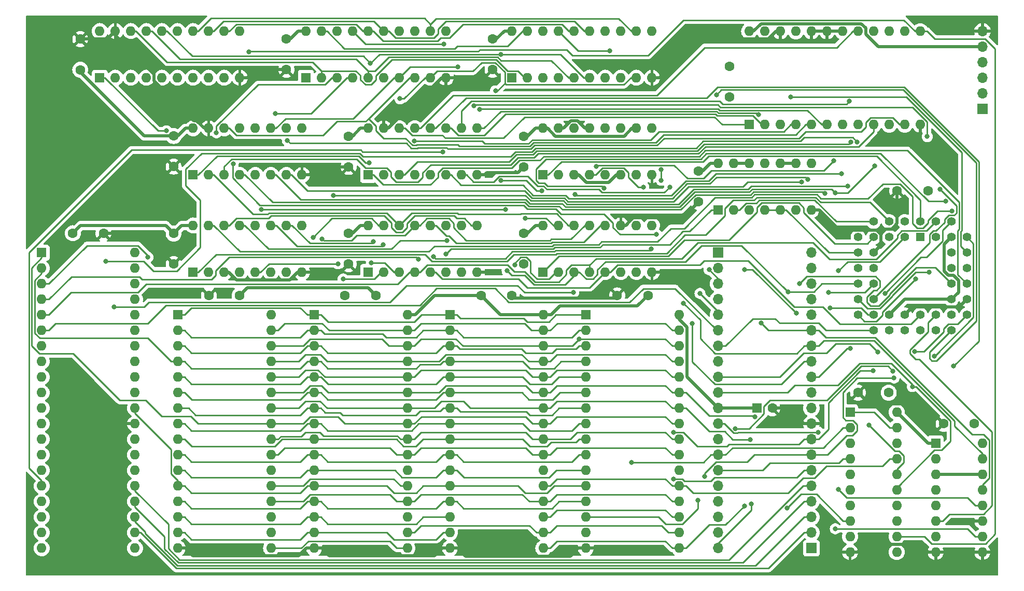
<source format=gbr>
%TF.GenerationSoftware,KiCad,Pcbnew,7.0.7*%
%TF.CreationDate,2024-06-12T19:49:09-05:00*%
%TF.ProjectId,Nabu_MEGAMAPPER,4e616275-5f4d-4454-9741-4d4150504552,rev?*%
%TF.SameCoordinates,Original*%
%TF.FileFunction,Copper,L1,Top*%
%TF.FilePolarity,Positive*%
%FSLAX46Y46*%
G04 Gerber Fmt 4.6, Leading zero omitted, Abs format (unit mm)*
G04 Created by KiCad (PCBNEW 7.0.7) date 2024-06-12 19:49:09*
%MOMM*%
%LPD*%
G01*
G04 APERTURE LIST*
%TA.AperFunction,ComponentPad*%
%ADD10C,1.600000*%
%TD*%
%TA.AperFunction,ComponentPad*%
%ADD11R,1.600000X1.600000*%
%TD*%
%TA.AperFunction,ComponentPad*%
%ADD12O,1.600000X1.600000*%
%TD*%
%TA.AperFunction,ComponentPad*%
%ADD13C,1.422400*%
%TD*%
%TA.AperFunction,ComponentPad*%
%ADD14R,1.422400X1.422400*%
%TD*%
%TA.AperFunction,ComponentPad*%
%ADD15R,1.700000X1.700000*%
%TD*%
%TA.AperFunction,ComponentPad*%
%ADD16O,1.700000X1.700000*%
%TD*%
%TA.AperFunction,ViaPad*%
%ADD17C,0.800000*%
%TD*%
%TA.AperFunction,Conductor*%
%ADD18C,0.500000*%
%TD*%
%TA.AperFunction,Conductor*%
%ADD19C,0.250000*%
%TD*%
G04 APERTURE END LIST*
D10*
%TO.P,C20,2*%
%TO.N,GND*%
X191730000Y-123190000D03*
D11*
%TO.P,C20,1*%
%TO.N,+5V*%
X189230000Y-123190000D03*
%TD*%
D12*
%TO.P,U19,20,VCC*%
%TO.N,+5V*%
X81915000Y-61595000D03*
%TO.P,U19,19,CE*%
%TO.N,GND*%
X84455000Y-61595000D03*
%TO.P,U19,18,B0*%
%TO.N,/D0*%
X86995000Y-61595000D03*
%TO.P,U19,17,B1*%
%TO.N,/D1*%
X89535000Y-61595000D03*
%TO.P,U19,16,B2*%
%TO.N,/D2*%
X92075000Y-61595000D03*
%TO.P,U19,15,B3*%
%TO.N,/D3*%
X94615000Y-61595000D03*
%TO.P,U19,14,B4*%
%TO.N,/D4*%
X97155000Y-61595000D03*
%TO.P,U19,13,B5*%
%TO.N,/D5*%
X99695000Y-61595000D03*
%TO.P,U19,12,B6*%
%TO.N,/D6*%
X102235000Y-61595000D03*
%TO.P,U19,11,B7*%
%TO.N,/D7*%
X104775000Y-61595000D03*
%TO.P,U19,10,GND*%
%TO.N,GND*%
X104775000Y-69215000D03*
%TO.P,U19,9,A7*%
%TO.N,/UB_D7*%
X102235000Y-69215000D03*
%TO.P,U19,8,A6*%
%TO.N,/UB_D6*%
X99695000Y-69215000D03*
%TO.P,U19,7,A5*%
%TO.N,/UB_D5*%
X97155000Y-69215000D03*
%TO.P,U19,6,A4*%
%TO.N,/UB_D4*%
X94615000Y-69215000D03*
%TO.P,U19,5,A3*%
%TO.N,/UB_D3*%
X92075000Y-69215000D03*
%TO.P,U19,4,A2*%
%TO.N,/UB_D2*%
X89535000Y-69215000D03*
%TO.P,U19,3,A1*%
%TO.N,/UB_D1*%
X86995000Y-69215000D03*
%TO.P,U19,2,A0*%
%TO.N,/UB_D0*%
X84455000Y-69215000D03*
D11*
%TO.P,U19,1,A->B*%
%TO.N,/\u002ARD*%
X81915000Y-69215000D03*
%TD*%
%TO.P,U18,1,A18*%
%TO.N,/BNK5*%
X94650000Y-107950000D03*
D12*
%TO.P,U18,2,A16*%
%TO.N,/BNK2*%
X94650000Y-110490000D03*
%TO.P,U18,3,A14*%
%TO.N,/BNK0*%
X94650000Y-113030000D03*
%TO.P,U18,4,A12*%
%TO.N,/A12*%
X94650000Y-115570000D03*
%TO.P,U18,5,A7*%
%TO.N,/A7*%
X94650000Y-118110000D03*
%TO.P,U18,6,A6*%
%TO.N,/A6*%
X94650000Y-120650000D03*
%TO.P,U18,7,A5*%
%TO.N,/A5*%
X94650000Y-123190000D03*
%TO.P,U18,8,A4*%
%TO.N,/A4*%
X94650000Y-125730000D03*
%TO.P,U18,9,A3*%
%TO.N,/A3*%
X94650000Y-128270000D03*
%TO.P,U18,10,A2*%
%TO.N,/A2*%
X94650000Y-130810000D03*
%TO.P,U18,11,A1*%
%TO.N,/A1*%
X94650000Y-133350000D03*
%TO.P,U18,12,A0*%
%TO.N,/A0*%
X94650000Y-135890000D03*
%TO.P,U18,13,DQ0*%
%TO.N,/D0*%
X94650000Y-138430000D03*
%TO.P,U18,14,DQ1*%
%TO.N,/D1*%
X94650000Y-140970000D03*
%TO.P,U18,15,DQ2*%
%TO.N,/D2*%
X94650000Y-143510000D03*
%TO.P,U18,16,VSS*%
%TO.N,GND*%
X94650000Y-146050000D03*
%TO.P,U18,17,DQ3*%
%TO.N,/D3*%
X109890000Y-146050000D03*
%TO.P,U18,18,DQ4*%
%TO.N,/D4*%
X109890000Y-143510000D03*
%TO.P,U18,19,DQ5*%
%TO.N,/D5*%
X109890000Y-140970000D03*
%TO.P,U18,20,DQ6*%
%TO.N,/D6*%
X109890000Y-138430000D03*
%TO.P,U18,21,DQ7*%
%TO.N,/D7*%
X109890000Y-135890000D03*
%TO.P,U18,22,CE#*%
%TO.N,Net-(U14B-O3)*%
X109890000Y-133350000D03*
%TO.P,U18,23,A10*%
%TO.N,/A10*%
X109890000Y-130810000D03*
%TO.P,U18,24,OE#*%
%TO.N,/\u002ARD*%
X109890000Y-128270000D03*
%TO.P,U18,25,A11*%
%TO.N,/A11*%
X109890000Y-125730000D03*
%TO.P,U18,26,A9*%
%TO.N,/A9*%
X109890000Y-123190000D03*
%TO.P,U18,27,A8*%
%TO.N,/A8*%
X109890000Y-120650000D03*
%TO.P,U18,28,A13*%
%TO.N,/A13*%
X109890000Y-118110000D03*
%TO.P,U18,29,WE#*%
%TO.N,Net-(U15-WE#)*%
X109890000Y-115570000D03*
%TO.P,U18,30,A17*%
%TO.N,/BNK4*%
X109890000Y-113030000D03*
%TO.P,U18,31,A15*%
%TO.N,/BNK1*%
X109890000Y-110490000D03*
%TO.P,U18,32,VCC*%
%TO.N,+5V*%
X109890000Y-107950000D03*
%TD*%
%TO.P,U17,32,VCC*%
%TO.N,+5V*%
X132155000Y-107950000D03*
%TO.P,U17,31,A15*%
%TO.N,/BNK1*%
X132155000Y-110490000D03*
%TO.P,U17,30,A17*%
%TO.N,/BNK4*%
X132155000Y-113030000D03*
%TO.P,U17,29,WE#*%
%TO.N,Net-(U15-WE#)*%
X132155000Y-115570000D03*
%TO.P,U17,28,A13*%
%TO.N,/A13*%
X132155000Y-118110000D03*
%TO.P,U17,27,A8*%
%TO.N,/A8*%
X132155000Y-120650000D03*
%TO.P,U17,26,A9*%
%TO.N,/A9*%
X132155000Y-123190000D03*
%TO.P,U17,25,A11*%
%TO.N,/A11*%
X132155000Y-125730000D03*
%TO.P,U17,24,OE#*%
%TO.N,/\u002ARD*%
X132155000Y-128270000D03*
%TO.P,U17,23,A10*%
%TO.N,/A10*%
X132155000Y-130810000D03*
%TO.P,U17,22,CE#*%
%TO.N,Net-(U14B-O2)*%
X132155000Y-133350000D03*
%TO.P,U17,21,DQ7*%
%TO.N,/D7*%
X132155000Y-135890000D03*
%TO.P,U17,20,DQ6*%
%TO.N,/D6*%
X132155000Y-138430000D03*
%TO.P,U17,19,DQ5*%
%TO.N,/D5*%
X132155000Y-140970000D03*
%TO.P,U17,18,DQ4*%
%TO.N,/D4*%
X132155000Y-143510000D03*
%TO.P,U17,17,DQ3*%
%TO.N,/D3*%
X132155000Y-146050000D03*
%TO.P,U17,16,VSS*%
%TO.N,GND*%
X116915000Y-146050000D03*
%TO.P,U17,15,DQ2*%
%TO.N,/D2*%
X116915000Y-143510000D03*
%TO.P,U17,14,DQ1*%
%TO.N,/D1*%
X116915000Y-140970000D03*
%TO.P,U17,13,DQ0*%
%TO.N,/D0*%
X116915000Y-138430000D03*
%TO.P,U17,12,A0*%
%TO.N,/A0*%
X116915000Y-135890000D03*
%TO.P,U17,11,A1*%
%TO.N,/A1*%
X116915000Y-133350000D03*
%TO.P,U17,10,A2*%
%TO.N,/A2*%
X116915000Y-130810000D03*
%TO.P,U17,9,A3*%
%TO.N,/A3*%
X116915000Y-128270000D03*
%TO.P,U17,8,A4*%
%TO.N,/A4*%
X116915000Y-125730000D03*
%TO.P,U17,7,A5*%
%TO.N,/A5*%
X116915000Y-123190000D03*
%TO.P,U17,6,A6*%
%TO.N,/A6*%
X116915000Y-120650000D03*
%TO.P,U17,5,A7*%
%TO.N,/A7*%
X116915000Y-118110000D03*
%TO.P,U17,4,A12*%
%TO.N,/A12*%
X116915000Y-115570000D03*
%TO.P,U17,3,A14*%
%TO.N,/BNK0*%
X116915000Y-113030000D03*
%TO.P,U17,2,A16*%
%TO.N,/BNK2*%
X116915000Y-110490000D03*
D11*
%TO.P,U17,1,A18*%
%TO.N,/BNK5*%
X116915000Y-107950000D03*
%TD*%
D12*
%TO.P,U16,32,VCC*%
%TO.N,+5V*%
X154340000Y-107950000D03*
%TO.P,U16,31,A15*%
%TO.N,/BNK1*%
X154340000Y-110490000D03*
%TO.P,U16,30,A17*%
%TO.N,/BNK4*%
X154340000Y-113030000D03*
%TO.P,U16,29,WE#*%
%TO.N,Net-(U15-WE#)*%
X154340000Y-115570000D03*
%TO.P,U16,28,A13*%
%TO.N,/A13*%
X154340000Y-118110000D03*
%TO.P,U16,27,A8*%
%TO.N,/A8*%
X154340000Y-120650000D03*
%TO.P,U16,26,A9*%
%TO.N,/A9*%
X154340000Y-123190000D03*
%TO.P,U16,25,A11*%
%TO.N,/A11*%
X154340000Y-125730000D03*
%TO.P,U16,24,OE#*%
%TO.N,/\u002ARD*%
X154340000Y-128270000D03*
%TO.P,U16,23,A10*%
%TO.N,/A10*%
X154340000Y-130810000D03*
%TO.P,U16,22,CE#*%
%TO.N,Net-(U14B-O1)*%
X154340000Y-133350000D03*
%TO.P,U16,21,DQ7*%
%TO.N,/D7*%
X154340000Y-135890000D03*
%TO.P,U16,20,DQ6*%
%TO.N,/D6*%
X154340000Y-138430000D03*
%TO.P,U16,19,DQ5*%
%TO.N,/D5*%
X154340000Y-140970000D03*
%TO.P,U16,18,DQ4*%
%TO.N,/D4*%
X154340000Y-143510000D03*
%TO.P,U16,17,DQ3*%
%TO.N,/D3*%
X154340000Y-146050000D03*
%TO.P,U16,16,VSS*%
%TO.N,GND*%
X139100000Y-146050000D03*
%TO.P,U16,15,DQ2*%
%TO.N,/D2*%
X139100000Y-143510000D03*
%TO.P,U16,14,DQ1*%
%TO.N,/D1*%
X139100000Y-140970000D03*
%TO.P,U16,13,DQ0*%
%TO.N,/D0*%
X139100000Y-138430000D03*
%TO.P,U16,12,A0*%
%TO.N,/A0*%
X139100000Y-135890000D03*
%TO.P,U16,11,A1*%
%TO.N,/A1*%
X139100000Y-133350000D03*
%TO.P,U16,10,A2*%
%TO.N,/A2*%
X139100000Y-130810000D03*
%TO.P,U16,9,A3*%
%TO.N,/A3*%
X139100000Y-128270000D03*
%TO.P,U16,8,A4*%
%TO.N,/A4*%
X139100000Y-125730000D03*
%TO.P,U16,7,A5*%
%TO.N,/A5*%
X139100000Y-123190000D03*
%TO.P,U16,6,A6*%
%TO.N,/A6*%
X139100000Y-120650000D03*
%TO.P,U16,5,A7*%
%TO.N,/A7*%
X139100000Y-118110000D03*
%TO.P,U16,4,A12*%
%TO.N,/A12*%
X139100000Y-115570000D03*
%TO.P,U16,3,A14*%
%TO.N,/BNK0*%
X139100000Y-113030000D03*
%TO.P,U16,2,A16*%
%TO.N,/BNK2*%
X139100000Y-110490000D03*
D11*
%TO.P,U16,1,A18*%
%TO.N,/BNK5*%
X139100000Y-107950000D03*
%TD*%
D12*
%TO.P,U15,32,VCC*%
%TO.N,+5V*%
X176525000Y-107950000D03*
%TO.P,U15,31,A15*%
%TO.N,/BNK1*%
X176525000Y-110490000D03*
%TO.P,U15,30,A17*%
%TO.N,/BNK4*%
X176525000Y-113030000D03*
%TO.P,U15,29,WE#*%
%TO.N,Net-(U15-WE#)*%
X176525000Y-115570000D03*
%TO.P,U15,28,A13*%
%TO.N,/A13*%
X176525000Y-118110000D03*
%TO.P,U15,27,A8*%
%TO.N,/A8*%
X176525000Y-120650000D03*
%TO.P,U15,26,A9*%
%TO.N,/A9*%
X176525000Y-123190000D03*
%TO.P,U15,25,A11*%
%TO.N,/A11*%
X176525000Y-125730000D03*
%TO.P,U15,24,OE#*%
%TO.N,/\u002ARD*%
X176525000Y-128270000D03*
%TO.P,U15,23,A10*%
%TO.N,/A10*%
X176525000Y-130810000D03*
%TO.P,U15,22,CE#*%
%TO.N,Net-(U14B-O0)*%
X176525000Y-133350000D03*
%TO.P,U15,21,DQ7*%
%TO.N,/D7*%
X176525000Y-135890000D03*
%TO.P,U15,20,DQ6*%
%TO.N,/D6*%
X176525000Y-138430000D03*
%TO.P,U15,19,DQ5*%
%TO.N,/D5*%
X176525000Y-140970000D03*
%TO.P,U15,18,DQ4*%
%TO.N,/D4*%
X176525000Y-143510000D03*
%TO.P,U15,17,DQ3*%
%TO.N,/D3*%
X176525000Y-146050000D03*
%TO.P,U15,16,VSS*%
%TO.N,GND*%
X161285000Y-146050000D03*
%TO.P,U15,15,DQ2*%
%TO.N,/D2*%
X161285000Y-143510000D03*
%TO.P,U15,14,DQ1*%
%TO.N,/D1*%
X161285000Y-140970000D03*
%TO.P,U15,13,DQ0*%
%TO.N,/D0*%
X161285000Y-138430000D03*
%TO.P,U15,12,A0*%
%TO.N,/A0*%
X161285000Y-135890000D03*
%TO.P,U15,11,A1*%
%TO.N,/A1*%
X161285000Y-133350000D03*
%TO.P,U15,10,A2*%
%TO.N,/A2*%
X161285000Y-130810000D03*
%TO.P,U15,9,A3*%
%TO.N,/A3*%
X161285000Y-128270000D03*
%TO.P,U15,8,A4*%
%TO.N,/A4*%
X161285000Y-125730000D03*
%TO.P,U15,7,A5*%
%TO.N,/A5*%
X161285000Y-123190000D03*
%TO.P,U15,6,A6*%
%TO.N,/A6*%
X161285000Y-120650000D03*
%TO.P,U15,5,A7*%
%TO.N,/A7*%
X161285000Y-118110000D03*
%TO.P,U15,4,A12*%
%TO.N,/A12*%
X161285000Y-115570000D03*
%TO.P,U15,3,A14*%
%TO.N,/BNK0*%
X161285000Y-113030000D03*
%TO.P,U15,2,A16*%
%TO.N,/BNK2*%
X161285000Y-110490000D03*
D11*
%TO.P,U15,1,A18*%
%TO.N,/BNK5*%
X161285000Y-107950000D03*
%TD*%
%TO.P,U14,1,E*%
%TO.N,/\u002AADDR_RD*%
X97155000Y-100965000D03*
D12*
%TO.P,U14,2,A0*%
%TO.N,/SYS_A0*%
X99695000Y-100965000D03*
%TO.P,U14,3,A1*%
%TO.N,GND*%
X102235000Y-100965000D03*
%TO.P,U14,4,O0*%
%TO.N,/\u002ALA_OE*%
X104775000Y-100965000D03*
%TO.P,U14,5,O1*%
%TO.N,/\u002AUA_OE*%
X107315000Y-100965000D03*
%TO.P,U14,6,O2*%
%TO.N,unconnected-(U14A-O2-Pad6)*%
X109855000Y-100965000D03*
%TO.P,U14,7,O3*%
%TO.N,unconnected-(U14A-O3-Pad7)*%
X112395000Y-100965000D03*
%TO.P,U14,8,GND*%
%TO.N,GND*%
X114935000Y-100965000D03*
%TO.P,U14,9,O3*%
%TO.N,Net-(U14B-O3)*%
X114935000Y-93345000D03*
%TO.P,U14,10,O2*%
%TO.N,Net-(U14B-O2)*%
X112395000Y-93345000D03*
%TO.P,U14,11,O1*%
%TO.N,Net-(U14B-O1)*%
X109855000Y-93345000D03*
%TO.P,U14,12,O0*%
%TO.N,Net-(U14B-O0)*%
X107315000Y-93345000D03*
%TO.P,U14,13,A1*%
%TO.N,Net-(U14B-A1)*%
X104775000Y-93345000D03*
%TO.P,U14,14,A0*%
%TO.N,Net-(U14B-A0)*%
X102235000Y-93345000D03*
%TO.P,U14,15,E*%
%TO.N,/\u002AXMEM_SEL*%
X99695000Y-93345000D03*
%TO.P,U14,16,VCC*%
%TO.N,+5V*%
X97155000Y-93345000D03*
%TD*%
D13*
%TO.P,U13,44,M2*%
%TO.N,/A_CAPT*%
X215900000Y-92710000D03*
%TO.P,U13,43,M4*%
%TO.N,/\u002AINT*%
X218440000Y-95250000D03*
%TO.P,U13,42,I/O/GTS1*%
%TO.N,/A15*%
X218440000Y-92710000D03*
%TO.P,U13,41,VCC*%
%TO.N,+5V*%
X220980000Y-95250000D03*
%TO.P,U13,40,I/O/GTS2*%
%TO.N,/\u002ARFSH*%
X220980000Y-92710000D03*
%TO.P,U13,39,I/O/GSR*%
%TO.N,/\u002ARESET*%
X223520000Y-95250000D03*
%TO.P,U13,38,M7*%
%TO.N,/\u002ANMI*%
X220980000Y-97790000D03*
%TO.P,U13,37,M8*%
%TO.N,/TRANS_DIR*%
X223520000Y-97790000D03*
%TO.P,U13,36,M9*%
%TO.N,/\u002AXMEM_SEL*%
X220980000Y-100330000D03*
%TO.P,U13,35,M10*%
%TO.N,/\u002ABNK_WR*%
X223520000Y-100330000D03*
%TO.P,U13,34,M11*%
%TO.N,/\u002ASYS_IORQ*%
X220980000Y-102870000D03*
%TO.P,U13,33,M12*%
%TO.N,/A_TRANS*%
X223520000Y-102870000D03*
%TO.P,U13,32,VCCIO*%
%TO.N,+5V*%
X220980000Y-105410000D03*
%TO.P,U13,31,GND*%
%TO.N,GND*%
X223520000Y-105410000D03*
%TO.P,U13,30,TDO*%
%TO.N,Net-(J3-Pin_4)*%
X220980000Y-107950000D03*
%TO.P,U13,29,M13*%
%TO.N,/\u002ATT_WR*%
X223520000Y-107950000D03*
%TO.P,U13,28,M14*%
%TO.N,/\u002AADDR_WR*%
X220980000Y-110490000D03*
%TO.P,U13,27,M15*%
%TO.N,Net-(U12-Oa=b)*%
X218440000Y-107950000D03*
%TO.P,U13,26,M16*%
%TO.N,/\u002AIORQ*%
X218440000Y-110490000D03*
%TO.P,U13,25,M17*%
%TO.N,/A14*%
X215900000Y-107950000D03*
%TO.P,U13,24,M17*%
%TO.N,/D6*%
X215900000Y-110490000D03*
%TO.P,U13,23,GND*%
%TO.N,GND*%
X213360000Y-107950000D03*
%TO.P,U13,22,M16*%
%TO.N,/\u002ASYS_INT*%
X213360000Y-110490000D03*
%TO.P,U13,21,VCC*%
%TO.N,+5V*%
X210820000Y-107950000D03*
%TO.P,U13,20,M15*%
%TO.N,/D5*%
X210820000Y-110490000D03*
%TO.P,U13,19,M14*%
%TO.N,/SYS_A0*%
X208280000Y-107950000D03*
%TO.P,U13,18,M13*%
%TO.N,/D4*%
X208280000Y-110490000D03*
%TO.P,U13,17,TCK*%
%TO.N,Net-(J3-Pin_3)*%
X205740000Y-107950000D03*
%TO.P,U13,16,TMS*%
%TO.N,Net-(J3-Pin_2)*%
X208280000Y-105410000D03*
%TO.P,U13,15,TDI*%
%TO.N,Net-(J3-Pin_1)*%
X205740000Y-105410000D03*
%TO.P,U13,14,M12*%
%TO.N,/SYS_A1*%
X208280000Y-102870000D03*
%TO.P,U13,13,M11*%
%TO.N,/D3*%
X205740000Y-102870000D03*
%TO.P,U13,12,M10*%
%TO.N,/SYS_A2*%
X208280000Y-100330000D03*
%TO.P,U13,11,M9*%
%TO.N,/D2*%
X205740000Y-100330000D03*
%TO.P,U13,10,GND*%
%TO.N,GND*%
X208280000Y-97790000D03*
%TO.P,U13,9,M8*%
%TO.N,/\u002ARD*%
X205740000Y-97790000D03*
%TO.P,U13,8,M6*%
%TO.N,/D1*%
X208280000Y-95250000D03*
%TO.P,U13,7,I/O/GCK3*%
%TO.N,/\u002AMREQ*%
X205740000Y-95250000D03*
%TO.P,U13,6,I/O/GCK2*%
%TO.N,/\u002AWR*%
X208280000Y-92710000D03*
%TO.P,U13,5,I/O/GCK1*%
%TO.N,/\u002AM1*%
X210820000Y-95250000D03*
%TO.P,U13,4,M4*%
%TO.N,/\u002AADDR_RD*%
X210820000Y-92710000D03*
%TO.P,U13,3,M2*%
%TO.N,/D0*%
X213360000Y-95250000D03*
%TO.P,U13,2,M1*%
%TO.N,/D7*%
X213360000Y-92710000D03*
D14*
%TO.P,U13,1,M1*%
%TO.N,/\u002ASYS_MREQ*%
X215900000Y-95250000D03*
%TD*%
D11*
%TO.P,U12,1,B3*%
%TO.N,+5V*%
X218410000Y-128910000D03*
D12*
%TO.P,U12,2,Ia<b*%
X218410000Y-131450000D03*
%TO.P,U12,3,Ia=b*%
X218410000Y-133990000D03*
%TO.P,U12,4,Ia>b*%
X218410000Y-136530000D03*
%TO.P,U12,5,Oa>b*%
%TO.N,unconnected-(U12-Oa>b-Pad5)*%
X218410000Y-139070000D03*
%TO.P,U12,6,Oa=b*%
%TO.N,Net-(U12-Oa=b)*%
X218410000Y-141610000D03*
%TO.P,U12,7,Oa<b*%
%TO.N,unconnected-(U12-Oa<b-Pad7)*%
X218410000Y-144150000D03*
%TO.P,U12,8,GND*%
%TO.N,GND*%
X218410000Y-146690000D03*
%TO.P,U12,9,B0*%
X226030000Y-146690000D03*
%TO.P,U12,10,A0*%
%TO.N,/SYS_A7*%
X226030000Y-144150000D03*
%TO.P,U12,11,B1*%
%TO.N,GND*%
X226030000Y-141610000D03*
%TO.P,U12,12,A1*%
%TO.N,/SYS_A6*%
X226030000Y-139070000D03*
%TO.P,U12,13,A2*%
%TO.N,/SYS_A5*%
X226030000Y-136530000D03*
%TO.P,U12,14,B2*%
%TO.N,+5V*%
X226030000Y-133990000D03*
%TO.P,U12,15,A3*%
%TO.N,/SYS_A4*%
X226030000Y-131450000D03*
%TO.P,U12,16,VCC*%
%TO.N,+5V*%
X226030000Y-128910000D03*
%TD*%
D11*
%TO.P,U11,1,OE*%
%TO.N,/\u002ALA_OE*%
X149225000Y-69215000D03*
D12*
%TO.P,U11,2,O0*%
%TO.N,/D0*%
X151765000Y-69215000D03*
%TO.P,U11,3,D0*%
%TO.N,/A8*%
X154305000Y-69215000D03*
%TO.P,U11,4,D1*%
%TO.N,/A9*%
X156845000Y-69215000D03*
%TO.P,U11,5,O1*%
%TO.N,/D1*%
X159385000Y-69215000D03*
%TO.P,U11,6,O2*%
%TO.N,/D2*%
X161925000Y-69215000D03*
%TO.P,U11,7,D2*%
%TO.N,/A10*%
X164465000Y-69215000D03*
%TO.P,U11,8,D3*%
%TO.N,/A11*%
X167005000Y-69215000D03*
%TO.P,U11,9,O3*%
%TO.N,/D3*%
X169545000Y-69215000D03*
%TO.P,U11,10,GND*%
%TO.N,GND*%
X172085000Y-69215000D03*
%TO.P,U11,11,Cp*%
%TO.N,/\u002AADDR_WR*%
X172085000Y-61595000D03*
%TO.P,U11,12,O4*%
%TO.N,/D4*%
X169545000Y-61595000D03*
%TO.P,U11,13,D4*%
%TO.N,/A12*%
X167005000Y-61595000D03*
%TO.P,U11,14,D5*%
%TO.N,/A13*%
X164465000Y-61595000D03*
%TO.P,U11,15,O5*%
%TO.N,/D5*%
X161925000Y-61595000D03*
%TO.P,U11,16,O6*%
%TO.N,/D6*%
X159385000Y-61595000D03*
%TO.P,U11,17,D6*%
%TO.N,/A14*%
X156845000Y-61595000D03*
%TO.P,U11,18,D7*%
%TO.N,/A15*%
X154305000Y-61595000D03*
%TO.P,U11,19,O7*%
%TO.N,/D7*%
X151765000Y-61595000D03*
%TO.P,U11,20,VCC*%
%TO.N,+5V*%
X149225000Y-61595000D03*
%TD*%
D11*
%TO.P,U10,1,OE*%
%TO.N,/\u002AUA_OE*%
X115570000Y-69215000D03*
D12*
%TO.P,U10,2,O0*%
%TO.N,/D0*%
X118110000Y-69215000D03*
%TO.P,U10,3,D0*%
%TO.N,/A0*%
X120650000Y-69215000D03*
%TO.P,U10,4,D1*%
%TO.N,/A1*%
X123190000Y-69215000D03*
%TO.P,U10,5,O1*%
%TO.N,/D1*%
X125730000Y-69215000D03*
%TO.P,U10,6,O2*%
%TO.N,/D2*%
X128270000Y-69215000D03*
%TO.P,U10,7,D2*%
%TO.N,/A2*%
X130810000Y-69215000D03*
%TO.P,U10,8,D3*%
%TO.N,/A3*%
X133350000Y-69215000D03*
%TO.P,U10,9,O3*%
%TO.N,/D3*%
X135890000Y-69215000D03*
%TO.P,U10,10,GND*%
%TO.N,GND*%
X138430000Y-69215000D03*
%TO.P,U10,11,Cp*%
%TO.N,/\u002AADDR_WR*%
X138430000Y-61595000D03*
%TO.P,U10,12,O4*%
%TO.N,/D4*%
X135890000Y-61595000D03*
%TO.P,U10,13,D4*%
%TO.N,/A4*%
X133350000Y-61595000D03*
%TO.P,U10,14,D5*%
%TO.N,/A5*%
X130810000Y-61595000D03*
%TO.P,U10,15,O5*%
%TO.N,/D5*%
X128270000Y-61595000D03*
%TO.P,U10,16,O6*%
%TO.N,/D6*%
X125730000Y-61595000D03*
%TO.P,U10,17,D6*%
%TO.N,/A6*%
X123190000Y-61595000D03*
%TO.P,U10,18,D7*%
%TO.N,/A7*%
X120650000Y-61595000D03*
%TO.P,U10,19,O7*%
%TO.N,/D7*%
X118110000Y-61595000D03*
%TO.P,U10,20,VCC*%
%TO.N,+5V*%
X115570000Y-61595000D03*
%TD*%
D11*
%TO.P,U9,1,OEa*%
%TO.N,/\u002ATT_WR*%
X204430000Y-123825000D03*
D12*
%TO.P,U9,2,I0a*%
%TO.N,/D0*%
X204430000Y-126365000D03*
%TO.P,U9,3,O3b*%
%TO.N,/TRANS7*%
X204430000Y-128905000D03*
%TO.P,U9,4,I1a*%
%TO.N,/D1*%
X204430000Y-131445000D03*
%TO.P,U9,5,O2b*%
%TO.N,/TRANS6*%
X204430000Y-133985000D03*
%TO.P,U9,6,I2a*%
%TO.N,/D2*%
X204430000Y-136525000D03*
%TO.P,U9,7,O1b*%
%TO.N,/TRANS5*%
X204430000Y-139065000D03*
%TO.P,U9,8,I3a*%
%TO.N,/D3*%
X204430000Y-141605000D03*
%TO.P,U9,9,O0b*%
%TO.N,/TRANS4*%
X204430000Y-144145000D03*
%TO.P,U9,10,GND*%
%TO.N,GND*%
X204430000Y-146685000D03*
%TO.P,U9,11,I0b*%
%TO.N,/D4*%
X212050000Y-146685000D03*
%TO.P,U9,12,O3a*%
%TO.N,/TRANS3*%
X212050000Y-144145000D03*
%TO.P,U9,13,I1b*%
%TO.N,/D5*%
X212050000Y-141605000D03*
%TO.P,U9,14,O2a*%
%TO.N,/TRANS2*%
X212050000Y-139065000D03*
%TO.P,U9,15,I2b*%
%TO.N,/D6*%
X212050000Y-136525000D03*
%TO.P,U9,16,O1a*%
%TO.N,/TRANS1*%
X212050000Y-133985000D03*
%TO.P,U9,17,I3b*%
%TO.N,/D7*%
X212050000Y-131445000D03*
%TO.P,U9,18,O0a*%
%TO.N,/TRANS0*%
X212050000Y-128905000D03*
%TO.P,U9,19,OEb*%
%TO.N,/\u002ATT_WR*%
X212050000Y-126365000D03*
%TO.P,U9,20,VCC*%
%TO.N,+5V*%
X212050000Y-123825000D03*
%TD*%
D11*
%TO.P,U8,1,S*%
%TO.N,/A_CAPT*%
X154305000Y-85090000D03*
D12*
%TO.P,U8,2,I0a*%
%TO.N,/A12*%
X156845000Y-85090000D03*
%TO.P,U8,3,I1a*%
%TO.N,+5V*%
X159385000Y-85090000D03*
%TO.P,U8,4,Za*%
%TO.N,/SYS_A12*%
X161925000Y-85090000D03*
%TO.P,U8,5,I0b*%
%TO.N,/A13*%
X164465000Y-85090000D03*
%TO.P,U8,6,I1b*%
%TO.N,+5V*%
X167005000Y-85090000D03*
%TO.P,U8,7,Zb*%
%TO.N,/SYS_A13*%
X169545000Y-85090000D03*
%TO.P,U8,8,GND*%
%TO.N,GND*%
X172085000Y-85090000D03*
%TO.P,U8,9,Zc*%
%TO.N,/SYS_A14*%
X172085000Y-77470000D03*
%TO.P,U8,10,I1c*%
%TO.N,+5V*%
X169545000Y-77470000D03*
%TO.P,U8,11,I0c*%
%TO.N,/A14*%
X167005000Y-77470000D03*
%TO.P,U8,12,Zd*%
%TO.N,/SYS_A15*%
X164465000Y-77470000D03*
%TO.P,U8,13,I1d*%
%TO.N,GND*%
X161925000Y-77470000D03*
%TO.P,U8,14,I0d*%
%TO.N,/A15*%
X159385000Y-77470000D03*
%TO.P,U8,15,E*%
%TO.N,GND*%
X156845000Y-77470000D03*
%TO.P,U8,16,VCC*%
%TO.N,+5V*%
X154305000Y-77470000D03*
%TD*%
%TO.P,U7,16,VCC*%
%TO.N,+5V*%
X125730000Y-77470000D03*
%TO.P,U7,15,E*%
%TO.N,GND*%
X128270000Y-77470000D03*
%TO.P,U7,14,I0d*%
%TO.N,/A7*%
X130810000Y-77470000D03*
%TO.P,U7,13,I1d*%
%TO.N,/TRANS7*%
X133350000Y-77470000D03*
%TO.P,U7,12,Zd*%
%TO.N,/SYS_A7*%
X135890000Y-77470000D03*
%TO.P,U7,11,I0c*%
%TO.N,/A6*%
X138430000Y-77470000D03*
%TO.P,U7,10,I1c*%
%TO.N,/TRANS6*%
X140970000Y-77470000D03*
%TO.P,U7,9,Zc*%
%TO.N,/SYS_A6*%
X143510000Y-77470000D03*
%TO.P,U7,8,GND*%
%TO.N,GND*%
X143510000Y-85090000D03*
%TO.P,U7,7,Zb*%
%TO.N,/SYS_A5*%
X140970000Y-85090000D03*
%TO.P,U7,6,I1b*%
%TO.N,/TRANS5*%
X138430000Y-85090000D03*
%TO.P,U7,5,I0b*%
%TO.N,/A5*%
X135890000Y-85090000D03*
%TO.P,U7,4,Za*%
%TO.N,/SYS_A4*%
X133350000Y-85090000D03*
%TO.P,U7,3,I1a*%
%TO.N,/TRANS4*%
X130810000Y-85090000D03*
%TO.P,U7,2,I0a*%
%TO.N,/A4*%
X128270000Y-85090000D03*
D11*
%TO.P,U7,1,S*%
%TO.N,/A_TRANS*%
X125730000Y-85090000D03*
%TD*%
%TO.P,U6,1,S*%
%TO.N,/A_TRANS*%
X97155000Y-85090000D03*
D12*
%TO.P,U6,2,I0a*%
%TO.N,/A0*%
X99695000Y-85090000D03*
%TO.P,U6,3,I1a*%
%TO.N,/TRANS0*%
X102235000Y-85090000D03*
%TO.P,U6,4,Za*%
%TO.N,/SYS_A0*%
X104775000Y-85090000D03*
%TO.P,U6,5,I0b*%
%TO.N,/A1*%
X107315000Y-85090000D03*
%TO.P,U6,6,I1b*%
%TO.N,/TRANS1*%
X109855000Y-85090000D03*
%TO.P,U6,7,Zb*%
%TO.N,/SYS_A1*%
X112395000Y-85090000D03*
%TO.P,U6,8,GND*%
%TO.N,GND*%
X114935000Y-85090000D03*
%TO.P,U6,9,Zc*%
%TO.N,/SYS_A2*%
X114935000Y-77470000D03*
%TO.P,U6,10,I1c*%
%TO.N,/TRANS2*%
X112395000Y-77470000D03*
%TO.P,U6,11,I0c*%
%TO.N,/A2*%
X109855000Y-77470000D03*
%TO.P,U6,12,Zd*%
%TO.N,/SYS_A3*%
X107315000Y-77470000D03*
%TO.P,U6,13,I1d*%
%TO.N,/TRANS3*%
X104775000Y-77470000D03*
%TO.P,U6,14,I0d*%
%TO.N,/A3*%
X102235000Y-77470000D03*
%TO.P,U6,15,E*%
%TO.N,GND*%
X99695000Y-77470000D03*
%TO.P,U6,16,VCC*%
%TO.N,+5V*%
X97155000Y-77470000D03*
%TD*%
D11*
%TO.P,U5,1,A7*%
%TO.N,/A7*%
X187955000Y-76875000D03*
D12*
%TO.P,U5,2,A6*%
%TO.N,/A6*%
X190495000Y-76875000D03*
%TO.P,U5,3,A5*%
%TO.N,/A5*%
X193035000Y-76875000D03*
%TO.P,U5,4,A4*%
%TO.N,/A4*%
X195575000Y-76875000D03*
%TO.P,U5,5,A3*%
%TO.N,/A3*%
X198115000Y-76875000D03*
%TO.P,U5,6,A2*%
%TO.N,/A2*%
X200655000Y-76875000D03*
%TO.P,U5,7,A1*%
%TO.N,/A1*%
X203195000Y-76875000D03*
%TO.P,U5,8,A0*%
%TO.N,/A0*%
X205735000Y-76875000D03*
%TO.P,U5,9,D0*%
%TO.N,/TRANS0*%
X208275000Y-76875000D03*
%TO.P,U5,10,D1*%
%TO.N,/TRANS1*%
X210815000Y-76875000D03*
%TO.P,U5,11,D2*%
%TO.N,/TRANS2*%
X213355000Y-76875000D03*
%TO.P,U5,12,GND*%
%TO.N,GND*%
X215895000Y-76875000D03*
%TO.P,U5,13,D3*%
%TO.N,/TRANS3*%
X215895000Y-61635000D03*
%TO.P,U5,14,D4*%
%TO.N,/TRANS4*%
X213355000Y-61635000D03*
%TO.P,U5,15,D5*%
%TO.N,/TRANS5*%
X210815000Y-61635000D03*
%TO.P,U5,16,D6*%
%TO.N,/TRANS6*%
X208275000Y-61635000D03*
%TO.P,U5,17,D7*%
%TO.N,/TRANS7*%
X205735000Y-61635000D03*
%TO.P,U5,18,\u002ACS*%
%TO.N,GND*%
X203195000Y-61635000D03*
%TO.P,U5,19,A10*%
X200655000Y-61635000D03*
%TO.P,U5,20,\u002AOE*%
X198115000Y-61635000D03*
%TO.P,U5,21,\u002AWE*%
%TO.N,/\u002ATT_WR*%
X195575000Y-61635000D03*
%TO.P,U5,22,A9*%
%TO.N,GND*%
X193035000Y-61635000D03*
%TO.P,U5,23,A8*%
%TO.N,/TRANS_DIR*%
X190495000Y-61635000D03*
%TO.P,U5,24,VCC*%
%TO.N,+5V*%
X187955000Y-61635000D03*
%TD*%
D11*
%TO.P,U4,1,D2*%
%TO.N,/D5*%
X125730000Y-100955000D03*
D12*
%TO.P,U4,2,D3*%
%TO.N,/D6*%
X128270000Y-100955000D03*
%TO.P,U4,3,D4*%
%TO.N,/D7*%
X130810000Y-100955000D03*
%TO.P,U4,4,Rb*%
%TO.N,/A15*%
X133350000Y-100955000D03*
%TO.P,U4,5,Ra*%
%TO.N,/A14*%
X135890000Y-100955000D03*
%TO.P,U4,6,Q4*%
%TO.N,Net-(U4-Q4)*%
X138430000Y-100955000D03*
%TO.P,U4,7,Q3*%
%TO.N,Net-(U14B-A1)*%
X140970000Y-100955000D03*
%TO.P,U4,8,GND*%
%TO.N,GND*%
X143510000Y-100955000D03*
%TO.P,U4,9,Q2*%
%TO.N,Net-(U14B-A0)*%
X143510000Y-93335000D03*
%TO.P,U4,10,Q1*%
%TO.N,/BNK5*%
X140970000Y-93335000D03*
%TO.P,U4,11,~{Er}*%
%TO.N,GND*%
X138430000Y-93335000D03*
%TO.P,U4,12,~{Ew}*%
%TO.N,/\u002ABNK_WR*%
X135890000Y-93335000D03*
%TO.P,U4,13,Wb*%
%TO.N,/A1*%
X133350000Y-93335000D03*
%TO.P,U4,14,Wa*%
%TO.N,/A0*%
X130810000Y-93335000D03*
%TO.P,U4,15,D1*%
%TO.N,/D4*%
X128270000Y-93335000D03*
%TO.P,U4,16,VCC*%
%TO.N,+5V*%
X125730000Y-93335000D03*
%TD*%
D11*
%TO.P,U3,1,D2*%
%TO.N,/D1*%
X154305000Y-100955000D03*
D12*
%TO.P,U3,2,D3*%
%TO.N,/D2*%
X156845000Y-100955000D03*
%TO.P,U3,3,D4*%
%TO.N,/D3*%
X159385000Y-100955000D03*
%TO.P,U3,4,Rb*%
%TO.N,/A15*%
X161925000Y-100955000D03*
%TO.P,U3,5,Ra*%
%TO.N,/A14*%
X164465000Y-100955000D03*
%TO.P,U3,6,Q4*%
%TO.N,/BNK4*%
X167005000Y-100955000D03*
%TO.P,U3,7,Q3*%
%TO.N,/BNK2*%
X169545000Y-100955000D03*
%TO.P,U3,8,GND*%
%TO.N,GND*%
X172085000Y-100955000D03*
%TO.P,U3,9,Q2*%
%TO.N,/BNK1*%
X172085000Y-93335000D03*
%TO.P,U3,10,Q1*%
%TO.N,/BNK0*%
X169545000Y-93335000D03*
%TO.P,U3,11,~{Er}*%
%TO.N,GND*%
X167005000Y-93335000D03*
%TO.P,U3,12,~{Ew}*%
%TO.N,/\u002ABNK_WR*%
X164465000Y-93335000D03*
%TO.P,U3,13,Wb*%
%TO.N,/A1*%
X161925000Y-93335000D03*
%TO.P,U3,14,Wa*%
%TO.N,/A0*%
X159385000Y-93335000D03*
%TO.P,U3,15,D1*%
%TO.N,/D0*%
X156845000Y-93335000D03*
%TO.P,U3,16,VCC*%
%TO.N,+5V*%
X154305000Y-93335000D03*
%TD*%
D11*
%TO.P,U2,1*%
%TO.N,Net-(U4-Q4)*%
X182880000Y-90805000D03*
D12*
%TO.P,U2,2*%
%TO.N,/\u002AWR*%
X185420000Y-90805000D03*
%TO.P,U2,3*%
%TO.N,Net-(U15-WE#)*%
X187960000Y-90805000D03*
%TO.P,U2,4*%
%TO.N,/\u002ARD*%
X190500000Y-90805000D03*
%TO.P,U2,5*%
X193040000Y-90805000D03*
%TO.P,U2,6*%
%TO.N,Net-(J2-Pin_1)*%
X195580000Y-90805000D03*
%TO.P,U2,7,GND*%
%TO.N,GND*%
X198120000Y-90805000D03*
%TO.P,U2,8*%
%TO.N,unconnected-(U2-Pad8)*%
X198120000Y-83185000D03*
%TO.P,U2,9*%
%TO.N,GND*%
X195580000Y-83185000D03*
%TO.P,U2,10*%
X193040000Y-83185000D03*
%TO.P,U2,11*%
%TO.N,unconnected-(U2-Pad11)*%
X190500000Y-83185000D03*
%TO.P,U2,12*%
%TO.N,GND*%
X187960000Y-83185000D03*
%TO.P,U2,13*%
X185420000Y-83185000D03*
%TO.P,U2,14,VCC*%
%TO.N,+5V*%
X182880000Y-83185000D03*
%TD*%
%TO.P,U1,40,A10*%
%TO.N,/A10*%
X87670000Y-97790000D03*
%TO.P,U1,39,A9*%
%TO.N,/A9*%
X87670000Y-100330000D03*
%TO.P,U1,38,A8*%
%TO.N,/A8*%
X87670000Y-102870000D03*
%TO.P,U1,37,A7*%
%TO.N,/A7*%
X87670000Y-105410000D03*
%TO.P,U1,36,A6*%
%TO.N,/A6*%
X87670000Y-107950000D03*
%TO.P,U1,35,A5*%
%TO.N,/A5*%
X87670000Y-110490000D03*
%TO.P,U1,34,A4*%
%TO.N,/A4*%
X87670000Y-113030000D03*
%TO.P,U1,33,A3*%
%TO.N,/A3*%
X87670000Y-115570000D03*
%TO.P,U1,32,A2*%
%TO.N,/A2*%
X87670000Y-118110000D03*
%TO.P,U1,31,A1*%
%TO.N,/A1*%
X87670000Y-120650000D03*
%TO.P,U1,30,A0*%
%TO.N,/A0*%
X87670000Y-123190000D03*
%TO.P,U1,29,GND*%
%TO.N,GND*%
X87670000Y-125730000D03*
%TO.P,U1,28,~{RFSH}*%
%TO.N,/\u002ARFSH*%
X87670000Y-128270000D03*
%TO.P,U1,27,~{M1}*%
%TO.N,/\u002AM1*%
X87670000Y-130810000D03*
%TO.P,U1,26,~{RESET}*%
%TO.N,/\u002ARESET*%
X87670000Y-133350000D03*
%TO.P,U1,25,~{BUSRQ}*%
%TO.N,/\u002ABUSRQ*%
X87670000Y-135890000D03*
%TO.P,U1,24,~{WAIT}*%
%TO.N,/\u002AWAIT*%
X87670000Y-138430000D03*
%TO.P,U1,23,~{BUSACK}*%
%TO.N,/\u002ABUSAK*%
X87670000Y-140970000D03*
%TO.P,U1,22,~{WR}*%
%TO.N,/\u002AWR*%
X87670000Y-143510000D03*
%TO.P,U1,21,~{RD}*%
%TO.N,/\u002ARD*%
X87670000Y-146050000D03*
%TO.P,U1,20,~{IORQ}*%
%TO.N,/\u002AIORQ*%
X72430000Y-146050000D03*
%TO.P,U1,19,~{MREQ}*%
%TO.N,/\u002AMREQ*%
X72430000Y-143510000D03*
%TO.P,U1,18,~{HALT}*%
%TO.N,/\u002AHALT*%
X72430000Y-140970000D03*
%TO.P,U1,17,~{NMI}*%
%TO.N,/\u002ANMI*%
X72430000Y-138430000D03*
%TO.P,U1,16,~{INT}*%
%TO.N,/\u002AINT*%
X72430000Y-135890000D03*
%TO.P,U1,15,D1*%
%TO.N,/UB_D1*%
X72430000Y-133350000D03*
%TO.P,U1,14,D0*%
%TO.N,/UB_D0*%
X72430000Y-130810000D03*
%TO.P,U1,13,D7*%
%TO.N,/UB_D7*%
X72430000Y-128270000D03*
%TO.P,U1,12,D2*%
%TO.N,/UB_D2*%
X72430000Y-125730000D03*
%TO.P,U1,11,VCC*%
%TO.N,+5V*%
X72430000Y-123190000D03*
%TO.P,U1,10,D6*%
%TO.N,/UB_D6*%
X72430000Y-120650000D03*
%TO.P,U1,9,D5*%
%TO.N,/UB_D5*%
X72430000Y-118110000D03*
%TO.P,U1,8,D3*%
%TO.N,/UB_D3*%
X72430000Y-115570000D03*
%TO.P,U1,7,D4*%
%TO.N,/UB_D4*%
X72430000Y-113030000D03*
%TO.P,U1,6,~{CLK}*%
%TO.N,/CLK*%
X72430000Y-110490000D03*
%TO.P,U1,5,A15*%
%TO.N,/A15*%
X72430000Y-107950000D03*
%TO.P,U1,4,A14*%
%TO.N,/A14*%
X72430000Y-105410000D03*
%TO.P,U1,3,A13*%
%TO.N,/A13*%
X72430000Y-102870000D03*
%TO.P,U1,2,A12*%
%TO.N,/A12*%
X72430000Y-100330000D03*
D11*
%TO.P,U1,1,A11*%
%TO.N,/A11*%
X72430000Y-97790000D03*
%TD*%
D15*
%TO.P,J3,1,Pin_1*%
%TO.N,Net-(J3-Pin_1)*%
X226060000Y-74295000D03*
D16*
%TO.P,J3,2,Pin_2*%
%TO.N,Net-(J3-Pin_2)*%
X226060000Y-71755000D03*
%TO.P,J3,3,Pin_3*%
%TO.N,Net-(J3-Pin_3)*%
X226060000Y-69215000D03*
%TO.P,J3,4,Pin_4*%
%TO.N,Net-(J3-Pin_4)*%
X226060000Y-66675000D03*
%TO.P,J3,5,Pin_5*%
%TO.N,+5V*%
X226060000Y-64135000D03*
%TO.P,J3,6,Pin_6*%
%TO.N,GND*%
X226060000Y-61595000D03*
%TD*%
D15*
%TO.P,J2,1,Pin_1*%
%TO.N,Net-(J2-Pin_1)*%
X198120000Y-146050000D03*
D16*
%TO.P,J2,2,Pin_2*%
%TO.N,/\u002AWR*%
X198120000Y-143510000D03*
%TO.P,J2,3,Pin_3*%
%TO.N,/\u002ABUSAK*%
X198120000Y-140970000D03*
%TO.P,J2,4,Pin_4*%
%TO.N,/\u002AWAIT*%
X198120000Y-138430000D03*
%TO.P,J2,5,Pin_5*%
%TO.N,/\u002ABUSRQ*%
X198120000Y-135890000D03*
%TO.P,J2,6,Pin_6*%
%TO.N,/\u002ARESET*%
X198120000Y-133350000D03*
%TO.P,J2,7,Pin_7*%
%TO.N,/\u002AM1*%
X198120000Y-130810000D03*
%TO.P,J2,8,Pin_8*%
%TO.N,/\u002ARFSH*%
X198120000Y-128270000D03*
%TO.P,J2,9,Pin_9*%
%TO.N,GND*%
X198120000Y-125730000D03*
%TO.P,J2,10,Pin_10*%
%TO.N,/SYS_A0*%
X198120000Y-123190000D03*
%TO.P,J2,11,Pin_11*%
%TO.N,/SYS_A1*%
X198120000Y-120650000D03*
%TO.P,J2,12,Pin_12*%
%TO.N,/SYS_A2*%
X198120000Y-118110000D03*
%TO.P,J2,13,Pin_13*%
%TO.N,/SYS_A3*%
X198120000Y-115570000D03*
%TO.P,J2,14,Pin_14*%
%TO.N,/SYS_A4*%
X198120000Y-113030000D03*
%TO.P,J2,15,Pin_15*%
%TO.N,/SYS_A5*%
X198120000Y-110490000D03*
%TO.P,J2,16,Pin_16*%
%TO.N,/SYS_A6*%
X198120000Y-107950000D03*
%TO.P,J2,17,Pin_17*%
%TO.N,/SYS_A7*%
X198120000Y-105410000D03*
%TO.P,J2,18,Pin_18*%
%TO.N,/A8*%
X198120000Y-102870000D03*
%TO.P,J2,19,Pin_19*%
%TO.N,/A9*%
X198120000Y-100330000D03*
%TO.P,J2,20,Pin_20*%
%TO.N,/A10*%
X198120000Y-97790000D03*
%TD*%
D15*
%TO.P,J1,1,Pin_1*%
%TO.N,/A11*%
X182880000Y-97790000D03*
D16*
%TO.P,J1,2,Pin_2*%
%TO.N,/SYS_A12*%
X182880000Y-100330000D03*
%TO.P,J1,3,Pin_3*%
%TO.N,/SYS_A13*%
X182880000Y-102870000D03*
%TO.P,J1,4,Pin_4*%
%TO.N,/SYS_A14*%
X182880000Y-105410000D03*
%TO.P,J1,5,Pin_5*%
%TO.N,/SYS_A15*%
X182880000Y-107950000D03*
%TO.P,J1,6,Pin_6*%
%TO.N,/CLK*%
X182880000Y-110490000D03*
%TO.P,J1,7,Pin_7*%
%TO.N,/D4*%
X182880000Y-113030000D03*
%TO.P,J1,8,Pin_8*%
%TO.N,/D3*%
X182880000Y-115570000D03*
%TO.P,J1,9,Pin_9*%
%TO.N,/D5*%
X182880000Y-118110000D03*
%TO.P,J1,10,Pin_10*%
%TO.N,/D6*%
X182880000Y-120650000D03*
%TO.P,J1,11,Pin_11*%
%TO.N,+5V*%
X182880000Y-123190000D03*
%TO.P,J1,12,Pin_12*%
%TO.N,/D2*%
X182880000Y-125730000D03*
%TO.P,J1,13,Pin_13*%
%TO.N,/D7*%
X182880000Y-128270000D03*
%TO.P,J1,14,Pin_14*%
%TO.N,/D0*%
X182880000Y-130810000D03*
%TO.P,J1,15,Pin_15*%
%TO.N,/D1*%
X182880000Y-133350000D03*
%TO.P,J1,16,Pin_16*%
%TO.N,/\u002ASYS_INT*%
X182880000Y-135890000D03*
%TO.P,J1,17,Pin_17*%
%TO.N,unconnected-(J1-Pin_17-Pad17)*%
X182880000Y-138430000D03*
%TO.P,J1,18,Pin_18*%
%TO.N,/\u002AHALT*%
X182880000Y-140970000D03*
%TO.P,J1,19,Pin_19*%
%TO.N,/\u002ASYS_MREQ*%
X182880000Y-143510000D03*
%TO.P,J1,20,Pin_20*%
%TO.N,/\u002ASYS_IORQ*%
X182880000Y-146050000D03*
%TD*%
D10*
%TO.P,C19,2*%
%TO.N,GND*%
X78735000Y-62915000D03*
%TO.P,C19,1*%
%TO.N,+5V*%
X78735000Y-67915000D03*
%TD*%
%TO.P,C18,2*%
%TO.N,GND*%
X99735000Y-104775000D03*
%TO.P,C18,1*%
%TO.N,+5V*%
X104735000Y-104775000D03*
%TD*%
%TO.P,C17,1*%
%TO.N,+5V*%
X126960000Y-104775000D03*
%TO.P,C17,2*%
%TO.N,GND*%
X121960000Y-104775000D03*
%TD*%
%TO.P,C16,2*%
%TO.N,GND*%
X149185000Y-104775000D03*
%TO.P,C16,1*%
%TO.N,+5V*%
X144185000Y-104775000D03*
%TD*%
%TO.P,C15,2*%
%TO.N,GND*%
X166410000Y-104775000D03*
%TO.P,C15,1*%
%TO.N,+5V*%
X171410000Y-104775000D03*
%TD*%
%TO.P,C14,2*%
%TO.N,GND*%
X93980000Y-99655000D03*
%TO.P,C14,1*%
%TO.N,+5V*%
X93980000Y-94655000D03*
%TD*%
%TO.P,C13,1*%
%TO.N,+5V*%
X217130000Y-87670000D03*
%TO.P,C13,2*%
%TO.N,GND*%
X212130000Y-87670000D03*
%TD*%
%TO.P,C12,2*%
%TO.N,GND*%
X219710000Y-125735000D03*
%TO.P,C12,1*%
%TO.N,+5V*%
X224710000Y-125735000D03*
%TD*%
%TO.P,C11,1*%
%TO.N,+5V*%
X146050000Y-62905000D03*
%TO.P,C11,2*%
%TO.N,GND*%
X146050000Y-67905000D03*
%TD*%
%TO.P,C10,2*%
%TO.N,GND*%
X112395000Y-67905000D03*
%TO.P,C10,1*%
%TO.N,+5V*%
X112395000Y-62905000D03*
%TD*%
%TO.P,C9,1*%
%TO.N,+5V*%
X210740000Y-120650000D03*
%TO.P,C9,2*%
%TO.N,GND*%
X205740000Y-120650000D03*
%TD*%
%TO.P,C8,2*%
%TO.N,GND*%
X151130000Y-83820000D03*
%TO.P,C8,1*%
%TO.N,+5V*%
X151130000Y-78820000D03*
%TD*%
%TO.P,C7,1*%
%TO.N,+5V*%
X122555000Y-78790000D03*
%TO.P,C7,2*%
%TO.N,GND*%
X122555000Y-83790000D03*
%TD*%
%TO.P,C6,2*%
%TO.N,GND*%
X93980000Y-83725000D03*
%TO.P,C6,1*%
%TO.N,+5V*%
X93980000Y-78725000D03*
%TD*%
%TO.P,C5,1*%
%TO.N,+5V*%
X184785000Y-67350000D03*
%TO.P,C5,2*%
%TO.N,GND*%
X184785000Y-72350000D03*
%TD*%
%TO.P,C4,2*%
%TO.N,GND*%
X122555000Y-99655000D03*
%TO.P,C4,1*%
%TO.N,+5V*%
X122555000Y-94655000D03*
%TD*%
%TO.P,C3,2*%
%TO.N,GND*%
X151115000Y-99655000D03*
%TO.P,C3,1*%
%TO.N,+5V*%
X151115000Y-94655000D03*
%TD*%
%TO.P,C2,2*%
%TO.N,GND*%
X179705000Y-89495000D03*
%TO.P,C2,1*%
%TO.N,+5V*%
X179705000Y-84495000D03*
%TD*%
%TO.P,C1,2*%
%TO.N,GND*%
X82510000Y-94615000D03*
%TO.P,C1,1*%
%TO.N,+5V*%
X77510000Y-94615000D03*
%TD*%
D17*
%TO.N,Net-(U14B-O1)*%
X128206700Y-96449200D03*
%TO.N,Net-(U14B-O2)*%
X126591000Y-95968700D03*
%TO.N,/\u002AXMEM_SEL*%
X221068900Y-90945400D03*
%TO.N,/\u002ALA_OE*%
X148156500Y-90764800D03*
X108249000Y-90764800D03*
%TO.N,/\u002AADDR_WR*%
X182607900Y-71993200D03*
%TO.N,/\u002AUA_OE*%
X120792100Y-99586400D03*
%TO.N,/A_TRANS*%
X125898700Y-83114300D03*
%TO.N,/TRANS_DIR*%
X194772700Y-72348100D03*
%TO.N,/\u002ATT_WR*%
X214981300Y-113962700D03*
%TO.N,/TRANS6*%
X204323000Y-73073400D03*
%TO.N,/TRANS5*%
X197489500Y-85817900D03*
%TO.N,/TRANS4*%
X204530700Y-79742100D03*
%TO.N,/TRANS3*%
X106231500Y-64980500D03*
%TO.N,/TRANS2*%
X112543100Y-79452000D03*
%TO.N,/TRANS1*%
X202051400Y-88053200D03*
X207536300Y-125990600D03*
X208480500Y-83624400D03*
%TO.N,Net-(U14B-A1)*%
X138614300Y-95777400D03*
%TO.N,/\u002ABNK_WR*%
X220038900Y-89409500D03*
X164235700Y-87240200D03*
%TO.N,/BNK4*%
X160220400Y-111935700D03*
%TO.N,Net-(U4-Q4)*%
X138430000Y-97997000D03*
%TO.N,/A6*%
X138094700Y-63732600D03*
%TO.N,/A4*%
X133276800Y-79527300D03*
%TO.N,/A2*%
X140364300Y-67415900D03*
X143915000Y-74355800D03*
%TO.N,/A1*%
X162980700Y-83707600D03*
X201767600Y-82773400D03*
X110609000Y-75095600D03*
X118215500Y-95532900D03*
%TO.N,/A0*%
X159523000Y-88241300D03*
X203070500Y-84918800D03*
X100965000Y-78200400D03*
%TO.N,/\u002AMREQ*%
X82850000Y-99186300D03*
X205581700Y-79684700D03*
%TO.N,/\u002AINT*%
X137954300Y-81343600D03*
X142963500Y-73762000D03*
X217043300Y-78827900D03*
%TO.N,/A14*%
X165223500Y-64799900D03*
X133944000Y-98827700D03*
%TO.N,/A13*%
X89770500Y-98547700D03*
%TO.N,/A12*%
X147422800Y-86018800D03*
X154136900Y-87692500D03*
%TO.N,Net-(J3-Pin_3)*%
X215131700Y-102077500D03*
%TO.N,Net-(J3-Pin_2)*%
X219118700Y-87454700D03*
%TO.N,Net-(J3-Pin_1)*%
X217329500Y-100986400D03*
%TO.N,/A9*%
X188152900Y-128281300D03*
%TO.N,/A8*%
X188856000Y-124601400D03*
%TO.N,/SYS_A7*%
X221353800Y-116327200D03*
X202014600Y-142880000D03*
%TO.N,/SYS_A6*%
X202543200Y-136491000D03*
X189482600Y-75256500D03*
%TO.N,/SYS_A5*%
X189915500Y-109297200D03*
X175004900Y-87059900D03*
%TO.N,/SYS_A4*%
X177223600Y-106012300D03*
X171973400Y-97169400D03*
X136413300Y-98432200D03*
%TO.N,/SYS_A3*%
X178689800Y-109393700D03*
X103701100Y-83266900D03*
X172824500Y-94818200D03*
%TO.N,/SYS_A2*%
X204048800Y-86954300D03*
X120044900Y-88406700D03*
X204452600Y-113426000D03*
%TO.N,/SYS_A1*%
X200951700Y-104273900D03*
X196484100Y-86210100D03*
%TO.N,/SYS_A0*%
X201162500Y-106795500D03*
X200343600Y-88142300D03*
%TO.N,/\u002ARFSH*%
X175586400Y-127144600D03*
X159267600Y-104309000D03*
X84239000Y-106680000D03*
X208217400Y-117101100D03*
X210160700Y-104403600D03*
%TO.N,/\u002AM1*%
X180668900Y-134361000D03*
X211622400Y-118264300D03*
%TO.N,/\u002ARESET*%
X175638300Y-134764600D03*
X218174400Y-114689100D03*
%TO.N,/\u002AWR*%
X195630500Y-107693300D03*
X187218200Y-100563000D03*
%TO.N,/\u002ARD*%
X92784800Y-77871900D03*
%TO.N,/\u002ASYS_IORQ*%
X188314900Y-138841300D03*
X196188200Y-102823800D03*
%TO.N,/\u002ASYS_INT*%
X185687200Y-126534200D03*
X211412300Y-117137600D03*
%TO.N,/D1*%
X179539900Y-138230300D03*
%TO.N,/D0*%
X202551600Y-100759500D03*
X168719300Y-132006100D03*
X151350100Y-92138000D03*
%TO.N,/D7*%
X126256100Y-99408900D03*
%TO.N,/D2*%
X126087400Y-66853900D03*
X149685600Y-99773300D03*
X147436600Y-65385600D03*
X199257800Y-127094600D03*
%TO.N,/D6*%
X121658000Y-102080400D03*
X214618400Y-119648700D03*
%TO.N,/D5*%
X208968500Y-114029400D03*
%TO.N,/D3*%
X130938700Y-72646200D03*
X194294600Y-104194400D03*
X187191500Y-139147100D03*
X194154600Y-139501600D03*
X148427100Y-100742700D03*
X146520600Y-71351800D03*
%TO.N,/D4*%
X116749900Y-95292400D03*
%TO.N,/SYS_A15*%
X179915600Y-104437700D03*
%TO.N,/SYS_A14*%
X173608700Y-85957000D03*
X173576200Y-84230300D03*
%TO.N,/SYS_A13*%
X181413000Y-100569200D03*
%TO.N,/SYS_A12*%
X170714600Y-87060800D03*
%TD*%
D18*
%TO.N,GND*%
X104189600Y-102216300D02*
X112977300Y-102216300D01*
X102938300Y-100965000D02*
X104189600Y-102216300D01*
X102235000Y-100965000D02*
X102938300Y-100965000D01*
X112977300Y-102216300D02*
X114228600Y-100965000D01*
X114228600Y-100965000D02*
X114935000Y-100965000D01*
D19*
%TO.N,/\u002AUA_OE*%
X109537600Y-99586400D02*
X120792100Y-99586400D01*
X107315000Y-100965000D02*
X108159000Y-100965000D01*
X108159000Y-100965000D02*
X109537600Y-99586400D01*
%TO.N,/\u002AADDR_RD*%
X207666100Y-89556100D02*
X210820000Y-92710000D01*
X199633500Y-89556100D02*
X207666100Y-89556100D01*
X198832900Y-88755500D02*
X199633500Y-89556100D01*
X188765700Y-89229300D02*
X189239500Y-88755500D01*
X185372300Y-89229300D02*
X188765700Y-89229300D01*
X189239500Y-88755500D02*
X198832900Y-88755500D01*
X184005400Y-90596200D02*
X185372300Y-89229300D01*
X184005400Y-91774800D02*
X184005400Y-90596200D01*
X180868800Y-94911400D02*
X184005400Y-91774800D01*
X174479500Y-97894700D02*
X177462800Y-94911400D01*
X156520100Y-97894700D02*
X174479500Y-97894700D01*
X156344800Y-98070000D02*
X156520100Y-97894700D01*
X148432100Y-99180700D02*
X149542800Y-98070000D01*
X177462800Y-94911400D02*
X180868800Y-94911400D01*
X136136100Y-99180700D02*
X148432100Y-99180700D01*
X149542800Y-98070000D02*
X156344800Y-98070000D01*
X135030600Y-98075200D02*
X136136100Y-99180700D01*
X100888800Y-98075200D02*
X135030600Y-98075200D01*
X97999000Y-100965000D02*
X100888800Y-98075200D01*
X97155000Y-100965000D02*
X97999000Y-100965000D01*
%TO.N,/\u002AXMEM_SEL*%
X217156700Y-92502600D02*
X218713900Y-90945400D01*
X216331200Y-93755000D02*
X217156700Y-92929500D01*
X215379800Y-93755000D02*
X216331200Y-93755000D01*
X214630000Y-93005200D02*
X215379800Y-93755000D01*
X214630000Y-88578400D02*
X214630000Y-93005200D01*
X212590300Y-86538700D02*
X214630000Y-88578400D01*
X209775800Y-86538700D02*
X212590300Y-86538700D01*
X207389100Y-88925400D02*
X209775800Y-86538700D01*
X199639700Y-88925400D02*
X207389100Y-88925400D01*
X199019500Y-88305200D02*
X199639700Y-88925400D01*
X188828000Y-88305200D02*
X199019500Y-88305200D01*
X217156700Y-92929500D02*
X217156700Y-92502600D01*
X188354200Y-88779000D02*
X188828000Y-88305200D01*
X182415100Y-88779000D02*
X188354200Y-88779000D01*
X177342600Y-93851500D02*
X182415100Y-88779000D01*
X173010700Y-95993800D02*
X175153000Y-93851500D01*
X163870300Y-95993800D02*
X173010700Y-95993800D01*
X163370100Y-96494000D02*
X163870300Y-95993800D01*
X156010100Y-96494000D02*
X163370100Y-96494000D01*
X135649200Y-97624900D02*
X136555000Y-96719100D01*
X175153000Y-93851500D02*
X177342600Y-93851500D01*
X218713900Y-90945400D02*
X221068900Y-90945400D01*
X104818900Y-97624900D02*
X135649200Y-97624900D01*
X155785000Y-96719100D02*
X156010100Y-96494000D01*
X99695000Y-93345000D02*
X100539000Y-93345000D01*
X100539000Y-93345000D02*
X104818900Y-97624900D01*
X136555000Y-96719100D02*
X155785000Y-96719100D01*
%TO.N,Net-(U14B-A0)*%
X103078900Y-93345000D02*
X102235000Y-93345000D01*
X104228600Y-92195300D02*
X103078900Y-93345000D01*
X109486300Y-92195300D02*
X104228600Y-92195300D01*
X109936600Y-91745000D02*
X109486300Y-92195300D01*
X128327400Y-91745000D02*
X109936600Y-91745000D01*
X129540000Y-92957600D02*
X128327400Y-91745000D01*
X129540000Y-93676700D02*
X129540000Y-92957600D01*
X130336700Y-94473400D02*
X129540000Y-93676700D01*
X131307900Y-94473400D02*
X130336700Y-94473400D01*
X132080000Y-93007500D02*
X132080000Y-93701300D01*
X140207200Y-92195200D02*
X139757000Y-91745000D01*
X133342500Y-91745000D02*
X132080000Y-93007500D01*
X139757000Y-91745000D02*
X133342500Y-91745000D01*
X141481000Y-92195200D02*
X140207200Y-92195200D01*
X132080000Y-93701300D02*
X131307900Y-94473400D01*
X142620800Y-93335000D02*
X141481000Y-92195200D01*
X143510000Y-93335000D02*
X142620800Y-93335000D01*
%TO.N,Net-(U14B-A1)*%
X129558700Y-97174600D02*
X130955900Y-95777400D01*
X109448500Y-97174600D02*
X129558700Y-97174600D01*
X105618900Y-93345000D02*
X109448500Y-97174600D01*
X130955900Y-95777400D02*
X138614300Y-95777400D01*
X104775000Y-93345000D02*
X105618900Y-93345000D01*
%TO.N,Net-(U14B-O1)*%
X127931700Y-96724200D02*
X128206700Y-96449200D01*
X114130000Y-96724200D02*
X127931700Y-96724200D01*
X110750800Y-93345000D02*
X114130000Y-96724200D01*
X109855000Y-93345000D02*
X110750800Y-93345000D01*
%TO.N,Net-(U14B-O2)*%
X126285800Y-96273900D02*
X126591000Y-95968700D01*
X116211800Y-96273900D02*
X126285800Y-96273900D01*
X112395000Y-93345000D02*
X113282900Y-93345000D01*
X113282900Y-93345000D02*
X116211800Y-96273900D01*
%TO.N,/A14*%
X161922100Y-103497900D02*
X164465000Y-100955000D01*
X151693300Y-103497900D02*
X161922100Y-103497900D01*
X137859200Y-102080300D02*
X150275700Y-102080300D01*
X136733900Y-100955000D02*
X137859200Y-102080300D01*
X150275700Y-102080300D02*
X151693300Y-103497900D01*
X135890000Y-100955000D02*
X136733900Y-100955000D01*
%TO.N,/A15*%
X158890400Y-99829700D02*
X161925000Y-99829700D01*
X158115000Y-100605100D02*
X158890400Y-99829700D01*
X158115000Y-101320400D02*
X158115000Y-100605100D01*
X156865300Y-102570100D02*
X158115000Y-101320400D01*
X152978300Y-102570100D02*
X156865300Y-102570100D01*
X149576200Y-100866100D02*
X151274300Y-100866100D01*
X148508900Y-99798700D02*
X149576200Y-100866000D01*
X149576200Y-100866000D02*
X149576200Y-100866100D01*
X134194000Y-100955000D02*
X135350300Y-99798700D01*
X135350300Y-99798700D02*
X148508900Y-99798700D01*
X151274300Y-100866100D02*
X152978300Y-102570100D01*
X133350000Y-100955000D02*
X134194000Y-100955000D01*
X132506000Y-100955000D02*
X133350000Y-100955000D01*
X130546100Y-102914900D02*
X132506000Y-100955000D01*
X89530100Y-102914900D02*
X130546100Y-102914900D01*
X88160400Y-104284600D02*
X89530100Y-102914900D01*
X77220700Y-104284600D02*
X88160400Y-104284600D01*
X73555300Y-107950000D02*
X77220700Y-104284600D01*
X72430000Y-107950000D02*
X73555300Y-107950000D01*
%TO.N,/D7*%
X128419900Y-99408900D02*
X126256100Y-99408900D01*
X129966000Y-100955000D02*
X128419900Y-99408900D01*
X130810000Y-100955000D02*
X129966000Y-100955000D01*
%TO.N,/D6*%
X127848000Y-100955000D02*
X126722600Y-102080400D01*
X126722600Y-102080400D02*
X121658000Y-102080400D01*
X128270000Y-100955000D02*
X127848000Y-100955000D01*
%TO.N,/D4*%
X119832600Y-92209700D02*
X116749900Y-95292400D01*
X126300800Y-92209700D02*
X119832600Y-92209700D01*
X127426100Y-93335000D02*
X126300800Y-92209700D01*
X128270000Y-93335000D02*
X127426100Y-93335000D01*
%TO.N,/A1*%
X134194000Y-93335000D02*
X133350000Y-93335000D01*
X135319400Y-92209600D02*
X134194000Y-93335000D01*
X138902100Y-92209600D02*
X135319400Y-92209600D01*
X141746300Y-95780300D02*
X139700000Y-93734000D01*
X155450000Y-95780300D02*
X141746300Y-95780300D01*
X139700000Y-93734000D02*
X139700000Y-93007500D01*
X158822700Y-95593400D02*
X155636900Y-95593400D01*
X139700000Y-93007500D02*
X138902100Y-92209600D01*
X161081100Y-93335000D02*
X158822700Y-95593400D01*
X155636900Y-95593400D02*
X155450000Y-95780300D01*
X161925000Y-93335000D02*
X161081100Y-93335000D01*
%TO.N,/\u002ABNK_WR*%
X136838400Y-93335000D02*
X135890000Y-93335000D01*
X138914800Y-95052100D02*
X138555500Y-95052100D01*
X138555500Y-95052100D02*
X136838400Y-93335000D01*
X155598400Y-96268800D02*
X140131500Y-96268800D01*
X140131500Y-96268800D02*
X138914800Y-95052100D01*
X155823500Y-96043700D02*
X155598400Y-96268800D01*
X160912300Y-96043700D02*
X155823500Y-96043700D01*
X164465000Y-93335000D02*
X163621000Y-93335000D01*
X163621000Y-93335000D02*
X160912300Y-96043700D01*
%TO.N,/A14*%
X202785000Y-109443700D02*
X214406300Y-109443700D01*
X195333300Y-106680000D02*
X200021300Y-106680000D01*
X200021300Y-106680000D02*
X202785000Y-109443700D01*
X187769600Y-99116300D02*
X195333300Y-106680000D01*
X214406300Y-109443700D02*
X215900000Y-107950000D01*
X180592000Y-99116300D02*
X187769600Y-99116300D01*
X179878600Y-99829700D02*
X180592000Y-99116300D01*
X165308900Y-100955000D02*
X166434200Y-99829700D01*
X166434200Y-99829700D02*
X179878600Y-99829700D01*
X164465000Y-100955000D02*
X165308900Y-100955000D01*
%TO.N,/D3*%
X160228900Y-100955000D02*
X159947700Y-100955000D01*
X161354200Y-102080300D02*
X160228900Y-100955000D01*
X163195000Y-101331500D02*
X162446200Y-102080300D01*
X164512300Y-99245600D02*
X163195000Y-100562900D01*
X163195000Y-100562900D02*
X163195000Y-101331500D01*
X177553800Y-99245600D02*
X164512300Y-99245600D01*
X186714900Y-96614700D02*
X180184700Y-96614700D01*
X180184700Y-96614700D02*
X177553800Y-99245600D01*
X162446200Y-102080300D02*
X161354200Y-102080300D01*
X194294600Y-104194400D02*
X186714900Y-96614700D01*
%TO.N,/D2*%
X149685700Y-99773300D02*
X149685600Y-99773300D01*
X149685700Y-99492900D02*
X149685700Y-99773300D01*
X151581200Y-98529700D02*
X150648900Y-98529700D01*
X152240300Y-99188800D02*
X151581200Y-98529700D01*
X155297600Y-102080400D02*
X153293200Y-102080400D01*
X150648900Y-98529700D02*
X149685700Y-99492900D01*
X156423000Y-100955000D02*
X155297600Y-102080400D01*
X156845000Y-100955000D02*
X156423000Y-100955000D01*
X152240300Y-101027500D02*
X152240300Y-99188800D01*
X153293200Y-102080400D02*
X152240300Y-101027500D01*
%TO.N,/D0*%
X154804000Y-92138000D02*
X151350100Y-92138000D01*
X156845000Y-93335000D02*
X156001000Y-93335000D01*
X156001000Y-93335000D02*
X154804000Y-92138000D01*
%TO.N,/A0*%
X140261800Y-91294600D02*
X132850400Y-91294600D01*
X150710000Y-91404900D02*
X150595000Y-91519900D01*
X156513600Y-91404900D02*
X150710000Y-91404900D01*
X158443700Y-93335000D02*
X156513600Y-91404900D01*
X150595000Y-91519900D02*
X140487100Y-91519900D01*
X132850400Y-91294600D02*
X130810000Y-93335000D01*
X159385000Y-93335000D02*
X158443700Y-93335000D01*
X140487100Y-91519900D02*
X140261800Y-91294600D01*
D18*
%TO.N,GND*%
X177122500Y-92077500D02*
X179705000Y-89495000D01*
X167774900Y-93335000D02*
X169032400Y-92077500D01*
X169032400Y-92077500D02*
X177122500Y-92077500D01*
X167005000Y-93335000D02*
X167774900Y-93335000D01*
%TO.N,+5V*%
X166298600Y-85090000D02*
X167005000Y-85090000D01*
X165035800Y-86352800D02*
X166298600Y-85090000D01*
X161380400Y-86352800D02*
X165035800Y-86352800D01*
X160117600Y-85090000D02*
X161380400Y-86352800D01*
X159385000Y-85090000D02*
X160117600Y-85090000D01*
D19*
%TO.N,/SYS_A12*%
X168275000Y-84720300D02*
X168275000Y-85476100D01*
X167500700Y-83946000D02*
X168275000Y-84720300D01*
X168275000Y-85476100D02*
X169859700Y-87060800D01*
X164010500Y-83946000D02*
X167500700Y-83946000D01*
X162866500Y-85090000D02*
X164010500Y-83946000D01*
X161925000Y-85090000D02*
X162866500Y-85090000D01*
X169859700Y-87060800D02*
X170714600Y-87060800D01*
%TO.N,/A_CAPT*%
X208781000Y-82046400D02*
X215900000Y-89165400D01*
X157283200Y-82955700D02*
X180463900Y-82955700D01*
X155148900Y-85090000D02*
X157283200Y-82955700D01*
X180463900Y-82955700D02*
X181373200Y-82046400D01*
X181373200Y-82046400D02*
X208781000Y-82046400D01*
X215900000Y-89165400D02*
X215900000Y-92710000D01*
X154305000Y-85090000D02*
X155148900Y-85090000D01*
D18*
%TO.N,+5V*%
X156319300Y-78777900D02*
X155011400Y-77470000D01*
X167533800Y-78777900D02*
X156319300Y-78777900D01*
X155011400Y-77470000D02*
X154305000Y-77470000D01*
X169545000Y-77470000D02*
X168841700Y-77470000D01*
X168841700Y-77470000D02*
X167533800Y-78777900D01*
%TO.N,GND*%
X157616700Y-77470000D02*
X156845000Y-77470000D01*
X159903000Y-76219700D02*
X158867000Y-76219700D01*
X158867000Y-76219700D02*
X157616700Y-77470000D01*
X161153300Y-77470000D02*
X159903000Y-76219700D01*
X161925000Y-77470000D02*
X161153300Y-77470000D01*
D19*
%TO.N,/A_TRANS*%
X222033000Y-101383000D02*
X223520000Y-102870000D01*
X222033000Y-94158400D02*
X222033000Y-101383000D01*
X222258100Y-93933300D02*
X222033000Y-94158400D01*
X222258100Y-89568300D02*
X222258100Y-93933300D01*
X213808400Y-81118600D02*
X222258100Y-89568300D01*
X180801900Y-81118600D02*
X213808400Y-81118600D01*
X179865400Y-82055100D02*
X180801900Y-81118600D01*
X154421800Y-82055100D02*
X179865400Y-82055100D01*
X153782300Y-82694600D02*
X154421800Y-82055100D01*
X150434400Y-82694600D02*
X153782300Y-82694600D01*
X149164400Y-83964600D02*
X150434400Y-82694600D01*
X137160000Y-84706000D02*
X137901400Y-83964600D01*
X135900700Y-86706900D02*
X137160000Y-85447600D01*
X137160000Y-85447600D02*
X137160000Y-84706000D01*
X126574000Y-85090000D02*
X128190900Y-86706900D01*
X137901400Y-83964600D02*
X149164400Y-83964600D01*
X125730000Y-85090000D02*
X126574000Y-85090000D01*
X128190900Y-86706900D02*
X135900700Y-86706900D01*
%TO.N,/TRANS4*%
X180624800Y-80021900D02*
X204250900Y-80021900D01*
X204250900Y-80021900D02*
X204530700Y-79742100D01*
X179492200Y-81154500D02*
X180624800Y-80021900D01*
X153279700Y-81154500D02*
X179492200Y-81154500D01*
X152660800Y-81773400D02*
X153279700Y-81154500D01*
X149983500Y-81773400D02*
X152660800Y-81773400D01*
X148787400Y-82969500D02*
X149983500Y-81773400D01*
X131653900Y-85090000D02*
X133774400Y-82969500D01*
X130810000Y-85090000D02*
X131653900Y-85090000D01*
X133774400Y-82969500D02*
X148787400Y-82969500D01*
%TO.N,/TRANS5*%
X197156400Y-85484800D02*
X197489500Y-85817900D01*
X182586200Y-85484800D02*
X197156400Y-85484800D01*
X181550100Y-86520900D02*
X182586200Y-85484800D01*
X177843600Y-86520900D02*
X181550100Y-86520900D01*
X158535200Y-88966700D02*
X175397800Y-88966700D01*
X152686800Y-88417800D02*
X157986300Y-88417800D01*
X175397800Y-88966700D02*
X177843600Y-86520900D01*
X151013100Y-86744100D02*
X152686800Y-88417800D01*
X140928100Y-86744100D02*
X151013100Y-86744100D01*
X139274000Y-85090000D02*
X140928100Y-86744100D01*
X157986300Y-88417800D02*
X158535200Y-88966700D01*
X138430000Y-85090000D02*
X139274000Y-85090000D01*
%TO.N,/SYS_A5*%
X174092700Y-87972100D02*
X175004900Y-87059900D01*
X163941800Y-87972100D02*
X174092700Y-87972100D01*
X163411200Y-87441500D02*
X163941800Y-87972100D01*
X154911700Y-87441500D02*
X163411200Y-87441500D01*
X154361900Y-86891700D02*
X154911700Y-87441500D01*
X151795400Y-85293500D02*
X153393600Y-86891700D01*
X147122400Y-85293500D02*
X151795400Y-85293500D01*
X146200700Y-86215200D02*
X147122400Y-85293500D01*
X141813900Y-85090000D02*
X142939200Y-86215300D01*
X142939200Y-86215300D02*
X146200700Y-86215300D01*
X146200700Y-86215300D02*
X146200700Y-86215200D01*
X140970000Y-85090000D02*
X141813900Y-85090000D01*
X153393600Y-86891700D02*
X154361900Y-86891700D01*
%TO.N,/A6*%
X190023400Y-76875000D02*
X190495000Y-76875000D01*
X188580100Y-75431700D02*
X190023400Y-76875000D01*
X182744800Y-75431700D02*
X188580100Y-75431700D01*
X148129900Y-75165700D02*
X182478800Y-75165700D01*
X140430600Y-78626600D02*
X144669000Y-78626600D01*
X144669000Y-78626600D02*
X148129900Y-75165700D01*
X182478800Y-75165700D02*
X182744800Y-75431700D01*
X139274000Y-77470000D02*
X140430600Y-78626600D01*
X138430000Y-77470000D02*
X139274000Y-77470000D01*
%TO.N,/SYS_A7*%
X141705600Y-72527400D02*
X136763000Y-77470000D01*
X181012600Y-72527400D02*
X141705600Y-72527400D01*
X136763000Y-77470000D02*
X135890000Y-77470000D01*
X213257500Y-70722900D02*
X182817100Y-70722900D01*
X225475600Y-112205400D02*
X225475600Y-82941000D01*
X221353800Y-116327200D02*
X225475600Y-112205400D01*
X225475600Y-82941000D02*
X213257500Y-70722900D01*
X182817100Y-70722900D02*
X181012600Y-72527400D01*
%TO.N,/TRANS7*%
X134266300Y-77470000D02*
X133350000Y-77470000D01*
X139659200Y-72077100D02*
X134266300Y-77470000D01*
X172879700Y-72077100D02*
X139659200Y-72077100D01*
X202250500Y-64275500D02*
X180681300Y-64275500D01*
X180681300Y-64275500D02*
X172879700Y-72077100D01*
X204891000Y-61635000D02*
X202250500Y-64275500D01*
X205735000Y-61635000D02*
X204891000Y-61635000D01*
%TO.N,/A7*%
X183551200Y-76875000D02*
X187955000Y-76875000D01*
X151327600Y-75616300D02*
X182292500Y-75616300D01*
X138312600Y-79077000D02*
X147866900Y-79077000D01*
X137862000Y-78626400D02*
X138312600Y-79077000D01*
X147866900Y-79077000D02*
X151327600Y-75616300D01*
X130810000Y-77470000D02*
X131758500Y-77470000D01*
X131758500Y-77470000D02*
X132914900Y-78626400D01*
X132914900Y-78626400D02*
X137862000Y-78626400D01*
X182292500Y-75616300D02*
X183551200Y-76875000D01*
D18*
%TO.N,GND*%
X129031000Y-77470000D02*
X128270000Y-77470000D01*
X133483200Y-73017800D02*
X129031000Y-77470000D01*
X133923600Y-73017800D02*
X133483200Y-73017800D01*
X137726400Y-69215000D02*
X133923600Y-73017800D01*
X138430000Y-69215000D02*
X137726400Y-69215000D01*
D19*
%TO.N,/A_TRANS*%
X125326600Y-83114300D02*
X125898700Y-83114300D01*
X124226000Y-82013700D02*
X125326600Y-83114300D01*
X101075300Y-82013700D02*
X124226000Y-82013700D01*
X97155000Y-85090000D02*
X97999000Y-85090000D01*
X97999000Y-85090000D02*
X101075300Y-82013700D01*
%TO.N,/A0*%
X106968900Y-91519900D02*
X109299500Y-91519900D01*
X100539000Y-85090000D02*
X106968900Y-91519900D01*
X109299500Y-91519900D02*
X109524800Y-91294600D01*
X109524800Y-91294600D02*
X128769600Y-91294600D01*
X99695000Y-85090000D02*
X100539000Y-85090000D01*
X128769600Y-91294600D02*
X130810000Y-93335000D01*
%TO.N,/SYS_A0*%
X200056200Y-87854900D02*
X200343600Y-88142300D01*
X188641300Y-87854900D02*
X200056200Y-87854900D01*
X188174100Y-88322100D02*
X188641300Y-87854900D01*
X179273900Y-88322100D02*
X188174100Y-88322100D01*
X176828100Y-90767900D02*
X179273900Y-88322100D01*
X156919800Y-90219000D02*
X157468700Y-90767900D01*
X151303700Y-89582300D02*
X151940400Y-90219000D01*
X151940400Y-90219000D02*
X156919800Y-90219000D01*
X157468700Y-90767900D02*
X176828100Y-90767900D01*
X105619000Y-85090000D02*
X110111300Y-89582300D01*
X104775000Y-85090000D02*
X105619000Y-85090000D01*
X110111300Y-89582300D02*
X151303700Y-89582300D01*
%TO.N,/TRANS1*%
X188454700Y-87404600D02*
X201402800Y-87404600D01*
X187987500Y-87871800D02*
X188454700Y-87404600D01*
X179087300Y-87871800D02*
X187987500Y-87871800D01*
X157426500Y-89768700D02*
X157975400Y-90317600D01*
X201402800Y-87404600D02*
X202051400Y-88053200D01*
X152127000Y-89768700D02*
X157426500Y-89768700D01*
X114741000Y-89132000D02*
X151490300Y-89132000D01*
X151490300Y-89132000D02*
X152127000Y-89768700D01*
X176641500Y-90317600D02*
X179087300Y-87871800D01*
X110699000Y-85090000D02*
X114741000Y-89132000D01*
X109855000Y-85090000D02*
X110699000Y-85090000D01*
X157975400Y-90317600D02*
X176641500Y-90317600D01*
%TO.N,/SYS_A1*%
X187738500Y-86210100D02*
X196484100Y-86210100D01*
X186977400Y-86971200D02*
X187738500Y-86210100D01*
X178030400Y-86971200D02*
X186977400Y-86971200D01*
X175584600Y-89417000D02*
X178030400Y-86971200D01*
X158348600Y-89417000D02*
X175584600Y-89417000D01*
X151276900Y-87644800D02*
X152500200Y-88868100D01*
X115793700Y-87644800D02*
X151276900Y-87644800D01*
X113238900Y-85090000D02*
X115793700Y-87644800D01*
X152500200Y-88868100D02*
X157799700Y-88868100D01*
X112395000Y-85090000D02*
X113238900Y-85090000D01*
X157799700Y-88868100D02*
X158348600Y-89417000D01*
%TO.N,/A2*%
X112274800Y-75894200D02*
X110699000Y-77470000D01*
X123286800Y-75894200D02*
X112274800Y-75894200D01*
X129966000Y-69215000D02*
X123286800Y-75894200D01*
X110699000Y-77470000D02*
X109855000Y-77470000D01*
X130810000Y-69215000D02*
X129966000Y-69215000D01*
%TO.N,/A3*%
X125342400Y-76344600D02*
X125795300Y-75891700D01*
X104229400Y-78620400D02*
X118359100Y-78620400D01*
X103079000Y-77470000D02*
X104229400Y-78620400D01*
X118359100Y-78620400D02*
X120634900Y-76344600D01*
X102235000Y-77470000D02*
X103079000Y-77470000D01*
X120634900Y-76344600D02*
X125342400Y-76344600D01*
D18*
%TO.N,GND*%
X84455000Y-62301400D02*
X84455000Y-61595000D01*
X90805000Y-68651400D02*
X84455000Y-62301400D01*
X97702600Y-76219700D02*
X97257200Y-76219700D01*
X97257200Y-76219700D02*
X90805000Y-69767500D01*
X90805000Y-69767500D02*
X90805000Y-68651400D01*
X99695000Y-77470000D02*
X98952900Y-77470000D01*
X98952900Y-77470000D02*
X97702600Y-76219700D01*
D19*
%TO.N,/\u002ARD*%
X92784800Y-77871800D02*
X92784800Y-77871900D01*
X91415800Y-77871800D02*
X92784800Y-77871800D01*
X82759000Y-69215000D02*
X91415800Y-77871800D01*
X81915000Y-69215000D02*
X82759000Y-69215000D01*
D18*
%TO.N,GND*%
X83135000Y-62915000D02*
X78735000Y-62915000D01*
X84455000Y-61595000D02*
X83135000Y-62915000D01*
D19*
%TO.N,/D0*%
X116695300Y-66675000D02*
X118110000Y-68089700D01*
X87839000Y-61595000D02*
X92919000Y-66675000D01*
X86995000Y-61595000D02*
X87839000Y-61595000D01*
X92919000Y-66675000D02*
X116695300Y-66675000D01*
%TO.N,/D1*%
X95017100Y-66156100D02*
X123796400Y-66156100D01*
X123796400Y-66156100D02*
X125730000Y-68089700D01*
X90456000Y-61595000D02*
X95017100Y-66156100D01*
X89535000Y-61595000D02*
X90456000Y-61595000D01*
%TO.N,/D2*%
X124939300Y-65705800D02*
X126087400Y-66853900D01*
X97029800Y-65705800D02*
X124939300Y-65705800D01*
X92075000Y-61595000D02*
X92919000Y-61595000D01*
X92919000Y-61595000D02*
X97029800Y-65705800D01*
%TO.N,/D4*%
X97999000Y-61595000D02*
X100073900Y-59520100D01*
X100073900Y-59520100D02*
X134940400Y-59520100D01*
X134940400Y-59520100D02*
X135890000Y-60469700D01*
X97155000Y-61595000D02*
X97999000Y-61595000D01*
%TO.N,/D5*%
X126683100Y-60008100D02*
X128270000Y-61595000D01*
X100539000Y-61595000D02*
X102125900Y-60008100D01*
X102125900Y-60008100D02*
X126683100Y-60008100D01*
X99695000Y-61595000D02*
X100539000Y-61595000D01*
%TO.N,/D6*%
X124886100Y-61595000D02*
X125730000Y-61595000D01*
X123760800Y-60469700D02*
X124886100Y-61595000D01*
X104204300Y-60469700D02*
X123760800Y-60469700D01*
X103079000Y-61595000D02*
X104204300Y-60469700D01*
X102235000Y-61595000D02*
X103079000Y-61595000D01*
%TO.N,/D5*%
X129113900Y-61595000D02*
X128270000Y-61595000D01*
X130239200Y-62720300D02*
X129113900Y-61595000D01*
X136443800Y-62720300D02*
X130239200Y-62720300D01*
X138434300Y-59993200D02*
X137160000Y-61267500D01*
X159422400Y-59993200D02*
X138434300Y-59993200D01*
X137160000Y-61267500D02*
X137160000Y-62004100D01*
X161024200Y-61595000D02*
X159422400Y-59993200D01*
X137160000Y-62004100D02*
X136443800Y-62720300D01*
X161925000Y-61595000D02*
X161024200Y-61595000D01*
%TO.N,/D6*%
X126574000Y-61595000D02*
X125730000Y-61595000D01*
X137117200Y-63174800D02*
X128153800Y-63174800D01*
X137567500Y-62724500D02*
X137117200Y-63174800D01*
X141264600Y-60469700D02*
X139009800Y-62724500D01*
X128153800Y-63174800D02*
X126574000Y-61595000D01*
X157398100Y-60469700D02*
X141264600Y-60469700D01*
X139009800Y-62724500D02*
X137567500Y-62724500D01*
X158523400Y-61595000D02*
X157398100Y-60469700D01*
X159385000Y-61595000D02*
X158523400Y-61595000D01*
%TO.N,/D7*%
X139853300Y-64457900D02*
X121868700Y-64457900D01*
X121868700Y-64457900D02*
X119005800Y-61595000D01*
X140277500Y-64033700D02*
X139853300Y-64457900D01*
X150921000Y-61595000D02*
X148482300Y-64033700D01*
X151765000Y-61595000D02*
X150921000Y-61595000D01*
X148482300Y-64033700D02*
X140277500Y-64033700D01*
X119005800Y-61595000D02*
X118110000Y-61595000D01*
%TO.N,/A0*%
X107757600Y-70340300D02*
X100965000Y-77132900D01*
X118680800Y-70340300D02*
X107757600Y-70340300D01*
X100965000Y-77132900D02*
X100965000Y-78200400D01*
X120650000Y-69215000D02*
X119806100Y-69215000D01*
X119806100Y-69215000D02*
X118680800Y-70340300D01*
%TO.N,/A1*%
X122269200Y-69215000D02*
X116388600Y-75095600D01*
X123190000Y-69215000D02*
X122269200Y-69215000D01*
X116388600Y-75095600D02*
X110609000Y-75095600D01*
%TO.N,/A3*%
X133350000Y-69215000D02*
X132472000Y-69215000D01*
X132472000Y-69215000D02*
X125795300Y-75891700D01*
%TO.N,/D3*%
X135046000Y-69215000D02*
X135890000Y-69215000D01*
X131614800Y-72646200D02*
X135046000Y-69215000D01*
X130938700Y-72646200D02*
X131614800Y-72646200D01*
X146492300Y-66740800D02*
X148051400Y-68299900D01*
X142863300Y-68141200D02*
X144263700Y-66740800D01*
X140063900Y-68141200D02*
X142863300Y-68141200D01*
X140012700Y-68090000D02*
X140063900Y-68141200D01*
X144263700Y-66740800D02*
X146492300Y-66740800D01*
X137015000Y-68090000D02*
X140012700Y-68090000D01*
X135890000Y-69215000D02*
X137015000Y-68090000D01*
X148051400Y-68299900D02*
X148051400Y-70115000D01*
X148277000Y-70340600D02*
X148051400Y-70115000D01*
X167508900Y-70340600D02*
X148277000Y-70340600D01*
X168634500Y-69215000D02*
X167508900Y-70340600D01*
X169545000Y-69215000D02*
X168634500Y-69215000D01*
%TO.N,/D2*%
X160976600Y-69215000D02*
X157147200Y-65385600D01*
X161925000Y-69215000D02*
X160976600Y-69215000D01*
X157147200Y-65385600D02*
X147436600Y-65385600D01*
%TO.N,/D1*%
X126855300Y-68089700D02*
X125730000Y-68089700D01*
X129105000Y-65840000D02*
X126855300Y-68089700D01*
X147414700Y-66389400D02*
X146865300Y-65840000D01*
X155638500Y-66389400D02*
X147414700Y-66389400D01*
X158464100Y-69215000D02*
X155638500Y-66389400D01*
X146865300Y-65840000D02*
X129105000Y-65840000D01*
X159385000Y-69215000D02*
X158464100Y-69215000D01*
%TO.N,/D0*%
X123735600Y-68089700D02*
X118110000Y-68089700D01*
X124460000Y-68814100D02*
X123735600Y-68089700D01*
X124460000Y-69538800D02*
X124460000Y-68814100D01*
X125267500Y-70346300D02*
X124460000Y-69538800D01*
X126213200Y-70346300D02*
X125267500Y-70346300D01*
X127000000Y-69559500D02*
X126213200Y-70346300D01*
X146678800Y-66290400D02*
X129597000Y-66290400D01*
X148478100Y-68089700D02*
X146678800Y-66290400D01*
X150217800Y-68089700D02*
X148478100Y-68089700D01*
X129597000Y-66290400D02*
X127000000Y-68887400D01*
X127000000Y-68887400D02*
X127000000Y-69559500D01*
X151343100Y-69215000D02*
X150217800Y-68089700D01*
X151765000Y-69215000D02*
X151343100Y-69215000D01*
%TO.N,/D4*%
X136816800Y-59542900D02*
X135890000Y-60469700D01*
X166648900Y-59542900D02*
X136816800Y-59542900D01*
X168701000Y-61595000D02*
X166648900Y-59542900D01*
X169545000Y-61595000D02*
X168701000Y-61595000D01*
%TO.N,/\u002ARD*%
X200968500Y-97790000D02*
X205740000Y-97790000D01*
X193983500Y-90805000D02*
X200968500Y-97790000D01*
X193040000Y-90805000D02*
X193983500Y-90805000D01*
%TO.N,/\u002AWR*%
X202150500Y-92710000D02*
X208280000Y-92710000D01*
X187440200Y-89679700D02*
X189126500Y-89679700D01*
X189126500Y-89679700D02*
X189600400Y-89205800D01*
X186314900Y-90805000D02*
X187440200Y-89679700D01*
X185420000Y-90805000D02*
X186314900Y-90805000D01*
X189600400Y-89205800D02*
X198646300Y-89205800D01*
X198646300Y-89205800D02*
X202150500Y-92710000D01*
%TO.N,/TRANS2*%
X207775300Y-75742000D02*
X211378000Y-75742000D01*
X207005000Y-76512300D02*
X207775300Y-75742000D01*
X207005000Y-77256400D02*
X207005000Y-76512300D01*
X206261000Y-78000400D02*
X207005000Y-77256400D01*
X197168800Y-78000400D02*
X206261000Y-78000400D01*
X196047900Y-79121300D02*
X197168800Y-78000400D01*
X174044700Y-79121300D02*
X196047900Y-79121300D01*
X172912100Y-80253900D02*
X174044700Y-79121300D01*
X152906500Y-80253900D02*
X172912100Y-80253900D01*
X152295600Y-80864800D02*
X152906500Y-80253900D01*
X133848600Y-80618200D02*
X138548300Y-80618200D01*
X133763900Y-80702900D02*
X133848600Y-80618200D01*
X212511000Y-76875000D02*
X213355000Y-76875000D01*
X132789800Y-80702900D02*
X133763900Y-80702900D01*
X132020800Y-79933900D02*
X132789800Y-80702900D01*
X138548300Y-80618200D02*
X138794900Y-80864800D01*
X138794900Y-80864800D02*
X152295600Y-80864800D01*
X211378000Y-75742000D02*
X212511000Y-76875000D01*
X112543100Y-79452000D02*
X113025000Y-79933900D01*
X113025000Y-79933900D02*
X132020800Y-79933900D01*
%TO.N,/A2*%
X144007600Y-74263200D02*
X143915000Y-74355800D01*
X182850100Y-74263200D02*
X144007600Y-74263200D01*
X183118000Y-74531100D02*
X182850100Y-74263200D01*
X197467100Y-74531100D02*
X183118000Y-74531100D01*
X199811000Y-76875000D02*
X197467100Y-74531100D01*
X200655000Y-76875000D02*
X199811000Y-76875000D01*
%TO.N,/A3*%
X127011200Y-77858800D02*
X127011200Y-77107600D01*
X131848800Y-79125000D02*
X128277400Y-79125000D01*
X132976400Y-80252600D02*
X131848800Y-79125000D01*
X133577300Y-80252600D02*
X132976400Y-80252600D01*
X140385000Y-80150800D02*
X133679100Y-80150800D01*
X133679100Y-80150800D02*
X133577300Y-80252600D01*
X172725400Y-79803600D02*
X152719900Y-79803600D01*
X127011200Y-77107600D02*
X125795300Y-75891700D01*
X174016400Y-78512600D02*
X172725400Y-79803600D01*
X197187000Y-76875000D02*
X195549400Y-78512600D01*
X128277400Y-79125000D02*
X127011200Y-77858800D01*
X195549400Y-78512600D02*
X174016400Y-78512600D01*
X152719900Y-79803600D02*
X152109000Y-80414500D01*
X152109000Y-80414500D02*
X140648700Y-80414500D01*
X198115000Y-76875000D02*
X197187000Y-76875000D01*
X140648700Y-80414500D02*
X140385000Y-80150800D01*
%TO.N,/A4*%
X144366800Y-79527300D02*
X133276800Y-79527300D01*
X152533300Y-79353300D02*
X151922400Y-79964200D01*
X144803700Y-79964200D02*
X144366800Y-79527300D01*
X171902100Y-79353300D02*
X152533300Y-79353300D01*
X151922400Y-79964200D02*
X144803700Y-79964200D01*
X173255100Y-78000300D02*
X171902100Y-79353300D01*
X194731100Y-76875000D02*
X193605800Y-78000300D01*
X195575000Y-76875000D02*
X194731100Y-76875000D01*
X193605800Y-78000300D02*
X173255100Y-78000300D01*
D18*
%TO.N,+5V*%
X209002400Y-64135000D02*
X226060000Y-64135000D01*
X207005000Y-61124200D02*
X207005000Y-62137600D01*
X189917100Y-60376200D02*
X206257000Y-60376200D01*
X188658300Y-61635000D02*
X189917100Y-60376200D01*
X206257000Y-60376200D02*
X207005000Y-61124200D01*
X187955000Y-61635000D02*
X188658300Y-61635000D01*
X207005000Y-62137600D02*
X209002400Y-64135000D01*
%TO.N,GND*%
X173335300Y-69215000D02*
X172085000Y-69215000D01*
X191081500Y-62885300D02*
X179665000Y-62885300D01*
X192331800Y-61635000D02*
X191081500Y-62885300D01*
X193035000Y-61635000D02*
X192331800Y-61635000D01*
X179665000Y-62885300D02*
X173335300Y-69215000D01*
D19*
%TO.N,/TRANS3*%
X106288100Y-64923900D02*
X106231500Y-64980500D01*
X143673700Y-64923900D02*
X106288100Y-64923900D01*
X143988300Y-64609300D02*
X143673700Y-64923900D01*
X171452900Y-65544900D02*
X159076700Y-65544900D01*
X159076700Y-65544900D02*
X158141100Y-64609300D01*
X177207100Y-59790700D02*
X171452900Y-65544900D01*
X213206700Y-59790700D02*
X177207100Y-59790700D01*
X215051000Y-61635000D02*
X213206700Y-59790700D01*
X158141100Y-64609300D02*
X143988300Y-64609300D01*
X215895000Y-61635000D02*
X215051000Y-61635000D01*
%TO.N,/\u002AINT*%
X70328900Y-97794000D02*
X87103300Y-81019600D01*
X87103300Y-81019600D02*
X124505700Y-81019600D01*
X124829700Y-81343600D02*
X137954300Y-81343600D01*
X70328900Y-132944900D02*
X70328900Y-97794000D01*
X72430000Y-135046000D02*
X70328900Y-132944900D01*
X124505700Y-81019600D02*
X124829700Y-81343600D01*
X72430000Y-135890000D02*
X72430000Y-135046000D01*
%TO.N,/A12*%
X93524700Y-115570000D02*
X94650000Y-115570000D01*
X72107300Y-111760000D02*
X89714700Y-111760000D01*
X89714700Y-111760000D02*
X93524700Y-115570000D01*
X71303100Y-110955800D02*
X72107300Y-111760000D01*
X71303100Y-102300900D02*
X71303100Y-110955800D01*
X72430000Y-101174000D02*
X71303100Y-102300900D01*
X72430000Y-100330000D02*
X72430000Y-101174000D01*
%TO.N,/A11*%
X97997000Y-125730000D02*
X109890000Y-125730000D01*
X96807400Y-124540400D02*
X97997000Y-125730000D01*
X92041700Y-124540400D02*
X96807400Y-124540400D01*
X89421300Y-121920000D02*
X92041700Y-124540400D01*
X77590200Y-114300000D02*
X85210200Y-121920000D01*
X85210200Y-121920000D02*
X89421300Y-121920000D01*
X72082200Y-114300000D02*
X77590200Y-114300000D01*
X70796300Y-113014100D02*
X72082200Y-114300000D01*
X70796300Y-100267700D02*
X70796300Y-113014100D01*
X72430000Y-97790000D02*
X72430000Y-98634000D01*
X72430000Y-98634000D02*
X70796300Y-100267700D01*
%TO.N,/A0*%
X94650000Y-135046100D02*
X94650000Y-135890000D01*
X93524700Y-133920800D02*
X94650000Y-135046100D01*
X93524700Y-129888700D02*
X93524700Y-133920800D01*
X87670000Y-123190000D02*
X87670000Y-124034000D01*
X87670000Y-124034000D02*
X93524700Y-129888700D01*
%TO.N,/\u002ABUSRQ*%
X196740500Y-135890000D02*
X198120000Y-135890000D01*
X93093400Y-146130700D02*
X94914500Y-147951800D01*
X94914500Y-147951800D02*
X184678700Y-147951800D01*
X184678700Y-147951800D02*
X196740500Y-135890000D01*
X87670000Y-136734000D02*
X93093400Y-142157400D01*
X93093400Y-142157400D02*
X93093400Y-146130700D01*
X87670000Y-135890000D02*
X87670000Y-136734000D01*
%TO.N,/\u002AWAIT*%
X196944700Y-138430000D02*
X198120000Y-138430000D01*
X92483800Y-146158000D02*
X94727900Y-148402100D01*
X94727900Y-148402100D02*
X186972600Y-148402100D01*
X186972600Y-148402100D02*
X196944700Y-138430000D01*
X87670000Y-139350700D02*
X92483800Y-144164500D01*
X87670000Y-138430000D02*
X87670000Y-139350700D01*
X92483800Y-144164500D02*
X92483800Y-146158000D01*
%TO.N,/\u002ABUSAK*%
X89326900Y-143638000D02*
X89326900Y-143385200D01*
X87670000Y-141728300D02*
X87670000Y-140970000D01*
X94597500Y-148908600D02*
X89326900Y-143638000D01*
X189006100Y-148908600D02*
X94597500Y-148908600D01*
X196944700Y-140970000D02*
X189006100Y-148908600D01*
X89326900Y-143385200D02*
X87670000Y-141728300D01*
X198120000Y-140970000D02*
X196944700Y-140970000D01*
%TO.N,/\u002AWR*%
X191095700Y-149359000D02*
X196944700Y-143510000D01*
X94411000Y-149359000D02*
X191095700Y-149359000D01*
X196944700Y-143510000D02*
X198120000Y-143510000D01*
X88562000Y-143510000D02*
X94411000Y-149359000D01*
X87670000Y-143510000D02*
X88562000Y-143510000D01*
D18*
%TO.N,+5V*%
X177775300Y-118085300D02*
X182880000Y-123190000D01*
X177775300Y-109925400D02*
X177775300Y-118085300D01*
X176525000Y-108675100D02*
X177775300Y-109925400D01*
X176525000Y-107950000D02*
X176525000Y-108675100D01*
D19*
%TO.N,/\u002ASYS_IORQ*%
X188314900Y-139807100D02*
X188314900Y-138841300D01*
X182880000Y-145242000D02*
X188314900Y-139807100D01*
X182880000Y-146050000D02*
X182880000Y-145242000D01*
%TO.N,/D2*%
X186152600Y-127094600D02*
X199257800Y-127094600D01*
X185987700Y-127259500D02*
X186152600Y-127094600D01*
X185386800Y-127259500D02*
X185987700Y-127259500D01*
X183857300Y-125730000D02*
X185386800Y-127259500D01*
X182880000Y-125730000D02*
X183857300Y-125730000D01*
%TO.N,/CLK*%
X73555300Y-110490000D02*
X72430000Y-110490000D01*
X74680600Y-109364700D02*
X73555300Y-110490000D01*
X89731000Y-109364700D02*
X74680600Y-109364700D01*
X134167400Y-106374200D02*
X92721500Y-106374200D01*
X146433400Y-103623100D02*
X136918500Y-103623100D01*
X170652100Y-103647200D02*
X168399000Y-105900300D01*
X175888200Y-103647200D02*
X170652100Y-103647200D01*
X92721500Y-106374200D02*
X89731000Y-109364700D01*
X148710600Y-105900300D02*
X146433400Y-103623100D01*
X182731000Y-110490000D02*
X175888200Y-103647200D01*
X136918500Y-103623100D02*
X134167400Y-106374200D01*
X182880000Y-110490000D02*
X182731000Y-110490000D01*
X168399000Y-105900300D02*
X148710600Y-105900300D01*
%TO.N,/SYS_A15*%
X182880000Y-107402100D02*
X179915600Y-104437700D01*
X182880000Y-107950000D02*
X182880000Y-107402100D01*
%TO.N,/SYS_A13*%
X182880000Y-102036200D02*
X181413000Y-100569200D01*
X182880000Y-102870000D02*
X182880000Y-102036200D01*
%TO.N,/SYS_A4*%
X208398500Y-112155000D02*
X200170300Y-112155000D01*
X221522600Y-125279100D02*
X208398500Y-112155000D01*
X199295300Y-113030000D02*
X198120000Y-113030000D01*
X221522600Y-126098700D02*
X221522600Y-125279100D01*
X200170300Y-112155000D02*
X199295300Y-113030000D01*
X226030000Y-130606100D02*
X221522600Y-126098700D01*
X226030000Y-131450000D02*
X226030000Y-130606100D01*
%TO.N,/SYS_A5*%
X199295300Y-110490000D02*
X198120000Y-110490000D01*
X200470600Y-111665300D02*
X199295300Y-110490000D01*
X208545700Y-111665300D02*
X200470600Y-111665300D01*
X224361300Y-127480900D02*
X208545700Y-111665300D01*
X224361300Y-127481000D02*
X224361300Y-127480900D01*
X227155300Y-128365000D02*
X226271300Y-127481000D01*
X227155300Y-134560800D02*
X227155300Y-128365000D01*
X226271300Y-127481000D02*
X224361300Y-127481000D01*
X226030000Y-136530000D02*
X226030000Y-135686100D01*
X226030000Y-135686100D02*
X227155300Y-134560800D01*
%TO.N,/D6*%
X212050000Y-136205600D02*
X212050000Y-136525000D01*
X219360800Y-130035400D02*
X218220200Y-130035400D01*
X220839800Y-128556400D02*
X219360800Y-130035400D01*
X215254700Y-119648700D02*
X220839800Y-125233800D01*
X220839800Y-125233800D02*
X220839800Y-128556400D01*
X214618400Y-119648700D02*
X215254700Y-119648700D01*
X218220200Y-130035400D02*
X212050000Y-136205600D01*
%TO.N,/TRANS1*%
X212391400Y-130175000D02*
X211720700Y-130175000D01*
X213175300Y-130958900D02*
X212391400Y-130175000D01*
X213175300Y-132015800D02*
X213175300Y-130958900D01*
X211720700Y-130175000D02*
X207536300Y-125990600D01*
X212050000Y-133141100D02*
X213175300Y-132015800D01*
X212050000Y-133985000D02*
X212050000Y-133141100D01*
D18*
%TO.N,+5V*%
X217159700Y-128910000D02*
X218410000Y-128910000D01*
X212074700Y-123825000D02*
X217159700Y-128910000D01*
X212050000Y-123825000D02*
X212074700Y-123825000D01*
%TO.N,GND*%
X216452900Y-122477900D02*
X207567900Y-122477900D01*
X219710000Y-125735000D02*
X216452900Y-122477900D01*
X207567900Y-122477900D02*
X205740000Y-120650000D01*
D19*
%TO.N,/\u002AM1*%
X205588492Y-118264300D02*
X211622400Y-118264300D01*
X203251200Y-120601592D02*
X205588492Y-118264300D01*
X203251200Y-124717900D02*
X203251200Y-120601592D01*
X205555400Y-126910700D02*
X205555400Y-125823500D01*
X204831100Y-127635000D02*
X205555400Y-126910700D01*
X203899800Y-127635000D02*
X204831100Y-127635000D01*
X203724800Y-125191500D02*
X203251200Y-124717900D01*
X200724800Y-130810000D02*
X203899800Y-127635000D01*
X198120000Y-130810000D02*
X200724800Y-130810000D01*
X204923400Y-125191500D02*
X203724800Y-125191500D01*
X205555400Y-125823500D02*
X204923400Y-125191500D01*
%TO.N,/\u002ARFSH*%
X206115296Y-117101100D02*
X208217400Y-117101100D01*
X200901700Y-126663600D02*
X200901700Y-122314696D01*
X200901700Y-122314696D02*
X206115296Y-117101100D01*
X199295300Y-128270000D02*
X200901700Y-126663600D01*
X198120000Y-128270000D02*
X199295300Y-128270000D01*
%TO.N,/\u002ASYS_INT*%
X206239600Y-116340400D02*
X210615100Y-116340400D01*
X191377800Y-121920000D02*
X200660000Y-121920000D01*
X200660000Y-121920000D02*
X206239600Y-116340400D01*
X190355400Y-122942400D02*
X191377800Y-121920000D01*
X190355400Y-124129400D02*
X190355400Y-122942400D01*
X187950600Y-126534200D02*
X190355400Y-124129400D01*
X210615100Y-116340400D02*
X211412300Y-117137600D01*
X185687200Y-126534200D02*
X187950600Y-126534200D01*
%TO.N,/D6*%
X211139800Y-115839300D02*
X206028950Y-115839300D01*
X195434200Y-119470100D02*
X194254300Y-120650000D01*
X214618400Y-119317900D02*
X211139800Y-115839300D01*
X206028950Y-115839300D02*
X202398150Y-119470100D01*
X202398150Y-119470100D02*
X195434200Y-119470100D01*
X194254300Y-120650000D02*
X182880000Y-120650000D01*
X214618400Y-119648700D02*
X214618400Y-119317900D01*
%TO.N,Net-(U15-WE#)*%
X153777400Y-115570000D02*
X153214700Y-115570000D01*
X153777400Y-115570000D02*
X154340000Y-115570000D01*
X174274400Y-114444700D02*
X175399700Y-115570000D01*
X156590600Y-114444700D02*
X174274400Y-114444700D01*
X155465300Y-115570000D02*
X156590600Y-114444700D01*
X154340000Y-115570000D02*
X155465300Y-115570000D01*
X176525000Y-115570000D02*
X175399700Y-115570000D01*
X132155000Y-115570000D02*
X131029700Y-115570000D01*
X114379700Y-115570000D02*
X109890000Y-115570000D01*
X115516000Y-114433700D02*
X114379700Y-115570000D01*
X117945200Y-114433700D02*
X115516000Y-114433700D01*
X119081500Y-115570000D02*
X117945200Y-114433700D01*
X131029700Y-115570000D02*
X119081500Y-115570000D01*
X151940900Y-115570000D02*
X153214700Y-115570000D01*
X150807700Y-114436800D02*
X151940900Y-115570000D01*
X138471000Y-114436800D02*
X150807700Y-114436800D01*
X137337800Y-115570000D02*
X138471000Y-114436800D01*
X132155000Y-115570000D02*
X137337800Y-115570000D01*
%TO.N,Net-(U12-Oa=b)*%
X218410000Y-141610000D02*
X219535300Y-141610000D01*
X220660600Y-140484700D02*
X219535300Y-141610000D01*
X226222100Y-140484700D02*
X220660600Y-140484700D01*
X227610900Y-139095900D02*
X226222100Y-140484700D01*
X227610900Y-127041000D02*
X227610900Y-139095900D01*
X215746800Y-115176900D02*
X227610900Y-127041000D01*
X215138100Y-115176900D02*
X215746800Y-115176900D01*
X214239900Y-114278700D02*
X215138100Y-115176900D01*
X214239900Y-113678400D02*
X214239900Y-114278700D01*
X217170000Y-110748300D02*
X214239900Y-113678400D01*
X217170000Y-109220000D02*
X217170000Y-110748300D01*
X218440000Y-107950000D02*
X217170000Y-109220000D01*
%TO.N,/\u002ALA_OE*%
X108249000Y-90764800D02*
X148156500Y-90764800D01*
%TO.N,/\u002AADDR_WR*%
X183421300Y-71179800D02*
X182607900Y-71993200D01*
X213077500Y-71179800D02*
X183421300Y-71179800D01*
X225025300Y-83127600D02*
X213077500Y-71179800D01*
X225025300Y-108913700D02*
X225025300Y-83127600D01*
X218520700Y-115418300D02*
X225025300Y-108913700D01*
X217803000Y-115418300D02*
X218520700Y-115418300D01*
X217443900Y-115059200D02*
X217803000Y-115418300D01*
X217443900Y-114026100D02*
X217443900Y-115059200D01*
X220980000Y-110490000D02*
X217443900Y-114026100D01*
%TO.N,/TRANS_DIR*%
X213608800Y-72348100D02*
X194772700Y-72348100D01*
X222708500Y-81447800D02*
X213608800Y-72348100D01*
X222708500Y-94119800D02*
X222708500Y-81447800D01*
X222483400Y-94344900D02*
X222708500Y-94119800D01*
X222483400Y-96753400D02*
X222483400Y-94344900D01*
X223520000Y-97790000D02*
X222483400Y-96753400D01*
%TO.N,/\u002ATT_WR*%
X216454400Y-113962700D02*
X214981300Y-113962700D01*
X219710000Y-110707100D02*
X216454400Y-113962700D01*
X219710000Y-110239500D02*
X219710000Y-110707100D01*
X220496100Y-109453400D02*
X219710000Y-110239500D01*
X222016600Y-109453400D02*
X220496100Y-109453400D01*
X223520000Y-107950000D02*
X222016600Y-109453400D01*
X208384700Y-123825000D02*
X204430000Y-123825000D01*
X210924700Y-126365000D02*
X208384700Y-123825000D01*
X212050000Y-126365000D02*
X210924700Y-126365000D01*
%TO.N,/TRANS6*%
X203878500Y-73517900D02*
X204323000Y-73073400D01*
X183603900Y-73517900D02*
X203878500Y-73517900D01*
X183115100Y-73029100D02*
X183603900Y-73517900D01*
X142596300Y-73029100D02*
X183115100Y-73029100D01*
X140970000Y-74655400D02*
X142596300Y-73029100D01*
X140970000Y-77470000D02*
X140970000Y-74655400D01*
%TO.N,/TRANS3*%
X216570400Y-144145000D02*
X212050000Y-144145000D01*
X217725500Y-145300100D02*
X216570400Y-144145000D01*
X226534300Y-145300100D02*
X217725500Y-145300100D01*
X228125900Y-143708500D02*
X226534300Y-145300100D01*
X228125900Y-64466400D02*
X228125900Y-143708500D01*
X226524500Y-62865000D02*
X228125900Y-64466400D01*
X218250300Y-62865000D02*
X226524500Y-62865000D01*
X217020300Y-61635000D02*
X218250300Y-62865000D01*
X216457700Y-61635000D02*
X217020300Y-61635000D01*
X216457700Y-61635000D02*
X215895000Y-61635000D01*
%TO.N,/TRANS1*%
X204051700Y-88053200D02*
X202051400Y-88053200D01*
X208480500Y-83624400D02*
X204051700Y-88053200D01*
%TO.N,/TRANS0*%
X102235000Y-83700600D02*
X102235000Y-85090000D01*
X103433400Y-82502200D02*
X102235000Y-83700600D01*
X123873300Y-82502200D02*
X103433400Y-82502200D01*
X125335700Y-83964600D02*
X123873300Y-82502200D01*
X128802300Y-83964600D02*
X125335700Y-83964600D01*
X129477500Y-84639800D02*
X128802300Y-83964600D01*
X129477500Y-85377700D02*
X129477500Y-84639800D01*
X130315100Y-86215300D02*
X129477500Y-85377700D01*
X133847900Y-86215300D02*
X130315100Y-86215300D01*
X134620000Y-85443200D02*
X133847900Y-86215300D01*
X134620000Y-84740000D02*
X134620000Y-85443200D01*
X135940200Y-83419800D02*
X134620000Y-84740000D01*
X148995500Y-83419800D02*
X135940200Y-83419800D01*
X150191600Y-82223700D02*
X148995500Y-83419800D01*
X152847500Y-82223700D02*
X150191600Y-82223700D01*
X153466400Y-81604800D02*
X152847500Y-82223700D01*
X179678800Y-81604800D02*
X153466400Y-81604800D01*
X180811400Y-80472200D02*
X179678800Y-81604800D01*
X205837100Y-80472200D02*
X180811400Y-80472200D01*
X208275000Y-78034300D02*
X205837100Y-80472200D01*
X208275000Y-76875000D02*
X208275000Y-78034300D01*
%TO.N,/BNK5*%
X116352400Y-107950000D02*
X115789700Y-107950000D01*
X116352400Y-107950000D02*
X116915000Y-107950000D01*
X94650000Y-107950000D02*
X95775300Y-107950000D01*
X116915000Y-107950000D02*
X118040300Y-107950000D01*
X134420500Y-107950000D02*
X139100000Y-107950000D01*
X133288000Y-109082500D02*
X134420500Y-107950000D01*
X119172800Y-109082500D02*
X133288000Y-109082500D01*
X118040300Y-107950000D02*
X119172800Y-109082500D01*
X156404000Y-107950000D02*
X161285000Y-107950000D01*
X155277200Y-109076800D02*
X156404000Y-107950000D01*
X151724500Y-109076800D02*
X155277200Y-109076800D01*
X151173100Y-108525400D02*
X151724500Y-109076800D01*
X140800700Y-108525400D02*
X151173100Y-108525400D01*
X140225300Y-107950000D02*
X140800700Y-108525400D01*
X139100000Y-107950000D02*
X140225300Y-107950000D01*
X114664400Y-106824700D02*
X115789700Y-107950000D01*
X96900600Y-106824700D02*
X114664400Y-106824700D01*
X95775300Y-107950000D02*
X96900600Y-106824700D01*
%TO.N,/\u002ABNK_WR*%
X217239700Y-89409500D02*
X220038900Y-89409500D01*
X209416900Y-81586700D02*
X217239700Y-89409500D01*
X180970700Y-81586700D02*
X209416900Y-81586700D01*
X180052000Y-82505400D02*
X180970700Y-81586700D01*
X154807000Y-82505400D02*
X180052000Y-82505400D01*
X153162600Y-84149800D02*
X154807000Y-82505400D01*
X153162600Y-86023800D02*
X153162600Y-84149800D01*
X153580200Y-86441400D02*
X153162600Y-86023800D01*
X154548500Y-86441400D02*
X153580200Y-86441400D01*
X155043900Y-86936800D02*
X154548500Y-86441400D01*
X163932300Y-86936800D02*
X155043900Y-86936800D01*
X164235700Y-87240200D02*
X163932300Y-86936800D01*
%TO.N,/BNK0*%
X119165600Y-114155300D02*
X118040300Y-113030000D01*
X136849400Y-114155300D02*
X119165600Y-114155300D01*
X137974700Y-113030000D02*
X136849400Y-114155300D01*
X117477700Y-113030000D02*
X118040300Y-113030000D01*
X138537400Y-113030000D02*
X137974700Y-113030000D01*
X138537400Y-113030000D02*
X139100000Y-113030000D01*
X94650000Y-113030000D02*
X95775300Y-113030000D01*
X117477700Y-113030000D02*
X116915000Y-113030000D01*
X96900600Y-114155300D02*
X95775300Y-113030000D01*
X114664400Y-114155300D02*
X96900600Y-114155300D01*
X115789700Y-113030000D02*
X114664400Y-114155300D01*
X116915000Y-113030000D02*
X115789700Y-113030000D01*
X140691600Y-113496300D02*
X140225300Y-113030000D01*
X150822400Y-113496300D02*
X140691600Y-113496300D01*
X151481500Y-114155400D02*
X150822400Y-113496300D01*
X155749900Y-114155400D02*
X151481500Y-114155400D01*
X156424900Y-113480400D02*
X155749900Y-114155400D01*
X159709300Y-113480400D02*
X156424900Y-113480400D01*
X160159700Y-113030000D02*
X159709300Y-113480400D01*
X161285000Y-113030000D02*
X160159700Y-113030000D01*
X139100000Y-113030000D02*
X140225300Y-113030000D01*
%TO.N,/BNK1*%
X176525000Y-110490000D02*
X175399700Y-110490000D01*
X154340000Y-110490000D02*
X153214700Y-110490000D01*
X154340000Y-110490000D02*
X155465300Y-110490000D01*
X132717700Y-110490000D02*
X133280300Y-110490000D01*
X132717700Y-110490000D02*
X132155000Y-110490000D01*
X132155000Y-110490000D02*
X131029700Y-110490000D01*
X109890000Y-110490000D02*
X111015300Y-110490000D01*
X156600700Y-109354600D02*
X155465300Y-110490000D01*
X174264300Y-109354600D02*
X156600700Y-109354600D01*
X175399700Y-110490000D02*
X174264300Y-109354600D01*
X119356000Y-110490000D02*
X131029700Y-110490000D01*
X118230700Y-109364700D02*
X119356000Y-110490000D01*
X112140600Y-109364700D02*
X118230700Y-109364700D01*
X111015300Y-110490000D02*
X112140600Y-109364700D01*
X152423800Y-110490000D02*
X153214700Y-110490000D01*
X151298500Y-109364700D02*
X152423800Y-110490000D01*
X134405600Y-109364700D02*
X151298500Y-109364700D01*
X133280300Y-110490000D02*
X134405600Y-109364700D01*
%TO.N,/BNK2*%
X96900600Y-111615300D02*
X95775300Y-110490000D01*
X114664400Y-111615300D02*
X96900600Y-111615300D01*
X115789700Y-110490000D02*
X114664400Y-111615300D01*
X94650000Y-110490000D02*
X95775300Y-110490000D01*
X116352400Y-110490000D02*
X115789700Y-110490000D01*
X116352400Y-110490000D02*
X116915000Y-110490000D01*
X161285000Y-110490000D02*
X160159700Y-110490000D01*
X141350600Y-111615300D02*
X140225300Y-110490000D01*
X159034400Y-111615300D02*
X141350600Y-111615300D01*
X160159700Y-110490000D02*
X159034400Y-111615300D01*
X139662700Y-110490000D02*
X140225300Y-110490000D01*
X139662700Y-110490000D02*
X139100000Y-110490000D01*
X118609900Y-111059600D02*
X118040300Y-110490000D01*
X128103800Y-111059600D02*
X118609900Y-111059600D01*
X128659600Y-111615400D02*
X128103800Y-111059600D01*
X133564900Y-111615400D02*
X128659600Y-111615400D01*
X134690300Y-110490000D02*
X133564900Y-111615400D01*
X139100000Y-110490000D02*
X134690300Y-110490000D01*
X116915000Y-110490000D02*
X118040300Y-110490000D01*
%TO.N,/BNK4*%
X154340000Y-113030000D02*
X153214700Y-113030000D01*
X134405600Y-111904700D02*
X133280300Y-113030000D01*
X140064400Y-111904700D02*
X134405600Y-111904700D01*
X141189700Y-113030000D02*
X140064400Y-111904700D01*
X153214700Y-113030000D02*
X141189700Y-113030000D01*
X132155000Y-113030000D02*
X131029700Y-113030000D01*
X132155000Y-113030000D02*
X133280300Y-113030000D01*
X159126100Y-113030000D02*
X154340000Y-113030000D01*
X160220400Y-111935700D02*
X159126100Y-113030000D01*
X160299700Y-111856400D02*
X160220400Y-111935700D01*
X174226100Y-111856400D02*
X160299700Y-111856400D01*
X175399700Y-113030000D02*
X174226100Y-111856400D01*
X176525000Y-113030000D02*
X175399700Y-113030000D01*
X129119000Y-113030000D02*
X131029700Y-113030000D01*
X127985800Y-111896800D02*
X129119000Y-113030000D01*
X116286000Y-111896800D02*
X127985800Y-111896800D01*
X115152800Y-113030000D02*
X116286000Y-111896800D01*
X109890000Y-113030000D02*
X115152800Y-113030000D01*
%TO.N,Net-(U4-Q4)*%
X182880000Y-90805000D02*
X181754700Y-90805000D01*
X139257600Y-97169400D02*
X138430000Y-97997000D01*
X155971600Y-97169400D02*
X139257600Y-97169400D01*
X156196700Y-96944300D02*
X155971600Y-97169400D01*
X163556700Y-96944300D02*
X156196700Y-96944300D01*
X164056900Y-96444100D02*
X163556700Y-96944300D01*
X174975000Y-96444100D02*
X164056900Y-96444100D01*
X177117300Y-94301800D02*
X174975000Y-96444100D01*
X178257900Y-94301800D02*
X177117300Y-94301800D01*
X181754700Y-90805000D02*
X178257900Y-94301800D01*
%TO.N,/A7*%
X150993000Y-118110000D02*
X139100000Y-118110000D01*
X152126200Y-119243200D02*
X150993000Y-118110000D01*
X155742100Y-119243200D02*
X152126200Y-119243200D01*
X156875300Y-118110000D02*
X155742100Y-119243200D01*
X161285000Y-118110000D02*
X156875300Y-118110000D01*
X139100000Y-118110000D02*
X137974700Y-118110000D01*
X119175200Y-119244900D02*
X118040300Y-118110000D01*
X136839800Y-119244900D02*
X119175200Y-119244900D01*
X137974700Y-118110000D02*
X136839800Y-119244900D01*
X116915000Y-118110000D02*
X118040300Y-118110000D01*
X114664400Y-119235300D02*
X115789700Y-118110000D01*
X96900600Y-119235300D02*
X114664400Y-119235300D01*
X95775300Y-118110000D02*
X96900600Y-119235300D01*
X94650000Y-118110000D02*
X95775300Y-118110000D01*
X116915000Y-118110000D02*
X115789700Y-118110000D01*
%TO.N,/A6*%
X116915000Y-120650000D02*
X118040300Y-120650000D01*
X136849400Y-121775300D02*
X137974700Y-120650000D01*
X119165600Y-121775300D02*
X136849400Y-121775300D01*
X118040300Y-120650000D02*
X119165600Y-121775300D01*
X139100000Y-120650000D02*
X140225300Y-120650000D01*
X139100000Y-120650000D02*
X137974700Y-120650000D01*
X157020600Y-120650000D02*
X161285000Y-120650000D01*
X155887400Y-121783200D02*
X157020600Y-120650000D01*
X152002700Y-121783200D02*
X155887400Y-121783200D01*
X150869500Y-120650000D02*
X152002700Y-121783200D01*
X140225300Y-120650000D02*
X150869500Y-120650000D01*
X114661800Y-121777900D02*
X115789700Y-120650000D01*
X96903200Y-121777900D02*
X114661800Y-121777900D01*
X95775300Y-120650000D02*
X96903200Y-121777900D01*
X94650000Y-120650000D02*
X95775300Y-120650000D01*
X116915000Y-120650000D02*
X115789700Y-120650000D01*
X125327600Y-63732600D02*
X123190000Y-61595000D01*
X138094700Y-63732600D02*
X125327600Y-63732600D01*
%TO.N,/A5*%
X94650000Y-123190000D02*
X95775300Y-123190000D01*
X96412300Y-123190000D02*
X95775300Y-123190000D01*
X97537600Y-124315300D02*
X96412300Y-123190000D01*
X114664400Y-124315300D02*
X97537600Y-124315300D01*
X115789700Y-123190000D02*
X114664400Y-124315300D01*
X116915000Y-123190000D02*
X115789700Y-123190000D01*
X140794900Y-123759600D02*
X140225300Y-123190000D01*
X151562600Y-123759600D02*
X140794900Y-123759600D01*
X152118300Y-124315300D02*
X151562600Y-123759600D01*
X155750000Y-124315300D02*
X152118300Y-124315300D01*
X156875300Y-123190000D02*
X155750000Y-124315300D01*
X161285000Y-123190000D02*
X156875300Y-123190000D01*
X139662700Y-123190000D02*
X140225300Y-123190000D01*
X139662700Y-123190000D02*
X139100000Y-123190000D01*
X139100000Y-123190000D02*
X137974700Y-123190000D01*
X116915000Y-123190000D02*
X118040300Y-123190000D01*
X118736800Y-123886500D02*
X118040300Y-123190000D01*
X121139100Y-123886500D02*
X118736800Y-123886500D01*
X121573500Y-124320900D02*
X121139100Y-123886500D01*
X133559400Y-124320900D02*
X121573500Y-124320900D01*
X134239900Y-123640400D02*
X133559400Y-124320900D01*
X137524300Y-123640400D02*
X134239900Y-123640400D01*
X137974700Y-123190000D02*
X137524300Y-123640400D01*
%TO.N,/A4*%
X94650000Y-125730000D02*
X95775300Y-125730000D01*
X116352400Y-125730000D02*
X115789700Y-125730000D01*
X150993000Y-125730000D02*
X139100000Y-125730000D01*
X152126300Y-126863300D02*
X150993000Y-125730000D01*
X159026400Y-126863300D02*
X152126300Y-126863300D01*
X160159700Y-125730000D02*
X159026400Y-126863300D01*
X161285000Y-125730000D02*
X160159700Y-125730000D01*
X114664400Y-126855300D02*
X115789700Y-125730000D01*
X96900600Y-126855300D02*
X114664400Y-126855300D01*
X95775300Y-125730000D02*
X96900600Y-126855300D01*
X116352400Y-125730000D02*
X116915000Y-125730000D01*
X133950200Y-125730000D02*
X139100000Y-125730000D01*
X132824800Y-126855400D02*
X133950200Y-125730000D01*
X119165700Y-126855400D02*
X132824800Y-126855400D01*
X118040300Y-125730000D02*
X119165700Y-126855400D01*
X116915000Y-125730000D02*
X118040300Y-125730000D01*
%TO.N,/A3*%
X161285000Y-128270000D02*
X160159700Y-128270000D01*
X94650000Y-128270000D02*
X95775300Y-128270000D01*
X111652200Y-128270000D02*
X116915000Y-128270000D01*
X110519000Y-129403200D02*
X111652200Y-128270000D01*
X96908500Y-129403200D02*
X110519000Y-129403200D01*
X95775300Y-128270000D02*
X96908500Y-129403200D01*
X150993000Y-128270000D02*
X139100000Y-128270000D01*
X152126200Y-129403200D02*
X150993000Y-128270000D01*
X154902100Y-129403200D02*
X152126200Y-129403200D01*
X155584900Y-128720400D02*
X154902100Y-129403200D01*
X159709300Y-128720400D02*
X155584900Y-128720400D01*
X160159700Y-128270000D02*
X159709300Y-128720400D01*
X130392800Y-128270000D02*
X116915000Y-128270000D01*
X131526000Y-129403200D02*
X130392800Y-128270000D01*
X133557100Y-129403200D02*
X131526000Y-129403200D01*
X134690300Y-128270000D02*
X133557100Y-129403200D01*
X139100000Y-128270000D02*
X134690300Y-128270000D01*
%TO.N,/A2*%
X139100000Y-130810000D02*
X140225300Y-130810000D01*
X136849400Y-131935300D02*
X137974700Y-130810000D01*
X119165600Y-131935300D02*
X136849400Y-131935300D01*
X118040300Y-130810000D02*
X119165600Y-131935300D01*
X116915000Y-130810000D02*
X118040300Y-130810000D01*
X139100000Y-130810000D02*
X137974700Y-130810000D01*
X161285000Y-130810000D02*
X160159700Y-130810000D01*
X141350600Y-131935300D02*
X140225300Y-130810000D01*
X159034400Y-131935300D02*
X141350600Y-131935300D01*
X160159700Y-130810000D02*
X159034400Y-131935300D01*
X114664400Y-131935300D02*
X115789700Y-130810000D01*
X96900600Y-131935300D02*
X114664400Y-131935300D01*
X95775300Y-130810000D02*
X96900600Y-131935300D01*
X94650000Y-130810000D02*
X95775300Y-130810000D01*
X116915000Y-130810000D02*
X115789700Y-130810000D01*
X132609100Y-67415900D02*
X140364300Y-67415900D01*
X130810000Y-69215000D02*
X132609100Y-67415900D01*
%TO.N,/A1*%
X130102800Y-133350000D02*
X116915000Y-133350000D01*
X131228100Y-134475300D02*
X130102800Y-133350000D01*
X136849400Y-134475300D02*
X131228100Y-134475300D01*
X137974700Y-133350000D02*
X136849400Y-134475300D01*
X138537400Y-133350000D02*
X137974700Y-133350000D01*
X138537400Y-133350000D02*
X139100000Y-133350000D01*
X156429700Y-133350000D02*
X160159700Y-133350000D01*
X155296400Y-134483300D02*
X156429700Y-133350000D01*
X141358600Y-134483300D02*
X155296400Y-134483300D01*
X140225300Y-133350000D02*
X141358600Y-134483300D01*
X139100000Y-133350000D02*
X140225300Y-133350000D01*
X161285000Y-133350000D02*
X160159700Y-133350000D01*
X118506100Y-95823500D02*
X118215500Y-95532900D01*
X123016400Y-95823500D02*
X118506100Y-95823500D01*
X123881800Y-94958100D02*
X123016400Y-95823500D01*
X131726900Y-94958100D02*
X123881800Y-94958100D01*
X133350000Y-93335000D02*
X131726900Y-94958100D01*
X114664400Y-134475300D02*
X115789700Y-133350000D01*
X96900600Y-134475300D02*
X114664400Y-134475300D01*
X95775300Y-133350000D02*
X96900600Y-134475300D01*
X94650000Y-133350000D02*
X95775300Y-133350000D01*
X116915000Y-133350000D02*
X115789700Y-133350000D01*
X163192700Y-83495600D02*
X162980700Y-83707600D01*
X175721500Y-83495600D02*
X163192700Y-83495600D01*
X177846200Y-85620300D02*
X175721500Y-83495600D01*
X180540000Y-85620300D02*
X177846200Y-85620300D01*
X181775000Y-84385300D02*
X180540000Y-85620300D01*
X200155700Y-84385300D02*
X181775000Y-84385300D01*
X201767600Y-82773400D02*
X200155700Y-84385300D01*
%TO.N,/A0*%
X96900600Y-137015300D02*
X95775300Y-135890000D01*
X114664400Y-137015300D02*
X96900600Y-137015300D01*
X115789700Y-135890000D02*
X114664400Y-137015300D01*
X116915000Y-135890000D02*
X115789700Y-135890000D01*
X94650000Y-135890000D02*
X95775300Y-135890000D01*
X159729300Y-88447600D02*
X159523000Y-88241300D01*
X175280000Y-88447600D02*
X159729300Y-88447600D01*
X177657000Y-86070600D02*
X175280000Y-88447600D01*
X181363500Y-86070600D02*
X177657000Y-86070600D01*
X182515300Y-84918800D02*
X181363500Y-86070600D01*
X203070500Y-84918800D02*
X182515300Y-84918800D01*
X134690300Y-135890000D02*
X139100000Y-135890000D01*
X133564900Y-137015400D02*
X134690300Y-135890000D01*
X129933400Y-137015400D02*
X133564900Y-137015400D01*
X128808000Y-135890000D02*
X129933400Y-137015400D01*
X116915000Y-135890000D02*
X128808000Y-135890000D01*
X156102200Y-135890000D02*
X161285000Y-135890000D01*
X154969000Y-137023200D02*
X156102200Y-135890000D01*
X151345900Y-137023200D02*
X154969000Y-137023200D01*
X150212700Y-135890000D02*
X151345900Y-137023200D01*
X139100000Y-135890000D02*
X150212700Y-135890000D01*
%TO.N,/\u002AMREQ*%
X89112200Y-99186300D02*
X82850000Y-99186300D01*
X90709400Y-100783500D02*
X89112200Y-99186300D01*
X94453000Y-100783500D02*
X90709400Y-100783500D01*
X98327700Y-96908800D02*
X94453000Y-100783500D01*
X98327700Y-89200700D02*
X98327700Y-96908800D01*
X95960900Y-86833900D02*
X98327700Y-89200700D01*
X95960900Y-84141800D02*
X95960900Y-86833900D01*
X98553000Y-81549700D02*
X95960900Y-84141800D01*
X124398900Y-81549700D02*
X98553000Y-81549700D01*
X124918100Y-82068900D02*
X124398900Y-81549700D01*
X149051100Y-82068900D02*
X124918100Y-82068900D01*
X149804900Y-81315100D02*
X149051100Y-82068900D01*
X152482200Y-81315100D02*
X149804900Y-81315100D01*
X153093100Y-80704200D02*
X152482200Y-81315100D01*
X179305600Y-80704200D02*
X153093100Y-80704200D01*
X180438200Y-79571600D02*
X179305600Y-80704200D01*
X196311000Y-79571600D02*
X180438200Y-79571600D01*
X196907200Y-78975400D02*
X196311000Y-79571600D01*
X204872400Y-78975400D02*
X196907200Y-78975400D01*
X205581700Y-79684700D02*
X204872400Y-78975400D01*
%TO.N,/\u002AINT*%
X217043300Y-76419500D02*
X217043300Y-78827900D01*
X214632600Y-74008800D02*
X217043300Y-76419500D01*
X183232600Y-74008800D02*
X214632600Y-74008800D01*
X182854300Y-73630500D02*
X183232600Y-74008800D01*
X143095000Y-73630500D02*
X182854300Y-73630500D01*
X142963500Y-73762000D02*
X143095000Y-73630500D01*
%TO.N,/A15*%
X161925000Y-100955000D02*
X161925000Y-99829700D01*
X162959400Y-98795300D02*
X161925000Y-99829700D01*
X176978400Y-98795300D02*
X162959400Y-98795300D01*
X179609400Y-96164300D02*
X176978400Y-98795300D01*
X198365300Y-96164300D02*
X179609400Y-96164300D01*
X201044000Y-98843000D02*
X198365300Y-96164300D01*
X208702900Y-98843000D02*
X201044000Y-98843000D01*
X212136000Y-95409900D02*
X208702900Y-98843000D01*
X212136000Y-94959600D02*
X212136000Y-95409900D01*
X212886200Y-94209400D02*
X212136000Y-94959600D01*
X216940600Y-94209400D02*
X212886200Y-94209400D01*
X218440000Y-92710000D02*
X216940600Y-94209400D01*
%TO.N,/A14*%
X72430000Y-105410000D02*
X73555300Y-105410000D01*
X133641800Y-98525500D02*
X133944000Y-98827700D01*
X103062400Y-98525500D02*
X133641800Y-98525500D01*
X100826500Y-100761400D02*
X103062400Y-98525500D01*
X100826500Y-101484600D02*
X100826500Y-100761400D01*
X100177500Y-102133600D02*
X100826500Y-101484600D01*
X88838600Y-102133600D02*
X100177500Y-102133600D01*
X88398500Y-101693500D02*
X88838600Y-102133600D01*
X77271800Y-101693500D02*
X88398500Y-101693500D01*
X73555300Y-105410000D02*
X77271800Y-101693500D01*
X160049900Y-64799900D02*
X165223500Y-64799900D01*
X156845000Y-61595000D02*
X160049900Y-64799900D01*
%TO.N,/A13*%
X153777400Y-118110000D02*
X153214700Y-118110000D01*
X152577800Y-118110000D02*
X153214700Y-118110000D01*
X151452500Y-116984700D02*
X152577800Y-118110000D01*
X134405600Y-116984700D02*
X151452500Y-116984700D01*
X133280300Y-118110000D02*
X134405600Y-116984700D01*
X132717700Y-118110000D02*
X133280300Y-118110000D01*
X132717700Y-118110000D02*
X132155000Y-118110000D01*
X118677200Y-118110000D02*
X132155000Y-118110000D01*
X117544000Y-116976800D02*
X118677200Y-118110000D01*
X115512900Y-116976800D02*
X117544000Y-116976800D01*
X114379700Y-118110000D02*
X115512900Y-116976800D01*
X109890000Y-118110000D02*
X114379700Y-118110000D01*
X153777400Y-118110000D02*
X154340000Y-118110000D01*
X174274400Y-116984700D02*
X175399700Y-118110000D01*
X156590600Y-116984700D02*
X174274400Y-116984700D01*
X155465300Y-118110000D02*
X156590600Y-116984700D01*
X154340000Y-118110000D02*
X155465300Y-118110000D01*
X176525000Y-118110000D02*
X175399700Y-118110000D01*
X89770500Y-98276600D02*
X89770500Y-98547700D01*
X88111600Y-96617700D02*
X89770500Y-98276600D01*
X79807600Y-96617700D02*
X88111600Y-96617700D01*
X73555300Y-102870000D02*
X79807600Y-96617700D01*
X72430000Y-102870000D02*
X73555300Y-102870000D01*
%TO.N,/A12*%
X161285000Y-115570000D02*
X160159700Y-115570000D01*
X94650000Y-115570000D02*
X95775300Y-115570000D01*
X116915000Y-115570000D02*
X115789700Y-115570000D01*
X116915000Y-115570000D02*
X118040300Y-115570000D01*
X150993000Y-115570000D02*
X139100000Y-115570000D01*
X152126300Y-116703300D02*
X150993000Y-115570000D01*
X156131700Y-116703300D02*
X152126300Y-116703300D01*
X157265000Y-115570000D02*
X156131700Y-116703300D01*
X160159700Y-115570000D02*
X157265000Y-115570000D01*
X139100000Y-115570000D02*
X137974700Y-115570000D01*
X119165600Y-116695300D02*
X118040300Y-115570000D01*
X133565000Y-116695300D02*
X119165600Y-116695300D01*
X134239900Y-116020400D02*
X133565000Y-116695300D01*
X137524300Y-116020400D02*
X134239900Y-116020400D01*
X137974700Y-115570000D02*
X137524300Y-116020400D01*
X96900600Y-116695300D02*
X95775300Y-115570000D01*
X114664400Y-116695300D02*
X96900600Y-116695300D01*
X115789700Y-115570000D02*
X114664400Y-116695300D01*
X151561600Y-86018800D02*
X147422800Y-86018800D01*
X153235300Y-87692500D02*
X151561600Y-86018800D01*
X154136900Y-87692500D02*
X153235300Y-87692500D01*
%TO.N,Net-(J3-Pin_3)*%
X209709300Y-107499900D02*
X215131700Y-102077500D01*
X209709300Y-108003100D02*
X209709300Y-107499900D01*
X208719000Y-108993400D02*
X209709300Y-108003100D01*
X206783400Y-108993400D02*
X208719000Y-108993400D01*
X205740000Y-107950000D02*
X206783400Y-108993400D01*
%TO.N,Net-(J3-Pin_2)*%
X208280000Y-105258600D02*
X208280000Y-105410000D01*
X217403400Y-96135200D02*
X208280000Y-105258600D01*
X217403400Y-94805500D02*
X217403400Y-96135200D01*
X217999700Y-94209200D02*
X217403400Y-94805500D01*
X218473300Y-94209200D02*
X217999700Y-94209200D01*
X219869400Y-92813100D02*
X218473300Y-94209200D01*
X219869400Y-92354700D02*
X219869400Y-92813100D01*
X220552100Y-91672000D02*
X219869400Y-92354700D01*
X221418400Y-91672000D02*
X220552100Y-91672000D01*
X221799700Y-91290700D02*
X221418400Y-91672000D01*
X221799700Y-90135700D02*
X221799700Y-91290700D01*
X219118700Y-87454700D02*
X221799700Y-90135700D01*
%TO.N,Net-(J3-Pin_1)*%
X215103100Y-100986400D02*
X217329500Y-100986400D01*
X211336300Y-104753200D02*
X215103100Y-100986400D01*
X211336300Y-104890700D02*
X211336300Y-104753200D01*
X209325000Y-106902000D02*
X211336300Y-104890700D01*
X207232000Y-106902000D02*
X209325000Y-106902000D01*
X205740000Y-105410000D02*
X207232000Y-106902000D01*
%TO.N,/A10*%
X153777400Y-130810000D02*
X153214700Y-130810000D01*
X153777400Y-130810000D02*
X154340000Y-130810000D01*
X156590600Y-129684700D02*
X155465300Y-130810000D01*
X174274400Y-129684700D02*
X156590600Y-129684700D01*
X175399700Y-130810000D02*
X174274400Y-129684700D01*
X176525000Y-130810000D02*
X175399700Y-130810000D01*
X154340000Y-130810000D02*
X155465300Y-130810000D01*
X109890000Y-130810000D02*
X111015300Y-130810000D01*
X152577800Y-130810000D02*
X153214700Y-130810000D01*
X151452400Y-129684600D02*
X152577800Y-130810000D01*
X134405700Y-129684600D02*
X151452400Y-129684600D01*
X133280300Y-130810000D02*
X134405700Y-129684600D01*
X132155000Y-130810000D02*
X131029700Y-130810000D01*
X132155000Y-130810000D02*
X133280300Y-130810000D01*
X130392800Y-130810000D02*
X131029700Y-130810000D01*
X129267500Y-129684700D02*
X130392800Y-130810000D01*
X112140600Y-129684700D02*
X129267500Y-129684700D01*
X111015300Y-130810000D02*
X112140600Y-129684700D01*
%TO.N,/A9*%
X109890000Y-123190000D02*
X111015300Y-123190000D01*
X154902700Y-123190000D02*
X155465300Y-123190000D01*
X154902700Y-123190000D02*
X154340000Y-123190000D01*
X142447000Y-123190000D02*
X154340000Y-123190000D01*
X141321600Y-122064600D02*
X142447000Y-123190000D01*
X137690100Y-122064600D02*
X141321600Y-122064600D01*
X136564700Y-123190000D02*
X137690100Y-122064600D01*
X132155000Y-123190000D02*
X136564700Y-123190000D01*
X176525000Y-123190000D02*
X175399700Y-123190000D01*
X132155000Y-123190000D02*
X131029700Y-123190000D01*
X174274400Y-122064700D02*
X175399700Y-123190000D01*
X156590600Y-122064700D02*
X174274400Y-122064700D01*
X155465300Y-123190000D02*
X156590600Y-122064700D01*
X114379700Y-123190000D02*
X111015300Y-123190000D01*
X115516000Y-122053700D02*
X114379700Y-123190000D01*
X117868400Y-122053700D02*
X115516000Y-122053700D01*
X119004700Y-123190000D02*
X117868400Y-122053700D01*
X131029700Y-123190000D02*
X119004700Y-123190000D01*
X176525000Y-123190000D02*
X177650300Y-123190000D01*
X185293600Y-128281300D02*
X188152900Y-128281300D01*
X184012300Y-127000000D02*
X185293600Y-128281300D01*
X181460300Y-127000000D02*
X184012300Y-127000000D01*
X177650300Y-123190000D02*
X181460300Y-127000000D01*
%TO.N,/A8*%
X156590600Y-119524700D02*
X155465300Y-120650000D01*
X174274400Y-119524700D02*
X156590600Y-119524700D01*
X175399700Y-120650000D02*
X174274400Y-119524700D01*
X154902700Y-120650000D02*
X155465300Y-120650000D01*
X154902700Y-120650000D02*
X154340000Y-120650000D01*
X154340000Y-120650000D02*
X153214700Y-120650000D01*
X137304800Y-120650000D02*
X132155000Y-120650000D01*
X138430200Y-119524600D02*
X137304800Y-120650000D01*
X151452400Y-119524600D02*
X138430200Y-119524600D01*
X152577800Y-120650000D02*
X151452400Y-119524600D01*
X153214700Y-120650000D02*
X152577800Y-120650000D01*
X115152800Y-120650000D02*
X109890000Y-120650000D01*
X116281300Y-119521500D02*
X115152800Y-120650000D01*
X118075100Y-119521500D02*
X116281300Y-119521500D01*
X119203600Y-120650000D02*
X118075100Y-119521500D01*
X132155000Y-120650000D02*
X119203600Y-120650000D01*
X176525000Y-120650000D02*
X175399700Y-120650000D01*
X176525000Y-120650000D02*
X177650300Y-120650000D01*
X188714600Y-124460000D02*
X188856000Y-124601400D01*
X181460300Y-124460000D02*
X188714600Y-124460000D01*
X177650300Y-120650000D02*
X181460300Y-124460000D01*
%TO.N,/SYS_A7*%
X226030000Y-144150000D02*
X224904700Y-144150000D01*
X223634700Y-142880000D02*
X202014600Y-142880000D01*
X224904700Y-144150000D02*
X223634700Y-142880000D01*
%TO.N,/SYS_A6*%
X226030000Y-139070000D02*
X224904700Y-139070000D01*
X203852200Y-137800000D02*
X202543200Y-136491000D01*
X223634700Y-137800000D02*
X203852200Y-137800000D01*
X224904700Y-139070000D02*
X223634700Y-137800000D01*
X143510000Y-77470000D02*
X144635300Y-77470000D01*
X189207500Y-74981400D02*
X189482600Y-75256500D01*
X182931400Y-74981400D02*
X189207500Y-74981400D01*
X182665300Y-74715300D02*
X182931400Y-74981400D01*
X147390000Y-74715300D02*
X182665300Y-74715300D01*
X144635300Y-77470000D02*
X147390000Y-74715300D01*
%TO.N,/SYS_A5*%
X191108300Y-110490000D02*
X198120000Y-110490000D01*
X189915500Y-109297200D02*
X191108300Y-110490000D01*
%TO.N,/SYS_A4*%
X179981100Y-108769800D02*
X177223600Y-106012300D01*
X179981100Y-111847200D02*
X179981100Y-108769800D01*
X182377600Y-114243700D02*
X179981100Y-111847200D01*
X195731000Y-114243700D02*
X182377600Y-114243700D01*
X196944700Y-113030000D02*
X195731000Y-114243700D01*
X198120000Y-113030000D02*
X196944700Y-113030000D01*
X136711500Y-98730400D02*
X136413300Y-98432200D01*
X148186800Y-98730400D02*
X136711500Y-98730400D01*
X149297500Y-97619700D02*
X148186800Y-98730400D01*
X156158200Y-97619700D02*
X149297500Y-97619700D01*
X156383300Y-97394600D02*
X156158200Y-97619700D01*
X171748200Y-97394600D02*
X156383300Y-97394600D01*
X171973400Y-97169400D02*
X171748200Y-97394600D01*
%TO.N,/SYS_A3*%
X198120000Y-115570000D02*
X196944700Y-115570000D01*
X178689800Y-115602200D02*
X178689800Y-109393700D01*
X182373700Y-119286100D02*
X178689800Y-115602200D01*
X193228600Y-119286100D02*
X182373700Y-119286100D01*
X196944700Y-115570000D02*
X193228600Y-119286100D01*
X103603000Y-83365000D02*
X103701100Y-83266900D01*
X103603000Y-85563200D02*
X103603000Y-83365000D01*
X108076000Y-90036200D02*
X103603000Y-85563200D01*
X151120700Y-90036200D02*
X108076000Y-90036200D01*
X151753800Y-90669300D02*
X151120700Y-90036200D01*
X156414900Y-90669300D02*
X151753800Y-90669300D01*
X157204700Y-91459100D02*
X156414900Y-90669300D01*
X164243500Y-91459100D02*
X157204700Y-91459100D01*
X165735000Y-92950600D02*
X164243500Y-91459100D01*
X165735000Y-93705500D02*
X165735000Y-92950600D01*
X166847700Y-94818200D02*
X165735000Y-93705500D01*
X172824500Y-94818200D02*
X166847700Y-94818200D01*
%TO.N,/SYS_A2*%
X198120000Y-118110000D02*
X199295300Y-118110000D01*
X151401900Y-88406700D02*
X120044900Y-88406700D01*
X152313600Y-89318400D02*
X151401900Y-88406700D01*
X157613100Y-89318400D02*
X152313600Y-89318400D01*
X158162000Y-89867300D02*
X157613100Y-89318400D01*
X176454900Y-89867300D02*
X158162000Y-89867300D01*
X178900700Y-87421500D02*
X176454900Y-89867300D01*
X187800900Y-87421500D02*
X178900700Y-87421500D01*
X188268100Y-86954300D02*
X187800900Y-87421500D01*
X204048800Y-86954300D02*
X188268100Y-86954300D01*
X203979300Y-113426000D02*
X204452600Y-113426000D01*
X199295300Y-118110000D02*
X203979300Y-113426000D01*
%TO.N,/SYS_A1*%
X206876100Y-104273900D02*
X200951700Y-104273900D01*
X208280000Y-102870000D02*
X206876100Y-104273900D01*
%TO.N,/SYS_A0*%
X207381800Y-107950000D02*
X208280000Y-107950000D01*
X206227300Y-106795500D02*
X207381800Y-107950000D01*
X201162500Y-106795500D02*
X206227300Y-106795500D01*
%TO.N,/\u002ARFSH*%
X177199800Y-127144600D02*
X175586400Y-127144600D01*
X179506300Y-129451100D02*
X177199800Y-127144600D01*
X184294600Y-129451100D02*
X179506300Y-129451100D01*
X184644600Y-129101100D02*
X184294600Y-129451100D01*
X196113600Y-129101100D02*
X184644600Y-129101100D01*
X196944700Y-128270000D02*
X196113600Y-129101100D01*
X151302300Y-104309000D02*
X159267600Y-104309000D01*
X150151000Y-103157700D02*
X151302300Y-104309000D01*
X131992100Y-103157700D02*
X150151000Y-103157700D01*
X129249500Y-105900300D02*
X131992100Y-103157700D01*
X89948000Y-105900300D02*
X129249500Y-105900300D01*
X89168300Y-106680000D02*
X89948000Y-105900300D01*
X84239000Y-106680000D02*
X89168300Y-106680000D01*
X197532400Y-128270000D02*
X196944700Y-128270000D01*
X197532400Y-128270000D02*
X198120000Y-128270000D01*
X219550700Y-94139300D02*
X220980000Y-92710000D01*
X219550700Y-95865600D02*
X219550700Y-94139300D01*
X216877000Y-98539300D02*
X219550700Y-95865600D01*
X216877000Y-98539400D02*
X216877000Y-98539300D01*
X216024900Y-98539400D02*
X216877000Y-98539400D01*
X210160700Y-104403600D02*
X216024900Y-98539400D01*
%TO.N,/\u002AM1*%
X188821500Y-130810000D02*
X198120000Y-130810000D01*
X187646100Y-131985400D02*
X188821500Y-130810000D01*
X182542000Y-131985400D02*
X187646100Y-131985400D01*
X180668900Y-133858500D02*
X182542000Y-131985400D01*
X180668900Y-134361000D02*
X180668900Y-133858500D01*
%TO.N,/\u002ARESET*%
X177080800Y-134764600D02*
X175638300Y-134764600D01*
X177402500Y-135086300D02*
X177080800Y-134764600D01*
X181704700Y-135086300D02*
X177402500Y-135086300D01*
X182265600Y-134525400D02*
X181704700Y-135086300D01*
X195769300Y-134525400D02*
X182265600Y-134525400D01*
X196944700Y-133350000D02*
X195769300Y-134525400D01*
X198120000Y-133350000D02*
X196944700Y-133350000D01*
X224574000Y-96304000D02*
X223520000Y-95250000D01*
X224574000Y-108381900D02*
X224574000Y-96304000D01*
X218266800Y-114689100D02*
X224574000Y-108381900D01*
X218174400Y-114689100D02*
X218266800Y-114689100D01*
%TO.N,/\u002AWR*%
X188500200Y-100563000D02*
X195630500Y-107693300D01*
X187218200Y-100563000D02*
X188500200Y-100563000D01*
%TO.N,/\u002ARD*%
X152577800Y-128270000D02*
X153214700Y-128270000D01*
X151452500Y-127144700D02*
X152577800Y-128270000D01*
X134405600Y-127144700D02*
X151452500Y-127144700D01*
X133280300Y-128270000D02*
X134405600Y-127144700D01*
X153777400Y-128270000D02*
X153214700Y-128270000D01*
X153777400Y-128270000D02*
X154340000Y-128270000D01*
X174274400Y-127144700D02*
X175399700Y-128270000D01*
X159875000Y-127144700D02*
X174274400Y-127144700D01*
X158749700Y-128270000D02*
X159875000Y-127144700D01*
X154340000Y-128270000D02*
X158749700Y-128270000D01*
X176525000Y-128270000D02*
X175399700Y-128270000D01*
X190500000Y-90805000D02*
X193040000Y-90805000D01*
X132717700Y-128270000D02*
X133280300Y-128270000D01*
X132717700Y-128270000D02*
X132155000Y-128270000D01*
X130460100Y-127700400D02*
X131029700Y-128270000D01*
X118435000Y-127700400D02*
X130460100Y-127700400D01*
X117868300Y-127133700D02*
X118435000Y-127700400D01*
X115516000Y-127133700D02*
X117868300Y-127133700D01*
X114830100Y-127819600D02*
X115516000Y-127133700D01*
X111465700Y-127819600D02*
X114830100Y-127819600D01*
X111015300Y-128270000D02*
X111465700Y-127819600D01*
X109890000Y-128270000D02*
X111015300Y-128270000D01*
X132155000Y-128270000D02*
X131029700Y-128270000D01*
%TO.N,/\u002ASYS_IORQ*%
X218326600Y-100216600D02*
X220980000Y-102870000D01*
X215222000Y-100216600D02*
X218326600Y-100216600D01*
X210886000Y-104552600D02*
X215222000Y-100216600D01*
X210886000Y-104704100D02*
X210886000Y-104552600D01*
X209138400Y-106451700D02*
X210886000Y-104704100D01*
X207790900Y-106451700D02*
X209138400Y-106451700D01*
X207223200Y-105884000D02*
X207790900Y-106451700D01*
X207223200Y-105001000D02*
X207223200Y-105884000D01*
X208317600Y-103906600D02*
X207223200Y-105001000D01*
X208777100Y-103906600D02*
X208317600Y-103906600D01*
X209316600Y-103367100D02*
X208777100Y-103906600D01*
X209316600Y-102392200D02*
X209316600Y-103367100D01*
X208600100Y-101675700D02*
X209316600Y-102392200D01*
X197336300Y-101675700D02*
X208600100Y-101675700D01*
X196188200Y-102823800D02*
X197336300Y-101675700D01*
%TO.N,/D1*%
X96900600Y-142095300D02*
X95775300Y-140970000D01*
X114664400Y-142095300D02*
X96900600Y-142095300D01*
X115789700Y-140970000D02*
X114664400Y-142095300D01*
X94650000Y-140970000D02*
X95775300Y-140970000D01*
X116352400Y-140970000D02*
X115789700Y-140970000D01*
X116352400Y-140970000D02*
X116915000Y-140970000D01*
X182880000Y-133350000D02*
X184055300Y-133350000D01*
X204430000Y-131445000D02*
X203304700Y-131445000D01*
X190190500Y-133350000D02*
X184055300Y-133350000D01*
X191387800Y-132152700D02*
X190190500Y-133350000D01*
X202597000Y-132152700D02*
X191387800Y-132152700D01*
X203304700Y-131445000D02*
X202597000Y-132152700D01*
X125730000Y-69215000D02*
X125730000Y-68089700D01*
X179539900Y-139618800D02*
X179539900Y-138230300D01*
X177055400Y-142103300D02*
X179539900Y-139618800D01*
X174311300Y-142103300D02*
X177055400Y-142103300D01*
X173178000Y-140970000D02*
X174311300Y-142103300D01*
X161285000Y-140970000D02*
X173178000Y-140970000D01*
X156915000Y-98345000D02*
X154305000Y-100955000D01*
X174744500Y-98345000D02*
X156915000Y-98345000D01*
X177375500Y-95714000D02*
X174744500Y-98345000D01*
X184648500Y-95714000D02*
X177375500Y-95714000D01*
X189230000Y-91132500D02*
X184648500Y-95714000D01*
X189230000Y-90406000D02*
X189230000Y-91132500D01*
X189970800Y-89665200D02*
X189230000Y-90406000D01*
X196067600Y-89665200D02*
X189970800Y-89665200D01*
X196880600Y-90478200D02*
X196067600Y-89665200D01*
X196880600Y-91246200D02*
X196880600Y-90478200D01*
X201926100Y-96291700D02*
X196880600Y-91246200D01*
X207238300Y-96291700D02*
X201926100Y-96291700D01*
X208280000Y-95250000D02*
X207238300Y-96291700D01*
X119165600Y-142095300D02*
X118040300Y-140970000D01*
X133565000Y-142095300D02*
X119165600Y-142095300D01*
X134690300Y-140970000D02*
X133565000Y-142095300D01*
X139100000Y-140970000D02*
X134690300Y-140970000D01*
X116915000Y-140970000D02*
X118040300Y-140970000D01*
%TO.N,/D0*%
X94650000Y-138430000D02*
X95775300Y-138430000D01*
X116352400Y-138430000D02*
X115789700Y-138430000D01*
X116352400Y-138430000D02*
X116915000Y-138430000D01*
X136849400Y-139555300D02*
X137974700Y-138430000D01*
X119165600Y-139555300D02*
X136849400Y-139555300D01*
X118040300Y-138430000D02*
X119165600Y-139555300D01*
X116915000Y-138430000D02*
X118040300Y-138430000D01*
X139100000Y-138430000D02*
X137974700Y-138430000D01*
X96900600Y-139555300D02*
X95775300Y-138430000D01*
X114664400Y-139555300D02*
X96900600Y-139555300D01*
X115789700Y-138430000D02*
X114664400Y-139555300D01*
X180508600Y-132006100D02*
X168719300Y-132006100D01*
X181704700Y-130810000D02*
X180508600Y-132006100D01*
X182292400Y-130810000D02*
X181704700Y-130810000D01*
X182292400Y-130810000D02*
X182880000Y-130810000D01*
X200035100Y-129634600D02*
X203304700Y-126365000D01*
X185230700Y-129634600D02*
X200035100Y-129634600D01*
X184055300Y-130810000D02*
X185230700Y-129634600D01*
X182880000Y-130810000D02*
X184055300Y-130810000D01*
X204430000Y-126365000D02*
X203304700Y-126365000D01*
X204017700Y-99293400D02*
X202551600Y-100759500D01*
X209316600Y-99293400D02*
X204017700Y-99293400D01*
X213360000Y-95250000D02*
X209316600Y-99293400D01*
X118110000Y-69215000D02*
X118110000Y-68089700D01*
X141350600Y-139555300D02*
X140225300Y-138430000D01*
X155750000Y-139555300D02*
X141350600Y-139555300D01*
X156875300Y-138430000D02*
X155750000Y-139555300D01*
X161285000Y-138430000D02*
X156875300Y-138430000D01*
X139100000Y-138430000D02*
X140225300Y-138430000D01*
%TO.N,/D7*%
X154340000Y-135890000D02*
X155465300Y-135890000D01*
X175962400Y-135890000D02*
X175399700Y-135890000D01*
X115152800Y-135890000D02*
X109890000Y-135890000D01*
X116286000Y-134756800D02*
X115152800Y-135890000D01*
X129896500Y-134756800D02*
X116286000Y-134756800D01*
X131029700Y-135890000D02*
X129896500Y-134756800D01*
X132155000Y-135890000D02*
X131029700Y-135890000D01*
X175962400Y-135890000D02*
X176525000Y-135890000D01*
X212050000Y-131445000D02*
X210924700Y-131445000D01*
X174274400Y-134764700D02*
X175399700Y-135890000D01*
X156590600Y-134764700D02*
X174274400Y-134764700D01*
X155465300Y-135890000D02*
X156590600Y-134764700D01*
X176525000Y-135890000D02*
X177650300Y-135890000D01*
X178837500Y-137077200D02*
X177650300Y-135890000D01*
X194337100Y-137077200D02*
X178837500Y-137077200D01*
X196794300Y-134620000D02*
X194337100Y-137077200D01*
X198598000Y-134620000D02*
X196794300Y-134620000D01*
X200553300Y-132664700D02*
X198598000Y-134620000D01*
X209705000Y-132664700D02*
X200553300Y-132664700D01*
X210924700Y-131445000D02*
X209705000Y-132664700D01*
%TO.N,/D2*%
X96900600Y-144635300D02*
X95775300Y-143510000D01*
X114664400Y-144635300D02*
X96900600Y-144635300D01*
X115789700Y-143510000D02*
X114664400Y-144635300D01*
X94650000Y-143510000D02*
X95775300Y-143510000D01*
X116352400Y-143510000D02*
X115789700Y-143510000D01*
X116352400Y-143510000D02*
X116915000Y-143510000D01*
X128808000Y-143510000D02*
X116915000Y-143510000D01*
X129933400Y-144635400D02*
X128808000Y-143510000D01*
X136849300Y-144635400D02*
X129933400Y-144635400D01*
X137974700Y-143510000D02*
X136849300Y-144635400D01*
X139100000Y-143510000D02*
X137974700Y-143510000D01*
X127555700Y-65385600D02*
X147436600Y-65385600D01*
X126087400Y-66853900D02*
X127555700Y-65385600D01*
%TO.N,/D6*%
X154340000Y-138430000D02*
X153214700Y-138430000D01*
X132155000Y-138430000D02*
X131029700Y-138430000D01*
X132155000Y-138430000D02*
X133280300Y-138430000D01*
X130392800Y-138430000D02*
X131029700Y-138430000D01*
X129259600Y-137296800D02*
X130392800Y-138430000D01*
X116286000Y-137296800D02*
X129259600Y-137296800D01*
X115152800Y-138430000D02*
X116286000Y-137296800D01*
X109890000Y-138430000D02*
X115152800Y-138430000D01*
X176525000Y-138430000D02*
X175399700Y-138430000D01*
X154340000Y-138430000D02*
X155465300Y-138430000D01*
X174274400Y-137304700D02*
X175399700Y-138430000D01*
X156590600Y-137304700D02*
X174274400Y-137304700D01*
X155465300Y-138430000D02*
X156590600Y-137304700D01*
X152038800Y-138430000D02*
X153214700Y-138430000D01*
X150913500Y-137304700D02*
X152038800Y-138430000D01*
X134405600Y-137304700D02*
X150913500Y-137304700D01*
X133280300Y-138430000D02*
X134405600Y-137304700D01*
%TO.N,/D5*%
X176525000Y-140970000D02*
X175399700Y-140970000D01*
X154340000Y-140970000D02*
X155465300Y-140970000D01*
X174274400Y-139844700D02*
X175399700Y-140970000D01*
X156590600Y-139844700D02*
X174274400Y-139844700D01*
X155465300Y-140970000D02*
X156590600Y-139844700D01*
X192984300Y-118110000D02*
X182880000Y-118110000D01*
X196878500Y-114215800D02*
X192984300Y-118110000D01*
X200559100Y-114215800D02*
X196878500Y-114215800D01*
X202119300Y-112655600D02*
X200559100Y-114215800D01*
X207594700Y-112655600D02*
X202119300Y-112655600D01*
X208968500Y-114029400D02*
X207594700Y-112655600D01*
%TO.N,/D3*%
X132155000Y-146050000D02*
X131029700Y-146050000D01*
X130392800Y-146050000D02*
X131029700Y-146050000D01*
X129259600Y-144916800D02*
X130392800Y-146050000D01*
X115984200Y-144916800D02*
X129259600Y-144916800D01*
X114851000Y-146050000D02*
X115984200Y-144916800D01*
X109890000Y-146050000D02*
X114851000Y-146050000D01*
X198524300Y-104194400D02*
X194294600Y-104194400D01*
X199848700Y-102870000D02*
X198524300Y-104194400D01*
X205740000Y-102870000D02*
X199848700Y-102870000D01*
X156590600Y-144924700D02*
X155465300Y-146050000D01*
X174274400Y-144924700D02*
X156590600Y-144924700D01*
X175399700Y-146050000D02*
X174274400Y-144924700D01*
X176525000Y-146050000D02*
X175399700Y-146050000D01*
X154340000Y-146050000D02*
X155465300Y-146050000D01*
X181460300Y-142240000D02*
X177650300Y-146050000D01*
X184098600Y-142240000D02*
X181460300Y-142240000D01*
X187191500Y-139147100D02*
X184098600Y-142240000D01*
X176525000Y-146050000D02*
X177650300Y-146050000D01*
X198952500Y-137252800D02*
X203304700Y-141605000D01*
X196403400Y-137252800D02*
X198952500Y-137252800D01*
X194154600Y-139501600D02*
X196403400Y-137252800D01*
X204430000Y-141605000D02*
X203304700Y-141605000D01*
X159385000Y-100955000D02*
X159947700Y-100955000D01*
X149185200Y-101500800D02*
X148427100Y-100742700D01*
X151272100Y-101500800D02*
X149185200Y-101500800D01*
X152807600Y-103036300D02*
X151272100Y-101500800D01*
X157866400Y-103036300D02*
X152807600Y-103036300D01*
X159947700Y-100955000D02*
X157866400Y-103036300D01*
X146814600Y-71351800D02*
X148051400Y-70115000D01*
X146520600Y-71351800D02*
X146814600Y-71351800D01*
%TO.N,/D4*%
X154340000Y-143510000D02*
X153214700Y-143510000D01*
X132155000Y-143510000D02*
X133280300Y-143510000D01*
X152089400Y-142384700D02*
X153214700Y-143510000D01*
X134405600Y-142384700D02*
X152089400Y-142384700D01*
X133280300Y-143510000D02*
X134405600Y-142384700D01*
X182880000Y-113030000D02*
X184055300Y-113030000D01*
X176525000Y-143510000D02*
X175399700Y-143510000D01*
X154340000Y-143510000D02*
X155465300Y-143510000D01*
X174762800Y-143510000D02*
X175399700Y-143510000D01*
X173637500Y-142384700D02*
X174762800Y-143510000D01*
X156590600Y-142384700D02*
X173637500Y-142384700D01*
X155465300Y-143510000D02*
X156590600Y-142384700D01*
X188513400Y-108571900D02*
X184055300Y-113030000D01*
X192236200Y-108571900D02*
X188513400Y-108571900D01*
X192938600Y-109274300D02*
X192236200Y-108571900D01*
X199303100Y-109274300D02*
X192938600Y-109274300D01*
X200518800Y-110490000D02*
X199303100Y-109274300D01*
X208280000Y-110490000D02*
X200518800Y-110490000D01*
X135890000Y-61595000D02*
X135890000Y-60469700D01*
%TO.N,/SYS_A14*%
X173608700Y-84262800D02*
X173576200Y-84230300D01*
X173608700Y-85957000D02*
X173608700Y-84262800D01*
%TO.N,/A11*%
X176525000Y-125730000D02*
X175399700Y-125730000D01*
X154902700Y-125730000D02*
X155465300Y-125730000D01*
X154902700Y-125730000D02*
X154340000Y-125730000D01*
X154340000Y-125730000D02*
X153214700Y-125730000D01*
X132717700Y-125730000D02*
X133280300Y-125730000D01*
X132717700Y-125730000D02*
X132155000Y-125730000D01*
X132155000Y-125730000D02*
X131029700Y-125730000D01*
X152577800Y-125730000D02*
X153214700Y-125730000D01*
X151444500Y-124596700D02*
X152577800Y-125730000D01*
X134413600Y-124596700D02*
X151444500Y-124596700D01*
X133280300Y-125730000D02*
X134413600Y-124596700D01*
X121956900Y-125730000D02*
X131029700Y-125730000D01*
X120829200Y-124602300D02*
X121956900Y-125730000D01*
X116247500Y-124602300D02*
X120829200Y-124602300D01*
X115119800Y-125730000D02*
X116247500Y-124602300D01*
X109890000Y-125730000D02*
X115119800Y-125730000D01*
X156592300Y-124603000D02*
X155465300Y-125730000D01*
X174272700Y-124603000D02*
X156592300Y-124603000D01*
X175399700Y-125730000D02*
X174272700Y-124603000D01*
D18*
%TO.N,GND*%
X114935000Y-100965000D02*
X116185300Y-100965000D01*
X107335300Y-67905000D02*
X106025300Y-69215000D01*
X112395000Y-67905000D02*
X107335300Y-67905000D01*
X104775000Y-69215000D02*
X106025300Y-69215000D01*
X193040000Y-83185000D02*
X195580000Y-83185000D01*
X198115000Y-61635000D02*
X200655000Y-61635000D01*
X200655000Y-61635000D02*
X203195000Y-61635000D01*
X161285000Y-146050000D02*
X160034700Y-146050000D01*
X139725200Y-146050000D02*
X140350300Y-146050000D01*
X139725200Y-146050000D02*
X139100000Y-146050000D01*
X136599300Y-147300400D02*
X137849700Y-146050000D01*
X119415700Y-147300400D02*
X136599300Y-147300400D01*
X118165300Y-146050000D02*
X119415700Y-147300400D01*
X116915000Y-146050000D02*
X118165300Y-146050000D01*
X139100000Y-146050000D02*
X137849700Y-146050000D01*
X141665200Y-147364900D02*
X140350300Y-146050000D01*
X158719800Y-147364900D02*
X141665200Y-147364900D01*
X160034700Y-146050000D02*
X158719800Y-147364900D01*
X138430000Y-69215000D02*
X139680300Y-69215000D01*
X185420000Y-83185000D02*
X187960000Y-83185000D01*
X144740000Y-69215000D02*
X146050000Y-67905000D01*
X139680300Y-69215000D02*
X144740000Y-69215000D01*
X206930700Y-145434600D02*
X205680300Y-146685000D01*
X215904300Y-145434600D02*
X206930700Y-145434600D01*
X217159700Y-146690000D02*
X215904300Y-145434600D01*
X218410000Y-146690000D02*
X217159700Y-146690000D01*
X204430000Y-146685000D02*
X205680300Y-146685000D01*
X88940000Y-94615000D02*
X82510000Y-94615000D01*
X93980000Y-99655000D02*
X88940000Y-94615000D01*
X194279700Y-123190000D02*
X196819700Y-125730000D01*
X191730000Y-123190000D02*
X194279700Y-123190000D01*
X198120000Y-125730000D02*
X196819700Y-125730000D01*
X121245000Y-100965000D02*
X116185300Y-100965000D01*
X122555000Y-99655000D02*
X121245000Y-100965000D01*
X166018500Y-105166500D02*
X166410000Y-104775000D01*
X149576500Y-105166500D02*
X166018500Y-105166500D01*
X149185000Y-104775000D02*
X149576500Y-105166500D01*
X222250000Y-106680000D02*
X223520000Y-105410000D01*
X214630000Y-106680000D02*
X222250000Y-106680000D01*
X213360000Y-107950000D02*
X214630000Y-106680000D01*
X114414300Y-147300400D02*
X115664700Y-146050000D01*
X97150700Y-147300400D02*
X114414300Y-147300400D01*
X95900300Y-146050000D02*
X97150700Y-147300400D01*
X94650000Y-146050000D02*
X95900300Y-146050000D01*
X116915000Y-146050000D02*
X115664700Y-146050000D01*
X143510000Y-85090000D02*
X144760300Y-85090000D01*
X198120000Y-90805000D02*
X199370300Y-90805000D01*
X210262600Y-93980000D02*
X209463200Y-94779400D01*
X211203700Y-93980000D02*
X210262600Y-93980000D01*
X212130000Y-93053700D02*
X211203700Y-93980000D01*
X212130000Y-87670000D02*
X212130000Y-93053700D01*
X208772200Y-94088400D02*
X209463200Y-94779400D01*
X202653700Y-94088400D02*
X208772200Y-94088400D01*
X199370300Y-90805000D02*
X202653700Y-94088400D01*
X209463200Y-96606800D02*
X208280000Y-97790000D01*
X209463200Y-94779400D02*
X209463200Y-96606800D01*
X117485300Y-83790000D02*
X116185300Y-85090000D01*
X122555000Y-83790000D02*
X117485300Y-83790000D01*
X114935000Y-85090000D02*
X116185300Y-85090000D01*
X145132100Y-84718200D02*
X144760300Y-85090000D01*
X150231800Y-84718200D02*
X145132100Y-84718200D01*
X151130000Y-83820000D02*
X150231800Y-84718200D01*
%TO.N,+5V*%
X146664700Y-62905000D02*
X147974700Y-61595000D01*
X146050000Y-62905000D02*
X146664700Y-62905000D01*
X149225000Y-61595000D02*
X147974700Y-61595000D01*
X180319700Y-84495000D02*
X181629700Y-83185000D01*
X179705000Y-84495000D02*
X180319700Y-84495000D01*
X182880000Y-83185000D02*
X181629700Y-83185000D01*
X123159700Y-94655000D02*
X124479700Y-93335000D01*
X122555000Y-94655000D02*
X123159700Y-94655000D01*
X125730000Y-93335000D02*
X124479700Y-93335000D01*
X113009700Y-62905000D02*
X114319700Y-61595000D01*
X112395000Y-62905000D02*
X113009700Y-62905000D01*
X115570000Y-61595000D02*
X114319700Y-61595000D01*
X224779700Y-133990000D02*
X219660300Y-133990000D01*
X226030000Y-133990000D02*
X224779700Y-133990000D01*
X218410000Y-133990000D02*
X219660300Y-133990000D01*
X97155000Y-77470000D02*
X95904700Y-77470000D01*
X151704700Y-78820000D02*
X153054700Y-77470000D01*
X151130000Y-78820000D02*
X151704700Y-78820000D01*
X154305000Y-77470000D02*
X153054700Y-77470000D01*
X182880000Y-123190000D02*
X184180300Y-123190000D01*
X95290000Y-93345000D02*
X93980000Y-94655000D01*
X97155000Y-93345000D02*
X95290000Y-93345000D01*
X78769700Y-93355300D02*
X77510000Y-94615000D01*
X92680300Y-93355300D02*
X78769700Y-93355300D01*
X93980000Y-94655000D02*
X92680300Y-93355300D01*
X151734700Y-94655000D02*
X153054700Y-93335000D01*
X151115000Y-94655000D02*
X151734700Y-94655000D01*
X154305000Y-93335000D02*
X153054700Y-93335000D01*
X94649700Y-78725000D02*
X93980000Y-78725000D01*
X95904700Y-77470000D02*
X94649700Y-78725000D01*
X78735000Y-68272700D02*
X78735000Y-67915000D01*
X89187300Y-78725000D02*
X78735000Y-68272700D01*
X93980000Y-78725000D02*
X89187300Y-78725000D01*
X184180300Y-123190000D02*
X187979700Y-123190000D01*
X189230000Y-123190000D02*
X187979700Y-123190000D01*
X125709600Y-103524600D02*
X126960000Y-104775000D01*
X105985400Y-103524600D02*
X125709600Y-103524600D01*
X104735000Y-104775000D02*
X105985400Y-103524600D01*
X147360000Y-107950000D02*
X144185000Y-104775000D01*
X154340000Y-107950000D02*
X147360000Y-107950000D01*
X136580300Y-104775000D02*
X144185000Y-104775000D01*
X133405300Y-107950000D02*
X136580300Y-104775000D01*
X132155000Y-107950000D02*
X133405300Y-107950000D01*
X123159700Y-78790000D02*
X124479700Y-77470000D01*
X122555000Y-78790000D02*
X123159700Y-78790000D01*
X125730000Y-77470000D02*
X124479700Y-77470000D01*
X157064600Y-106475700D02*
X155590300Y-107950000D01*
X169709300Y-106475700D02*
X157064600Y-106475700D01*
X171410000Y-104775000D02*
X169709300Y-106475700D01*
X154340000Y-107950000D02*
X155590300Y-107950000D01*
X222152300Y-104237700D02*
X220980000Y-105410000D01*
X222152300Y-102355200D02*
X222152300Y-104237700D01*
X221288600Y-101491500D02*
X222152300Y-102355200D01*
X220498900Y-101491500D02*
X221288600Y-101491500D01*
X219812800Y-100805400D02*
X220498900Y-101491500D01*
X219812800Y-96417200D02*
X219812800Y-100805400D01*
X220980000Y-95250000D02*
X219812800Y-96417200D01*
X213360000Y-105410000D02*
X210820000Y-107950000D01*
X220980000Y-105410000D02*
X213360000Y-105410000D01*
%TD*%
%TA.AperFunction,Conductor*%
%TO.N,GND*%
G36*
X77346787Y-114945185D02*
G01*
X77367428Y-114961818D01*
X81038986Y-118633377D01*
X84709397Y-122303788D01*
X84719222Y-122316051D01*
X84719443Y-122315869D01*
X84724414Y-122321878D01*
X84743967Y-122340239D01*
X84774835Y-122369226D01*
X84795729Y-122390120D01*
X84801211Y-122394373D01*
X84805643Y-122398157D01*
X84839618Y-122430062D01*
X84857176Y-122439714D01*
X84873435Y-122450395D01*
X84889264Y-122462673D01*
X84932038Y-122481182D01*
X84937256Y-122483738D01*
X84978108Y-122506197D01*
X84997516Y-122511180D01*
X85015917Y-122517480D01*
X85034304Y-122525437D01*
X85077688Y-122532308D01*
X85080319Y-122532725D01*
X85086039Y-122533909D01*
X85131181Y-122545500D01*
X85151216Y-122545500D01*
X85170614Y-122547026D01*
X85190394Y-122550159D01*
X85190395Y-122550160D01*
X85190395Y-122550159D01*
X85190396Y-122550160D01*
X85236783Y-122545775D01*
X85242622Y-122545500D01*
X86340951Y-122545500D01*
X86407990Y-122565185D01*
X86453745Y-122617989D01*
X86463689Y-122687147D01*
X86453333Y-122721903D01*
X86443262Y-122743502D01*
X86443258Y-122743511D01*
X86384366Y-122963302D01*
X86384364Y-122963313D01*
X86364532Y-123189998D01*
X86364532Y-123190001D01*
X86384364Y-123416686D01*
X86384366Y-123416697D01*
X86443258Y-123636488D01*
X86443261Y-123636497D01*
X86539431Y-123842732D01*
X86539432Y-123842734D01*
X86669954Y-124029141D01*
X86830858Y-124190045D01*
X86830861Y-124190047D01*
X87017266Y-124320568D01*
X87075275Y-124347618D01*
X87075865Y-124347893D01*
X87128305Y-124394065D01*
X87147457Y-124461258D01*
X87127242Y-124528139D01*
X87075867Y-124572657D01*
X87017515Y-124599867D01*
X86831179Y-124730342D01*
X86670342Y-124891179D01*
X86539865Y-125077517D01*
X86443734Y-125283673D01*
X86443730Y-125283682D01*
X86391127Y-125479999D01*
X86391128Y-125480000D01*
X87159424Y-125480000D01*
X87226463Y-125499685D01*
X87272218Y-125552489D01*
X87282162Y-125621647D01*
X87281897Y-125623397D01*
X87265014Y-125729996D01*
X87265014Y-125730003D01*
X87281897Y-125836603D01*
X87272942Y-125905896D01*
X87227946Y-125959348D01*
X87161194Y-125979987D01*
X87159424Y-125980000D01*
X86391128Y-125980000D01*
X86443730Y-126176317D01*
X86443734Y-126176326D01*
X86539865Y-126382482D01*
X86670342Y-126568820D01*
X86831179Y-126729657D01*
X87017518Y-126860134D01*
X87017520Y-126860135D01*
X87075865Y-126887342D01*
X87128305Y-126933514D01*
X87147457Y-127000707D01*
X87127242Y-127067589D01*
X87075867Y-127112105D01*
X87017268Y-127139431D01*
X87017264Y-127139433D01*
X86830858Y-127269954D01*
X86669954Y-127430858D01*
X86539432Y-127617265D01*
X86539431Y-127617267D01*
X86443261Y-127823502D01*
X86443258Y-127823511D01*
X86384366Y-128043302D01*
X86384364Y-128043313D01*
X86364532Y-128269998D01*
X86364532Y-128270001D01*
X86384364Y-128496686D01*
X86384366Y-128496697D01*
X86443258Y-128716488D01*
X86443261Y-128716497D01*
X86539431Y-128922732D01*
X86539432Y-128922734D01*
X86669954Y-129109141D01*
X86830858Y-129270045D01*
X86830861Y-129270047D01*
X87017266Y-129400568D01*
X87075275Y-129427618D01*
X87127714Y-129473791D01*
X87146866Y-129540984D01*
X87126650Y-129607865D01*
X87075275Y-129652382D01*
X87017267Y-129679431D01*
X87017265Y-129679432D01*
X86830858Y-129809954D01*
X86669954Y-129970858D01*
X86539432Y-130157265D01*
X86539431Y-130157267D01*
X86443261Y-130363502D01*
X86443258Y-130363511D01*
X86384366Y-130583302D01*
X86384364Y-130583313D01*
X86364532Y-130809998D01*
X86364532Y-130810001D01*
X86384364Y-131036686D01*
X86384366Y-131036697D01*
X86443258Y-131256488D01*
X86443261Y-131256497D01*
X86539431Y-131462732D01*
X86539432Y-131462734D01*
X86669954Y-131649141D01*
X86830858Y-131810045D01*
X86830861Y-131810047D01*
X87017266Y-131940568D01*
X87075275Y-131967618D01*
X87127714Y-132013791D01*
X87146866Y-132080984D01*
X87126650Y-132147865D01*
X87075275Y-132192381D01*
X87071035Y-132194359D01*
X87017267Y-132219431D01*
X87017265Y-132219432D01*
X86830858Y-132349954D01*
X86669954Y-132510858D01*
X86539432Y-132697265D01*
X86539431Y-132697267D01*
X86443261Y-132903502D01*
X86443258Y-132903511D01*
X86384366Y-133123302D01*
X86384364Y-133123313D01*
X86364532Y-133349998D01*
X86364532Y-133350001D01*
X86384364Y-133576686D01*
X86384366Y-133576697D01*
X86443258Y-133796488D01*
X86443261Y-133796497D01*
X86539431Y-134002732D01*
X86539432Y-134002734D01*
X86669954Y-134189141D01*
X86830858Y-134350045D01*
X86830861Y-134350047D01*
X87017266Y-134480568D01*
X87075275Y-134507618D01*
X87127714Y-134553791D01*
X87146866Y-134620984D01*
X87126650Y-134687865D01*
X87075275Y-134732382D01*
X87017267Y-134759431D01*
X87017265Y-134759432D01*
X86830858Y-134889954D01*
X86669954Y-135050858D01*
X86539432Y-135237265D01*
X86539431Y-135237267D01*
X86443261Y-135443502D01*
X86443258Y-135443511D01*
X86384366Y-135663302D01*
X86384364Y-135663313D01*
X86364532Y-135889998D01*
X86364532Y-135890001D01*
X86384364Y-136116686D01*
X86384366Y-136116697D01*
X86443258Y-136336488D01*
X86443261Y-136336497D01*
X86539431Y-136542732D01*
X86539432Y-136542734D01*
X86669954Y-136729141D01*
X86830858Y-136890045D01*
X86985170Y-136998094D01*
X87017266Y-137020568D01*
X87075277Y-137047619D01*
X87127713Y-137093788D01*
X87146866Y-137160982D01*
X87126651Y-137227863D01*
X87075277Y-137272380D01*
X87017268Y-137299430D01*
X87017265Y-137299432D01*
X86830858Y-137429954D01*
X86669954Y-137590858D01*
X86539432Y-137777265D01*
X86539431Y-137777267D01*
X86443261Y-137983502D01*
X86443258Y-137983511D01*
X86384366Y-138203302D01*
X86384364Y-138203313D01*
X86364532Y-138429998D01*
X86364532Y-138430001D01*
X86384364Y-138656686D01*
X86384366Y-138656697D01*
X86443258Y-138876488D01*
X86443261Y-138876497D01*
X86539431Y-139082732D01*
X86539432Y-139082734D01*
X86669954Y-139269141D01*
X86830858Y-139430045D01*
X86830861Y-139430047D01*
X87017266Y-139560568D01*
X87049912Y-139575791D01*
X87102350Y-139621960D01*
X87112795Y-139642514D01*
X87117514Y-139654432D01*
X87117515Y-139654434D01*
X87120386Y-139661683D01*
X87117370Y-139662876D01*
X87129223Y-139716550D01*
X87105012Y-139782091D01*
X87057919Y-139820474D01*
X87017269Y-139839430D01*
X87017268Y-139839430D01*
X86830858Y-139969954D01*
X86669954Y-140130858D01*
X86539432Y-140317265D01*
X86539431Y-140317267D01*
X86443261Y-140523502D01*
X86443258Y-140523511D01*
X86384366Y-140743302D01*
X86384364Y-140743313D01*
X86364532Y-140969998D01*
X86364532Y-140970001D01*
X86384364Y-141196686D01*
X86384366Y-141196697D01*
X86443258Y-141416488D01*
X86443261Y-141416497D01*
X86539431Y-141622732D01*
X86539432Y-141622734D01*
X86669954Y-141809141D01*
X86830858Y-141970045D01*
X86844361Y-141979500D01*
X87017266Y-142100568D01*
X87075275Y-142127618D01*
X87127714Y-142173791D01*
X87146866Y-142240984D01*
X87126650Y-142307865D01*
X87075275Y-142352382D01*
X87017267Y-142379431D01*
X87017265Y-142379432D01*
X86830858Y-142509954D01*
X86669954Y-142670858D01*
X86539432Y-142857265D01*
X86539431Y-142857267D01*
X86443261Y-143063502D01*
X86443258Y-143063511D01*
X86384366Y-143283302D01*
X86384364Y-143283313D01*
X86364532Y-143509998D01*
X86364532Y-143510001D01*
X86384364Y-143736686D01*
X86384366Y-143736697D01*
X86443258Y-143956488D01*
X86443261Y-143956497D01*
X86539431Y-144162732D01*
X86539432Y-144162734D01*
X86669954Y-144349141D01*
X86830858Y-144510045D01*
X86830861Y-144510047D01*
X87017266Y-144640568D01*
X87075275Y-144667618D01*
X87127714Y-144713791D01*
X87146866Y-144780984D01*
X87126650Y-144847865D01*
X87075275Y-144892382D01*
X87017267Y-144919431D01*
X87017265Y-144919432D01*
X86830858Y-145049954D01*
X86669954Y-145210858D01*
X86539432Y-145397265D01*
X86539431Y-145397267D01*
X86443261Y-145603502D01*
X86443258Y-145603511D01*
X86384366Y-145823302D01*
X86384364Y-145823313D01*
X86364532Y-146049998D01*
X86364532Y-146050001D01*
X86384364Y-146276686D01*
X86384366Y-146276697D01*
X86443258Y-146496488D01*
X86443261Y-146496497D01*
X86539431Y-146702732D01*
X86539432Y-146702734D01*
X86669954Y-146889141D01*
X86830858Y-147050045D01*
X86830861Y-147050047D01*
X87017266Y-147180568D01*
X87223504Y-147276739D01*
X87223509Y-147276740D01*
X87223511Y-147276741D01*
X87262377Y-147287155D01*
X87443308Y-147335635D01*
X87605230Y-147349801D01*
X87669998Y-147355468D01*
X87670000Y-147355468D01*
X87670002Y-147355468D01*
X87726673Y-147350509D01*
X87896692Y-147335635D01*
X88116496Y-147276739D01*
X88322734Y-147180568D01*
X88509139Y-147050047D01*
X88670047Y-146889139D01*
X88800568Y-146702734D01*
X88896739Y-146496496D01*
X88955635Y-146276692D01*
X88975468Y-146050000D01*
X88974375Y-146037512D01*
X88964992Y-145930260D01*
X88955635Y-145823308D01*
X88896739Y-145603504D01*
X88800568Y-145397266D01*
X88681931Y-145227833D01*
X88670045Y-145210858D01*
X88509141Y-145049954D01*
X88322734Y-144919432D01*
X88322728Y-144919429D01*
X88264725Y-144892382D01*
X88212285Y-144846210D01*
X88193133Y-144779017D01*
X88213348Y-144712135D01*
X88264725Y-144667618D01*
X88322734Y-144640568D01*
X88509139Y-144510047D01*
X88509146Y-144510039D01*
X88513282Y-144506570D01*
X88514926Y-144508529D01*
X88566741Y-144480127D01*
X88636440Y-144484997D01*
X88680978Y-144513569D01*
X93910197Y-149742788D01*
X93920022Y-149755051D01*
X93920243Y-149754869D01*
X93925214Y-149760878D01*
X93946043Y-149780437D01*
X93975635Y-149808226D01*
X93996529Y-149829120D01*
X94002011Y-149833373D01*
X94006443Y-149837157D01*
X94040418Y-149869062D01*
X94057976Y-149878714D01*
X94074235Y-149889395D01*
X94090064Y-149901673D01*
X94132838Y-149920182D01*
X94138056Y-149922738D01*
X94178908Y-149945197D01*
X94198316Y-149950180D01*
X94216717Y-149956480D01*
X94235104Y-149964437D01*
X94278488Y-149971308D01*
X94281119Y-149971725D01*
X94286839Y-149972909D01*
X94331981Y-149984500D01*
X94352016Y-149984500D01*
X94371414Y-149986026D01*
X94391194Y-149989159D01*
X94391195Y-149989160D01*
X94391195Y-149989159D01*
X94391196Y-149989160D01*
X94437583Y-149984775D01*
X94443422Y-149984500D01*
X191012957Y-149984500D01*
X191028577Y-149986224D01*
X191028604Y-149985939D01*
X191036360Y-149986671D01*
X191036367Y-149986673D01*
X191105514Y-149984500D01*
X191135050Y-149984500D01*
X191141928Y-149983630D01*
X191147741Y-149983172D01*
X191194327Y-149981709D01*
X191213569Y-149976117D01*
X191232612Y-149972174D01*
X191252492Y-149969664D01*
X191295822Y-149952507D01*
X191301346Y-149950617D01*
X191305096Y-149949527D01*
X191346090Y-149937618D01*
X191363329Y-149927422D01*
X191380803Y-149918862D01*
X191399427Y-149911488D01*
X191399427Y-149911487D01*
X191399432Y-149911486D01*
X191437149Y-149884082D01*
X191442005Y-149880892D01*
X191482120Y-149857170D01*
X191496289Y-149842999D01*
X191511079Y-149830368D01*
X191527287Y-149818594D01*
X191556999Y-149782676D01*
X191560912Y-149778376D01*
X196932019Y-144407270D01*
X196993338Y-144373788D01*
X197063030Y-144378772D01*
X197107377Y-144407273D01*
X197203430Y-144503326D01*
X197236915Y-144564649D01*
X197231931Y-144634341D01*
X197190059Y-144690274D01*
X197159083Y-144707189D01*
X197027669Y-144756203D01*
X197027664Y-144756206D01*
X196912455Y-144842452D01*
X196912452Y-144842455D01*
X196826206Y-144957664D01*
X196826202Y-144957671D01*
X196775908Y-145092517D01*
X196770227Y-145145362D01*
X196769501Y-145152123D01*
X196769500Y-145152135D01*
X196769500Y-146947870D01*
X196769501Y-146947876D01*
X196775908Y-147007483D01*
X196826202Y-147142328D01*
X196826206Y-147142335D01*
X196912452Y-147257544D01*
X196912455Y-147257547D01*
X197027664Y-147343793D01*
X197027671Y-147343797D01*
X197162517Y-147394091D01*
X197162516Y-147394091D01*
X197169444Y-147394835D01*
X197222127Y-147400500D01*
X199017872Y-147400499D01*
X199077483Y-147394091D01*
X199212331Y-147343796D01*
X199327546Y-147257546D01*
X199413796Y-147142331D01*
X199464091Y-147007483D01*
X199470500Y-146947873D01*
X199470499Y-145152128D01*
X199464091Y-145092517D01*
X199461116Y-145084541D01*
X199413797Y-144957671D01*
X199413793Y-144957664D01*
X199327547Y-144842455D01*
X199327544Y-144842452D01*
X199212335Y-144756206D01*
X199212328Y-144756202D01*
X199080917Y-144707189D01*
X199024983Y-144665318D01*
X199000566Y-144599853D01*
X199015418Y-144531580D01*
X199036563Y-144503332D01*
X199158495Y-144381401D01*
X199294035Y-144187830D01*
X199393903Y-143973663D01*
X199455063Y-143745408D01*
X199475659Y-143510000D01*
X199475648Y-143509879D01*
X199465864Y-143398046D01*
X199455063Y-143274592D01*
X199403643Y-143082689D01*
X199393905Y-143046344D01*
X199393904Y-143046343D01*
X199393903Y-143046337D01*
X199294035Y-142832171D01*
X199293652Y-142831623D01*
X199158494Y-142638597D01*
X198991402Y-142471506D01*
X198991396Y-142471501D01*
X198805842Y-142341575D01*
X198762217Y-142286998D01*
X198755023Y-142217500D01*
X198786546Y-142155145D01*
X198805842Y-142138425D01*
X198879166Y-142087083D01*
X198991401Y-142008495D01*
X199158495Y-141841401D01*
X199294035Y-141647830D01*
X199393903Y-141433663D01*
X199455063Y-141205408D01*
X199475659Y-140970000D01*
X199455063Y-140734592D01*
X199398502Y-140523502D01*
X199393905Y-140506344D01*
X199393904Y-140506343D01*
X199393903Y-140506337D01*
X199294035Y-140292171D01*
X199293652Y-140291623D01*
X199158494Y-140098597D01*
X198991402Y-139931506D01*
X198991396Y-139931501D01*
X198805842Y-139801575D01*
X198762217Y-139746998D01*
X198755023Y-139677500D01*
X198786546Y-139615145D01*
X198805842Y-139598425D01*
X198877626Y-139548161D01*
X198991401Y-139468495D01*
X199158495Y-139301401D01*
X199294035Y-139107830D01*
X199393903Y-138893663D01*
X199404855Y-138852788D01*
X199441216Y-138793131D01*
X199504062Y-138762599D01*
X199573438Y-138770892D01*
X199612310Y-138797201D01*
X202803897Y-141988788D01*
X202813722Y-142001051D01*
X202813943Y-142000869D01*
X202818911Y-142006874D01*
X202854301Y-142040108D01*
X202889695Y-142100349D01*
X202886903Y-142170163D01*
X202846809Y-142227384D01*
X202782144Y-142253845D01*
X202769417Y-142254500D01*
X202718348Y-142254500D01*
X202651309Y-142234815D01*
X202626200Y-142213474D01*
X202620473Y-142207114D01*
X202620469Y-142207110D01*
X202467334Y-142095851D01*
X202467329Y-142095848D01*
X202294407Y-142018857D01*
X202294402Y-142018855D01*
X202148600Y-141987865D01*
X202109246Y-141979500D01*
X201919954Y-141979500D01*
X201887497Y-141986398D01*
X201734797Y-142018855D01*
X201734792Y-142018857D01*
X201561870Y-142095848D01*
X201561865Y-142095851D01*
X201408729Y-142207111D01*
X201282066Y-142347785D01*
X201187421Y-142511715D01*
X201187418Y-142511722D01*
X201130494Y-142686917D01*
X201128926Y-142691744D01*
X201109140Y-142880000D01*
X201128926Y-143068256D01*
X201128927Y-143068259D01*
X201187418Y-143248277D01*
X201187421Y-143248284D01*
X201282067Y-143412216D01*
X201378666Y-143519500D01*
X201408729Y-143552888D01*
X201561865Y-143664148D01*
X201561870Y-143664151D01*
X201734792Y-143741142D01*
X201734797Y-143741144D01*
X201919954Y-143780500D01*
X201919955Y-143780500D01*
X202109244Y-143780500D01*
X202109246Y-143780500D01*
X202294403Y-143741144D01*
X202467330Y-143664151D01*
X202620471Y-143552888D01*
X202623934Y-143549042D01*
X202626200Y-143546526D01*
X202685687Y-143509879D01*
X202718348Y-143505500D01*
X203098619Y-143505500D01*
X203165658Y-143525185D01*
X203211413Y-143577989D01*
X203221357Y-143647147D01*
X203211002Y-143681903D01*
X203203262Y-143698501D01*
X203203258Y-143698511D01*
X203144366Y-143918302D01*
X203144364Y-143918313D01*
X203124532Y-144144998D01*
X203124532Y-144145001D01*
X203144364Y-144371686D01*
X203144366Y-144371697D01*
X203203258Y-144591488D01*
X203203261Y-144591497D01*
X203299431Y-144797732D01*
X203299432Y-144797734D01*
X203429954Y-144984141D01*
X203590858Y-145145045D01*
X203616614Y-145163079D01*
X203777266Y-145275568D01*
X203835865Y-145302893D01*
X203888305Y-145349065D01*
X203907457Y-145416258D01*
X203887242Y-145483139D01*
X203835867Y-145527657D01*
X203777515Y-145554867D01*
X203591179Y-145685342D01*
X203430342Y-145846179D01*
X203299865Y-146032517D01*
X203203734Y-146238673D01*
X203203730Y-146238682D01*
X203151127Y-146434999D01*
X203151128Y-146435000D01*
X203919424Y-146435000D01*
X203986463Y-146454685D01*
X204032218Y-146507489D01*
X204042162Y-146576647D01*
X204041897Y-146578397D01*
X204025013Y-146684996D01*
X204025013Y-146685003D01*
X204041897Y-146791603D01*
X204032942Y-146860896D01*
X203987946Y-146914348D01*
X203921194Y-146934987D01*
X203919424Y-146935000D01*
X203151128Y-146935000D01*
X203203730Y-147131317D01*
X203203734Y-147131326D01*
X203299865Y-147337482D01*
X203430342Y-147523820D01*
X203591179Y-147684657D01*
X203777517Y-147815134D01*
X203983673Y-147911265D01*
X203983682Y-147911269D01*
X204179999Y-147963872D01*
X204179999Y-147195575D01*
X204199683Y-147128536D01*
X204252487Y-147082781D01*
X204321646Y-147072837D01*
X204323353Y-147073095D01*
X204348583Y-147077091D01*
X204398515Y-147085000D01*
X204398519Y-147085000D01*
X204461485Y-147085000D01*
X204505034Y-147078102D01*
X204536602Y-147073102D01*
X204605894Y-147082056D01*
X204659347Y-147127052D01*
X204679987Y-147193803D01*
X204680000Y-147195575D01*
X204680000Y-147963872D01*
X204876317Y-147911269D01*
X204876326Y-147911265D01*
X205082482Y-147815134D01*
X205268820Y-147684657D01*
X205429657Y-147523820D01*
X205560134Y-147337482D01*
X205656265Y-147131326D01*
X205656269Y-147131317D01*
X205708872Y-146935000D01*
X204940576Y-146935000D01*
X204873537Y-146915315D01*
X204827782Y-146862511D01*
X204817838Y-146793353D01*
X204818103Y-146791603D01*
X204834986Y-146685003D01*
X204834986Y-146684996D01*
X204818103Y-146578397D01*
X204827058Y-146509104D01*
X204872054Y-146455652D01*
X204938806Y-146435013D01*
X204940576Y-146435000D01*
X205708872Y-146435000D01*
X205708872Y-146434999D01*
X205656269Y-146238682D01*
X205656265Y-146238673D01*
X205560134Y-146032517D01*
X205429657Y-145846179D01*
X205268820Y-145685342D01*
X205082482Y-145554865D01*
X205024133Y-145527657D01*
X204971694Y-145481484D01*
X204952542Y-145414291D01*
X204972758Y-145347410D01*
X205024129Y-145302895D01*
X205082734Y-145275568D01*
X205269139Y-145145047D01*
X205430047Y-144984139D01*
X205560568Y-144797734D01*
X205656739Y-144591496D01*
X205715635Y-144371692D01*
X205733795Y-144164121D01*
X205735468Y-144145001D01*
X205735468Y-144144998D01*
X205727417Y-144052974D01*
X205715635Y-143918308D01*
X205656739Y-143698504D01*
X205648998Y-143681903D01*
X205638507Y-143612825D01*
X205667028Y-143549042D01*
X205725505Y-143510803D01*
X205761381Y-143505500D01*
X210718619Y-143505500D01*
X210785658Y-143525185D01*
X210831413Y-143577989D01*
X210841357Y-143647147D01*
X210831002Y-143681903D01*
X210823262Y-143698501D01*
X210823258Y-143698511D01*
X210764366Y-143918302D01*
X210764364Y-143918313D01*
X210744532Y-144144998D01*
X210744532Y-144145001D01*
X210764364Y-144371686D01*
X210764366Y-144371697D01*
X210823258Y-144591488D01*
X210823261Y-144591497D01*
X210919431Y-144797732D01*
X210919432Y-144797734D01*
X211049954Y-144984141D01*
X211210858Y-145145045D01*
X211236614Y-145163079D01*
X211397266Y-145275568D01*
X211455275Y-145302618D01*
X211507714Y-145348791D01*
X211526866Y-145415984D01*
X211506650Y-145482865D01*
X211455275Y-145527382D01*
X211397267Y-145554431D01*
X211397265Y-145554432D01*
X211210858Y-145684954D01*
X211049954Y-145845858D01*
X210919432Y-146032265D01*
X210919431Y-146032267D01*
X210823261Y-146238502D01*
X210823258Y-146238511D01*
X210764366Y-146458302D01*
X210764364Y-146458313D01*
X210744532Y-146684998D01*
X210744532Y-146685001D01*
X210764364Y-146911686D01*
X210764366Y-146911697D01*
X210823258Y-147131488D01*
X210823261Y-147131497D01*
X210919431Y-147337732D01*
X210919432Y-147337734D01*
X211049954Y-147524141D01*
X211210858Y-147685045D01*
X211210861Y-147685047D01*
X211397266Y-147815568D01*
X211603504Y-147911739D01*
X211823308Y-147970635D01*
X211985230Y-147984801D01*
X212049998Y-147990468D01*
X212050000Y-147990468D01*
X212050002Y-147990468D01*
X212106672Y-147985509D01*
X212276692Y-147970635D01*
X212496496Y-147911739D01*
X212702734Y-147815568D01*
X212889139Y-147685047D01*
X213050047Y-147524139D01*
X213180568Y-147337734D01*
X213276739Y-147131496D01*
X213335635Y-146911692D01*
X213353795Y-146704121D01*
X213355468Y-146685001D01*
X213355468Y-146684998D01*
X213348249Y-146602486D01*
X213335635Y-146458308D01*
X213286970Y-146276686D01*
X213276741Y-146238511D01*
X213276738Y-146238502D01*
X213239364Y-146158353D01*
X213180568Y-146032266D01*
X213052741Y-145849708D01*
X213050045Y-145845858D01*
X212889141Y-145684954D01*
X212702734Y-145554432D01*
X212702728Y-145554429D01*
X212644725Y-145527382D01*
X212592285Y-145481210D01*
X212573133Y-145414017D01*
X212593348Y-145347135D01*
X212644725Y-145302618D01*
X212702734Y-145275568D01*
X212889139Y-145145047D01*
X213050047Y-144984139D01*
X213149255Y-144842454D01*
X213162613Y-144823377D01*
X213217189Y-144779752D01*
X213264188Y-144770500D01*
X216259948Y-144770500D01*
X216326987Y-144790185D01*
X216347628Y-144806818D01*
X216786871Y-145246062D01*
X217224697Y-145683888D01*
X217234522Y-145696151D01*
X217234743Y-145695969D01*
X217239714Y-145701978D01*
X217260543Y-145721537D01*
X217290135Y-145749326D01*
X217300503Y-145759694D01*
X217311024Y-145770216D01*
X217311028Y-145770219D01*
X217311029Y-145770220D01*
X217316509Y-145774471D01*
X217320949Y-145778263D01*
X217327384Y-145784306D01*
X217362777Y-145844548D01*
X217359983Y-145914362D01*
X217344073Y-145945819D01*
X217279868Y-146037512D01*
X217279866Y-146037516D01*
X217183734Y-146243673D01*
X217183730Y-146243682D01*
X217131127Y-146439999D01*
X217131128Y-146440000D01*
X217899424Y-146440000D01*
X217966463Y-146459685D01*
X218012218Y-146512489D01*
X218022162Y-146581647D01*
X218021897Y-146583397D01*
X218005013Y-146689996D01*
X218005013Y-146690003D01*
X218021897Y-146796603D01*
X218012942Y-146865896D01*
X217967946Y-146919348D01*
X217901194Y-146939987D01*
X217899424Y-146940000D01*
X217131128Y-146940000D01*
X217183730Y-147136317D01*
X217183734Y-147136326D01*
X217279865Y-147342482D01*
X217410342Y-147528820D01*
X217571179Y-147689657D01*
X217757517Y-147820134D01*
X217963673Y-147916265D01*
X217963682Y-147916269D01*
X218159999Y-147968872D01*
X218160000Y-147968871D01*
X218160000Y-147200575D01*
X218179685Y-147133536D01*
X218232489Y-147087781D01*
X218301647Y-147077837D01*
X218303331Y-147078091D01*
X218332939Y-147082781D01*
X218378515Y-147090000D01*
X218378519Y-147090000D01*
X218441485Y-147090000D01*
X218487061Y-147082781D01*
X218516602Y-147078102D01*
X218585894Y-147087056D01*
X218639347Y-147132052D01*
X218659987Y-147198803D01*
X218660000Y-147200575D01*
X218660000Y-147968872D01*
X218856317Y-147916269D01*
X218856326Y-147916265D01*
X219062482Y-147820134D01*
X219248820Y-147689657D01*
X219409657Y-147528820D01*
X219540134Y-147342482D01*
X219636265Y-147136326D01*
X219636269Y-147136317D01*
X219688872Y-146940000D01*
X218920576Y-146940000D01*
X218853537Y-146920315D01*
X218807782Y-146867511D01*
X218797838Y-146798353D01*
X218798103Y-146796603D01*
X218814986Y-146690003D01*
X218814986Y-146689996D01*
X218798103Y-146583397D01*
X218807058Y-146514104D01*
X218852054Y-146460652D01*
X218918806Y-146440013D01*
X218920576Y-146440000D01*
X219688872Y-146440000D01*
X219688872Y-146439999D01*
X219636269Y-146243682D01*
X219636265Y-146243673D01*
X219570205Y-146102005D01*
X219559713Y-146032927D01*
X219588233Y-145969143D01*
X219646709Y-145930904D01*
X219682587Y-145925600D01*
X224757413Y-145925600D01*
X224824452Y-145945285D01*
X224870207Y-145998089D01*
X224880151Y-146067247D01*
X224869795Y-146102005D01*
X224803734Y-146243673D01*
X224803730Y-146243682D01*
X224751127Y-146439999D01*
X224751128Y-146440000D01*
X225519424Y-146440000D01*
X225586463Y-146459685D01*
X225632218Y-146512489D01*
X225642162Y-146581647D01*
X225641897Y-146583397D01*
X225625013Y-146689996D01*
X225625013Y-146690003D01*
X225641897Y-146796603D01*
X225632942Y-146865896D01*
X225587946Y-146919348D01*
X225521194Y-146939987D01*
X225519424Y-146940000D01*
X224751128Y-146940000D01*
X224803730Y-147136317D01*
X224803734Y-147136326D01*
X224899865Y-147342482D01*
X225030342Y-147528820D01*
X225191179Y-147689657D01*
X225377517Y-147820134D01*
X225583673Y-147916265D01*
X225583682Y-147916269D01*
X225779999Y-147968872D01*
X225780000Y-147968871D01*
X225780000Y-147200575D01*
X225799685Y-147133536D01*
X225852489Y-147087781D01*
X225921647Y-147077837D01*
X225923331Y-147078091D01*
X225952939Y-147082781D01*
X225998515Y-147090000D01*
X225998519Y-147090000D01*
X226061485Y-147090000D01*
X226107061Y-147082781D01*
X226136602Y-147078102D01*
X226205894Y-147087056D01*
X226259347Y-147132052D01*
X226279987Y-147198803D01*
X226280000Y-147200575D01*
X226280000Y-147968872D01*
X226476317Y-147916269D01*
X226476326Y-147916265D01*
X226682482Y-147820134D01*
X226868820Y-147689657D01*
X227029657Y-147528820D01*
X227160134Y-147342482D01*
X227256265Y-147136326D01*
X227256269Y-147136317D01*
X227308872Y-146940000D01*
X226540576Y-146940000D01*
X226473537Y-146920315D01*
X226427782Y-146867511D01*
X226417838Y-146798353D01*
X226418103Y-146796603D01*
X226434986Y-146690003D01*
X226434986Y-146689996D01*
X226418103Y-146583397D01*
X226427058Y-146514104D01*
X226472054Y-146460652D01*
X226538806Y-146440013D01*
X226540576Y-146440000D01*
X227308872Y-146440000D01*
X227308872Y-146439999D01*
X227256269Y-146243682D01*
X227256265Y-146243673D01*
X227160134Y-146037517D01*
X227029657Y-145851179D01*
X227028850Y-145850217D01*
X227028627Y-145849708D01*
X227026556Y-145846750D01*
X227027150Y-145846333D01*
X227000837Y-145786209D01*
X227011876Y-145717217D01*
X227036155Y-145682833D01*
X228387820Y-144331169D01*
X228449141Y-144297686D01*
X228518833Y-144302670D01*
X228574766Y-144344542D01*
X228599183Y-144410006D01*
X228599499Y-144418852D01*
X228599500Y-150370500D01*
X228579815Y-150437539D01*
X228527011Y-150483294D01*
X228475500Y-150494500D01*
X69974500Y-150494500D01*
X69907461Y-150474815D01*
X69861706Y-150422011D01*
X69850500Y-150370500D01*
X69850500Y-133650452D01*
X69870185Y-133583413D01*
X69922989Y-133537658D01*
X69992147Y-133527714D01*
X70055703Y-133556739D01*
X70062179Y-133562769D01*
X70736327Y-134236918D01*
X71405930Y-134906521D01*
X71439415Y-134967844D01*
X71434431Y-135037536D01*
X71419825Y-135065324D01*
X71299431Y-135237267D01*
X71203261Y-135443502D01*
X71203258Y-135443511D01*
X71144366Y-135663302D01*
X71144364Y-135663313D01*
X71124532Y-135889998D01*
X71124532Y-135890001D01*
X71144364Y-136116686D01*
X71144366Y-136116697D01*
X71203258Y-136336488D01*
X71203261Y-136336497D01*
X71299431Y-136542732D01*
X71299432Y-136542734D01*
X71429954Y-136729141D01*
X71590858Y-136890045D01*
X71590861Y-136890047D01*
X71777266Y-137020568D01*
X71835275Y-137047618D01*
X71887714Y-137093791D01*
X71906866Y-137160984D01*
X71886650Y-137227865D01*
X71835275Y-137272381D01*
X71828406Y-137275585D01*
X71777267Y-137299431D01*
X71777265Y-137299432D01*
X71590858Y-137429954D01*
X71429954Y-137590858D01*
X71299432Y-137777265D01*
X71299431Y-137777267D01*
X71203261Y-137983502D01*
X71203258Y-137983511D01*
X71144366Y-138203302D01*
X71144364Y-138203313D01*
X71124532Y-138429998D01*
X71124532Y-138430001D01*
X71144364Y-138656686D01*
X71144366Y-138656697D01*
X71203258Y-138876488D01*
X71203261Y-138876497D01*
X71299431Y-139082732D01*
X71299432Y-139082734D01*
X71429954Y-139269141D01*
X71590858Y-139430045D01*
X71590861Y-139430047D01*
X71777266Y-139560568D01*
X71835275Y-139587618D01*
X71887714Y-139633791D01*
X71906866Y-139700984D01*
X71886650Y-139767865D01*
X71835275Y-139812382D01*
X71777267Y-139839431D01*
X71777265Y-139839432D01*
X71590858Y-139969954D01*
X71429954Y-140130858D01*
X71299432Y-140317265D01*
X71299431Y-140317267D01*
X71203261Y-140523502D01*
X71203258Y-140523511D01*
X71144366Y-140743302D01*
X71144364Y-140743313D01*
X71124532Y-140969998D01*
X71124532Y-140970001D01*
X71144364Y-141196686D01*
X71144366Y-141196697D01*
X71203258Y-141416488D01*
X71203261Y-141416497D01*
X71299431Y-141622732D01*
X71299432Y-141622734D01*
X71429954Y-141809141D01*
X71590858Y-141970045D01*
X71604361Y-141979500D01*
X71777266Y-142100568D01*
X71835275Y-142127618D01*
X71887714Y-142173791D01*
X71906866Y-142240984D01*
X71886650Y-142307865D01*
X71835275Y-142352382D01*
X71777267Y-142379431D01*
X71777265Y-142379432D01*
X71590858Y-142509954D01*
X71429954Y-142670858D01*
X71299432Y-142857265D01*
X71299431Y-142857267D01*
X71203261Y-143063502D01*
X71203258Y-143063511D01*
X71144366Y-143283302D01*
X71144364Y-143283313D01*
X71124532Y-143509998D01*
X71124532Y-143510001D01*
X71144364Y-143736686D01*
X71144366Y-143736697D01*
X71203258Y-143956488D01*
X71203261Y-143956497D01*
X71299431Y-144162732D01*
X71299432Y-144162734D01*
X71429954Y-144349141D01*
X71590858Y-144510045D01*
X71590861Y-144510047D01*
X71777266Y-144640568D01*
X71835275Y-144667618D01*
X71887714Y-144713791D01*
X71906866Y-144780984D01*
X71886650Y-144847865D01*
X71835275Y-144892382D01*
X71777267Y-144919431D01*
X71777265Y-144919432D01*
X71590858Y-145049954D01*
X71429954Y-145210858D01*
X71299432Y-145397265D01*
X71299431Y-145397267D01*
X71203261Y-145603502D01*
X71203258Y-145603511D01*
X71144366Y-145823302D01*
X71144364Y-145823313D01*
X71124532Y-146049998D01*
X71124532Y-146050001D01*
X71144364Y-146276686D01*
X71144366Y-146276697D01*
X71203258Y-146496488D01*
X71203261Y-146496497D01*
X71299431Y-146702732D01*
X71299432Y-146702734D01*
X71429954Y-146889141D01*
X71590858Y-147050045D01*
X71590861Y-147050047D01*
X71777266Y-147180568D01*
X71983504Y-147276739D01*
X71983509Y-147276740D01*
X71983511Y-147276741D01*
X72022377Y-147287155D01*
X72203308Y-147335635D01*
X72365230Y-147349801D01*
X72429998Y-147355468D01*
X72430000Y-147355468D01*
X72430002Y-147355468D01*
X72486672Y-147350509D01*
X72656692Y-147335635D01*
X72876496Y-147276739D01*
X73082734Y-147180568D01*
X73269139Y-147050047D01*
X73430047Y-146889139D01*
X73560568Y-146702734D01*
X73656739Y-146496496D01*
X73715635Y-146276692D01*
X73735468Y-146050000D01*
X73734375Y-146037512D01*
X73724992Y-145930260D01*
X73715635Y-145823308D01*
X73656739Y-145603504D01*
X73560568Y-145397266D01*
X73441931Y-145227833D01*
X73430045Y-145210858D01*
X73269141Y-145049954D01*
X73082734Y-144919432D01*
X73082728Y-144919429D01*
X73024725Y-144892382D01*
X72972285Y-144846210D01*
X72953133Y-144779017D01*
X72973348Y-144712135D01*
X73024725Y-144667618D01*
X73082734Y-144640568D01*
X73269139Y-144510047D01*
X73430047Y-144349139D01*
X73560568Y-144162734D01*
X73656739Y-143956496D01*
X73715635Y-143736692D01*
X73733560Y-143531814D01*
X73735468Y-143510001D01*
X73735468Y-143509998D01*
X73722152Y-143357797D01*
X73715635Y-143283308D01*
X73656739Y-143063504D01*
X73560568Y-142857266D01*
X73430047Y-142670861D01*
X73430045Y-142670858D01*
X73269141Y-142509954D01*
X73082734Y-142379432D01*
X73082728Y-142379429D01*
X73024725Y-142352382D01*
X72972285Y-142306210D01*
X72953133Y-142239017D01*
X72973348Y-142172135D01*
X73024725Y-142127618D01*
X73082734Y-142100568D01*
X73269139Y-141970047D01*
X73430047Y-141809139D01*
X73560568Y-141622734D01*
X73656739Y-141416496D01*
X73715635Y-141196692D01*
X73735468Y-140970000D01*
X73733916Y-140952266D01*
X73722152Y-140817797D01*
X73715635Y-140743308D01*
X73656739Y-140523504D01*
X73560568Y-140317266D01*
X73430047Y-140130861D01*
X73430045Y-140130858D01*
X73269141Y-139969954D01*
X73082734Y-139839432D01*
X73082728Y-139839429D01*
X73024725Y-139812382D01*
X72972285Y-139766210D01*
X72953133Y-139699017D01*
X72973348Y-139632135D01*
X73024725Y-139587618D01*
X73082734Y-139560568D01*
X73269139Y-139430047D01*
X73430047Y-139269139D01*
X73560568Y-139082734D01*
X73656739Y-138876496D01*
X73715635Y-138656692D01*
X73732684Y-138461819D01*
X73735468Y-138430001D01*
X73735468Y-138429998D01*
X73722866Y-138285956D01*
X73715635Y-138203308D01*
X73656739Y-137983504D01*
X73560568Y-137777266D01*
X73430047Y-137590861D01*
X73430045Y-137590858D01*
X73269141Y-137429954D01*
X73082734Y-137299432D01*
X73082728Y-137299429D01*
X73031594Y-137275585D01*
X73024724Y-137272381D01*
X72972285Y-137226210D01*
X72953133Y-137159017D01*
X72973348Y-137092135D01*
X73024725Y-137047618D01*
X73082734Y-137020568D01*
X73269139Y-136890047D01*
X73430047Y-136729139D01*
X73560568Y-136542734D01*
X73656739Y-136336496D01*
X73715635Y-136116692D01*
X73735468Y-135890000D01*
X73733916Y-135872266D01*
X73722041Y-135736533D01*
X73715635Y-135663308D01*
X73656739Y-135443504D01*
X73560568Y-135237266D01*
X73430047Y-135050861D01*
X73430045Y-135050858D01*
X73269141Y-134889954D01*
X73082733Y-134759431D01*
X73024724Y-134732381D01*
X72972285Y-134686208D01*
X72953134Y-134619014D01*
X72973350Y-134552133D01*
X73024721Y-134507619D01*
X73082734Y-134480568D01*
X73269139Y-134350047D01*
X73430047Y-134189139D01*
X73560568Y-134002734D01*
X73656739Y-133796496D01*
X73715635Y-133576692D01*
X73734794Y-133357699D01*
X73735468Y-133350001D01*
X73735468Y-133349998D01*
X73726599Y-133248632D01*
X73715635Y-133123308D01*
X73656739Y-132903504D01*
X73560568Y-132697266D01*
X73430047Y-132510861D01*
X73430045Y-132510858D01*
X73269141Y-132349954D01*
X73108112Y-132237202D01*
X73082734Y-132219432D01*
X73024722Y-132192380D01*
X72972284Y-132146208D01*
X72953133Y-132079014D01*
X72973349Y-132012133D01*
X73024721Y-131967619D01*
X73082734Y-131940568D01*
X73269139Y-131810047D01*
X73430047Y-131649139D01*
X73560568Y-131462734D01*
X73656739Y-131256496D01*
X73715635Y-131036692D01*
X73734420Y-130821984D01*
X73735468Y-130810001D01*
X73735468Y-130809998D01*
X73726588Y-130708506D01*
X73715635Y-130583308D01*
X73656739Y-130363504D01*
X73560568Y-130157266D01*
X73457944Y-130010703D01*
X73430045Y-129970858D01*
X73269141Y-129809954D01*
X73082734Y-129679432D01*
X73082728Y-129679429D01*
X73024725Y-129652382D01*
X72972285Y-129606210D01*
X72953133Y-129539017D01*
X72973348Y-129472135D01*
X73024725Y-129427618D01*
X73082734Y-129400568D01*
X73269139Y-129270047D01*
X73430047Y-129109139D01*
X73560568Y-128922734D01*
X73656739Y-128716496D01*
X73715635Y-128496692D01*
X73734479Y-128281300D01*
X73735468Y-128270001D01*
X73735468Y-128269998D01*
X73729801Y-128205230D01*
X73715635Y-128043308D01*
X73656739Y-127823504D01*
X73560568Y-127617266D01*
X73430047Y-127430861D01*
X73430045Y-127430858D01*
X73269141Y-127269954D01*
X73082734Y-127139432D01*
X73082728Y-127139429D01*
X73048358Y-127123402D01*
X73024724Y-127112381D01*
X72972285Y-127066210D01*
X72953133Y-126999017D01*
X72973348Y-126932135D01*
X73024725Y-126887618D01*
X73082734Y-126860568D01*
X73269139Y-126730047D01*
X73430047Y-126569139D01*
X73560568Y-126382734D01*
X73656739Y-126176496D01*
X73715635Y-125956692D01*
X73735468Y-125730000D01*
X73735019Y-125724873D01*
X73726141Y-125623397D01*
X73715635Y-125503308D01*
X73658403Y-125289713D01*
X73656741Y-125283511D01*
X73656738Y-125283502D01*
X73560568Y-125077266D01*
X73430047Y-124890861D01*
X73430045Y-124890858D01*
X73269141Y-124729954D01*
X73082734Y-124599432D01*
X73082728Y-124599429D01*
X73043470Y-124581123D01*
X73024724Y-124572381D01*
X72972285Y-124526210D01*
X72953133Y-124459017D01*
X72973348Y-124392135D01*
X73024725Y-124347618D01*
X73082734Y-124320568D01*
X73269139Y-124190047D01*
X73430047Y-124029139D01*
X73560568Y-123842734D01*
X73656739Y-123636496D01*
X73715635Y-123416692D01*
X73734661Y-123199225D01*
X73735468Y-123190001D01*
X73735468Y-123189998D01*
X73728855Y-123114415D01*
X73715635Y-122963308D01*
X73656739Y-122743504D01*
X73560568Y-122537266D01*
X73458720Y-122391810D01*
X73430045Y-122350858D01*
X73269141Y-122189954D01*
X73082734Y-122059432D01*
X73082728Y-122059429D01*
X73024882Y-122032455D01*
X73024724Y-122032381D01*
X72972285Y-121986210D01*
X72953133Y-121919017D01*
X72973348Y-121852135D01*
X73024725Y-121807618D01*
X73082734Y-121780568D01*
X73269139Y-121650047D01*
X73430047Y-121489139D01*
X73560568Y-121302734D01*
X73656739Y-121096496D01*
X73715635Y-120876692D01*
X73735468Y-120650000D01*
X73735467Y-120649994D01*
X73720719Y-120481416D01*
X73715635Y-120423308D01*
X73656739Y-120203504D01*
X73560568Y-119997266D01*
X73440981Y-119826476D01*
X73430045Y-119810858D01*
X73269141Y-119649954D01*
X73082734Y-119519432D01*
X73082728Y-119519429D01*
X73024725Y-119492382D01*
X72972285Y-119446210D01*
X72953133Y-119379017D01*
X72973348Y-119312135D01*
X73024725Y-119267618D01*
X73082734Y-119240568D01*
X73269139Y-119110047D01*
X73430047Y-118949139D01*
X73560568Y-118762734D01*
X73656739Y-118556496D01*
X73715635Y-118336692D01*
X73735468Y-118110000D01*
X73715635Y-117883308D01*
X73656739Y-117663504D01*
X73560568Y-117457266D01*
X73430047Y-117270861D01*
X73430045Y-117270858D01*
X73269141Y-117109954D01*
X73082734Y-116979432D01*
X73082728Y-116979429D01*
X73024725Y-116952382D01*
X72972285Y-116906210D01*
X72953133Y-116839017D01*
X72973348Y-116772135D01*
X73024725Y-116727618D01*
X73082734Y-116700568D01*
X73269139Y-116570047D01*
X73430047Y-116409139D01*
X73560568Y-116222734D01*
X73656739Y-116016496D01*
X73715635Y-115796692D01*
X73734700Y-115578777D01*
X73735468Y-115570001D01*
X73735468Y-115569998D01*
X73722683Y-115423866D01*
X73715635Y-115343308D01*
X73656739Y-115123504D01*
X73646666Y-115101904D01*
X73636175Y-115032827D01*
X73664695Y-114969043D01*
X73723171Y-114930804D01*
X73759049Y-114925500D01*
X77279748Y-114925500D01*
X77346787Y-114945185D01*
G37*
%TD.AperFunction*%
%TA.AperFunction,Conductor*%
G36*
X95733281Y-144368418D02*
G01*
X95777629Y-144396919D01*
X96399794Y-145019084D01*
X96409619Y-145031348D01*
X96409840Y-145031166D01*
X96414810Y-145037173D01*
X96414813Y-145037176D01*
X96414814Y-145037177D01*
X96465251Y-145084541D01*
X96486130Y-145105420D01*
X96491604Y-145109666D01*
X96496042Y-145113456D01*
X96530018Y-145145362D01*
X96542325Y-145152128D01*
X96547573Y-145155013D01*
X96563831Y-145165692D01*
X96579664Y-145177974D01*
X96601615Y-145187472D01*
X96622437Y-145196483D01*
X96627681Y-145199052D01*
X96668508Y-145221497D01*
X96687912Y-145226479D01*
X96706310Y-145232778D01*
X96724705Y-145240738D01*
X96770729Y-145248026D01*
X96776432Y-145249207D01*
X96821581Y-145260800D01*
X96841616Y-145260800D01*
X96861013Y-145262326D01*
X96880796Y-145265460D01*
X96927183Y-145261075D01*
X96933022Y-145260800D01*
X108628426Y-145260800D01*
X108695465Y-145280485D01*
X108741220Y-145333289D01*
X108751164Y-145402447D01*
X108740807Y-145437205D01*
X108719389Y-145483139D01*
X108663262Y-145603502D01*
X108663258Y-145603511D01*
X108604366Y-145823302D01*
X108604364Y-145823313D01*
X108584532Y-146049998D01*
X108584532Y-146050001D01*
X108604364Y-146276686D01*
X108604366Y-146276697D01*
X108663258Y-146496488D01*
X108663261Y-146496497D01*
X108759431Y-146702732D01*
X108759432Y-146702734D01*
X108889954Y-146889141D01*
X109050858Y-147050045D01*
X109123237Y-147100725D01*
X109166862Y-147155301D01*
X109174056Y-147224800D01*
X109142534Y-147287155D01*
X109082304Y-147322569D01*
X109052114Y-147326300D01*
X95487013Y-147326300D01*
X95419974Y-147306615D01*
X95374219Y-147253811D01*
X95364275Y-147184653D01*
X95393300Y-147121097D01*
X95415889Y-147100725D01*
X95488820Y-147049657D01*
X95649657Y-146888820D01*
X95780134Y-146702482D01*
X95876265Y-146496326D01*
X95876269Y-146496317D01*
X95928872Y-146300000D01*
X95160576Y-146300000D01*
X95093537Y-146280315D01*
X95047782Y-146227511D01*
X95037838Y-146158353D01*
X95038103Y-146156603D01*
X95054986Y-146050003D01*
X95054986Y-146049996D01*
X95038103Y-145943397D01*
X95047058Y-145874104D01*
X95092054Y-145820652D01*
X95158806Y-145800013D01*
X95160576Y-145800000D01*
X95928872Y-145800000D01*
X95928872Y-145799999D01*
X95876269Y-145603682D01*
X95876265Y-145603673D01*
X95780134Y-145397517D01*
X95649657Y-145211179D01*
X95488820Y-145050342D01*
X95302482Y-144919865D01*
X95244133Y-144892657D01*
X95191694Y-144846484D01*
X95172542Y-144779291D01*
X95192758Y-144712410D01*
X95244129Y-144667895D01*
X95302734Y-144640568D01*
X95489139Y-144510047D01*
X95602268Y-144396917D01*
X95663589Y-144363434D01*
X95733281Y-144368418D01*
G37*
%TD.AperFunction*%
%TA.AperFunction,Conductor*%
G36*
X115583460Y-146304640D02*
G01*
X115639394Y-146346511D01*
X115659902Y-146388728D01*
X115688731Y-146496319D01*
X115688734Y-146496326D01*
X115784865Y-146702482D01*
X115915342Y-146888820D01*
X116076179Y-147049657D01*
X116149111Y-147100725D01*
X116192735Y-147155302D01*
X116199928Y-147224801D01*
X116168406Y-147287155D01*
X116108176Y-147322569D01*
X116077987Y-147326300D01*
X110727886Y-147326300D01*
X110660847Y-147306615D01*
X110615092Y-147253811D01*
X110605148Y-147184653D01*
X110634173Y-147121097D01*
X110656763Y-147100725D01*
X110679220Y-147085000D01*
X110729139Y-147050047D01*
X110890047Y-146889139D01*
X111002612Y-146728377D01*
X111057189Y-146684752D01*
X111104188Y-146675500D01*
X114768257Y-146675500D01*
X114783877Y-146677224D01*
X114783904Y-146676939D01*
X114791660Y-146677671D01*
X114791667Y-146677673D01*
X114860814Y-146675500D01*
X114890350Y-146675500D01*
X114897228Y-146674630D01*
X114903041Y-146674172D01*
X114949627Y-146672709D01*
X114968869Y-146667117D01*
X114987912Y-146663174D01*
X115007792Y-146660664D01*
X115051122Y-146643507D01*
X115056646Y-146641617D01*
X115060396Y-146640527D01*
X115101390Y-146628618D01*
X115118629Y-146618422D01*
X115136103Y-146609862D01*
X115154727Y-146602488D01*
X115154727Y-146602487D01*
X115154732Y-146602486D01*
X115192449Y-146575082D01*
X115197305Y-146571892D01*
X115237420Y-146548170D01*
X115251589Y-146533999D01*
X115266379Y-146521368D01*
X115282587Y-146509594D01*
X115312290Y-146473687D01*
X115316201Y-146469387D01*
X115452452Y-146333137D01*
X115513768Y-146299656D01*
X115583460Y-146304640D01*
G37*
%TD.AperFunction*%
%TA.AperFunction,Conductor*%
G36*
X129016187Y-145561985D02*
G01*
X129036828Y-145578618D01*
X129490474Y-146032265D01*
X129891997Y-146433788D01*
X129901822Y-146446051D01*
X129902043Y-146445869D01*
X129907014Y-146451878D01*
X129927843Y-146471437D01*
X129957435Y-146499226D01*
X129978329Y-146520120D01*
X129983811Y-146524373D01*
X129988243Y-146528157D01*
X130022218Y-146560062D01*
X130039774Y-146569713D01*
X130056033Y-146580393D01*
X130071864Y-146592673D01*
X130091537Y-146601186D01*
X130114633Y-146611182D01*
X130119877Y-146613750D01*
X130160708Y-146636197D01*
X130173323Y-146639435D01*
X130180105Y-146641177D01*
X130198519Y-146647481D01*
X130216904Y-146655438D01*
X130262957Y-146662732D01*
X130268626Y-146663906D01*
X130313781Y-146675500D01*
X130333816Y-146675500D01*
X130353213Y-146677026D01*
X130372996Y-146680160D01*
X130419383Y-146675775D01*
X130425222Y-146675500D01*
X130940812Y-146675500D01*
X131007851Y-146695185D01*
X131042387Y-146728377D01*
X131154954Y-146889141D01*
X131315858Y-147050045D01*
X131388237Y-147100725D01*
X131431862Y-147155301D01*
X131439056Y-147224800D01*
X131407534Y-147287155D01*
X131347304Y-147322569D01*
X131317114Y-147326300D01*
X117752013Y-147326300D01*
X117684974Y-147306615D01*
X117639219Y-147253811D01*
X117629275Y-147184653D01*
X117658300Y-147121097D01*
X117680889Y-147100725D01*
X117753820Y-147049657D01*
X117914657Y-146888820D01*
X118045134Y-146702482D01*
X118141265Y-146496326D01*
X118141269Y-146496317D01*
X118193872Y-146300000D01*
X117425576Y-146300000D01*
X117358537Y-146280315D01*
X117312782Y-146227511D01*
X117302838Y-146158353D01*
X117303103Y-146156603D01*
X117319986Y-146050003D01*
X117319986Y-146049996D01*
X117303103Y-145943397D01*
X117312058Y-145874104D01*
X117357054Y-145820652D01*
X117423806Y-145800013D01*
X117425576Y-145800000D01*
X118193872Y-145800000D01*
X118193872Y-145799999D01*
X118166647Y-145698393D01*
X118168310Y-145628544D01*
X118207473Y-145570681D01*
X118271701Y-145543177D01*
X118286422Y-145542300D01*
X128949148Y-145542300D01*
X129016187Y-145561985D01*
G37*
%TD.AperFunction*%
%TA.AperFunction,Conductor*%
G36*
X138103385Y-144368418D02*
G01*
X138147732Y-144396919D01*
X138260858Y-144510045D01*
X138260861Y-144510047D01*
X138447266Y-144640568D01*
X138505865Y-144667893D01*
X138558305Y-144714065D01*
X138577457Y-144781258D01*
X138557242Y-144848139D01*
X138505867Y-144892657D01*
X138447515Y-144919867D01*
X138261179Y-145050342D01*
X138100342Y-145211179D01*
X137969865Y-145397517D01*
X137873734Y-145603673D01*
X137873730Y-145603682D01*
X137821127Y-145799999D01*
X137821128Y-145800000D01*
X138589424Y-145800000D01*
X138656463Y-145819685D01*
X138702218Y-145872489D01*
X138712162Y-145941647D01*
X138711897Y-145943397D01*
X138695014Y-146049996D01*
X138695014Y-146050003D01*
X138711897Y-146156603D01*
X138702942Y-146225896D01*
X138657946Y-146279348D01*
X138591194Y-146299987D01*
X138589424Y-146300000D01*
X137821128Y-146300000D01*
X137873730Y-146496317D01*
X137873734Y-146496326D01*
X137969865Y-146702482D01*
X138100342Y-146888820D01*
X138261179Y-147049657D01*
X138334111Y-147100725D01*
X138377735Y-147155302D01*
X138384928Y-147224801D01*
X138353406Y-147287155D01*
X138293176Y-147322569D01*
X138262987Y-147326300D01*
X132992886Y-147326300D01*
X132925847Y-147306615D01*
X132880092Y-147253811D01*
X132870148Y-147184653D01*
X132899173Y-147121097D01*
X132921763Y-147100725D01*
X132944220Y-147085000D01*
X132994139Y-147050047D01*
X133155047Y-146889139D01*
X133285568Y-146702734D01*
X133381739Y-146496496D01*
X133440635Y-146276692D01*
X133460468Y-146050000D01*
X133459375Y-146037512D01*
X133449992Y-145930260D01*
X133440635Y-145823308D01*
X133381739Y-145603504D01*
X133304239Y-145437305D01*
X133293747Y-145368227D01*
X133322267Y-145304443D01*
X133380743Y-145266204D01*
X133416621Y-145260900D01*
X136766557Y-145260900D01*
X136782177Y-145262624D01*
X136782204Y-145262339D01*
X136789960Y-145263071D01*
X136789967Y-145263073D01*
X136859114Y-145260900D01*
X136888650Y-145260900D01*
X136895528Y-145260030D01*
X136901341Y-145259572D01*
X136947927Y-145258109D01*
X136967169Y-145252517D01*
X136986212Y-145248574D01*
X137006092Y-145246064D01*
X137049422Y-145228907D01*
X137054946Y-145227017D01*
X137058696Y-145225927D01*
X137099690Y-145214018D01*
X137116929Y-145203822D01*
X137134403Y-145195262D01*
X137153027Y-145187888D01*
X137153027Y-145187887D01*
X137153032Y-145187886D01*
X137190749Y-145160482D01*
X137195605Y-145157292D01*
X137235720Y-145133570D01*
X137249889Y-145119399D01*
X137264679Y-145106768D01*
X137280887Y-145094994D01*
X137310599Y-145059076D01*
X137314512Y-145054776D01*
X137972371Y-144396917D01*
X138033693Y-144363434D01*
X138103385Y-144368418D01*
G37*
%TD.AperFunction*%
%TA.AperFunction,Conductor*%
G36*
X151845987Y-143029885D02*
G01*
X151866629Y-143046519D01*
X152713894Y-143893784D01*
X152723719Y-143906048D01*
X152723940Y-143905866D01*
X152728910Y-143911873D01*
X152728913Y-143911876D01*
X152728914Y-143911877D01*
X152779351Y-143959241D01*
X152800230Y-143980120D01*
X152805704Y-143984366D01*
X152810142Y-143988156D01*
X152844118Y-144020062D01*
X152844122Y-144020064D01*
X152861673Y-144029713D01*
X152877931Y-144040392D01*
X152893764Y-144052674D01*
X152915715Y-144062172D01*
X152936537Y-144071183D01*
X152941781Y-144073752D01*
X152982608Y-144096197D01*
X153002012Y-144101179D01*
X153020410Y-144107478D01*
X153038805Y-144115438D01*
X153084829Y-144122726D01*
X153090532Y-144123907D01*
X153124808Y-144132708D01*
X153135680Y-144135500D01*
X153141151Y-144136191D01*
X153205195Y-144164121D01*
X153227186Y-144188090D01*
X153339954Y-144349141D01*
X153500858Y-144510045D01*
X153500861Y-144510047D01*
X153687266Y-144640568D01*
X153745275Y-144667618D01*
X153797714Y-144713791D01*
X153816866Y-144780984D01*
X153796650Y-144847865D01*
X153745275Y-144892382D01*
X153687267Y-144919431D01*
X153687265Y-144919432D01*
X153500858Y-145049954D01*
X153339954Y-145210858D01*
X153209432Y-145397265D01*
X153209431Y-145397267D01*
X153113261Y-145603502D01*
X153113258Y-145603511D01*
X153054366Y-145823302D01*
X153054364Y-145823313D01*
X153034532Y-146049998D01*
X153034532Y-146050001D01*
X153054364Y-146276686D01*
X153054366Y-146276697D01*
X153113258Y-146496488D01*
X153113261Y-146496497D01*
X153209431Y-146702732D01*
X153209432Y-146702734D01*
X153339954Y-146889141D01*
X153500858Y-147050045D01*
X153573237Y-147100725D01*
X153616862Y-147155301D01*
X153624056Y-147224800D01*
X153592534Y-147287155D01*
X153532304Y-147322569D01*
X153502114Y-147326300D01*
X139937013Y-147326300D01*
X139869974Y-147306615D01*
X139824219Y-147253811D01*
X139814275Y-147184653D01*
X139843300Y-147121097D01*
X139865889Y-147100725D01*
X139938820Y-147049657D01*
X140099657Y-146888820D01*
X140230134Y-146702482D01*
X140326265Y-146496326D01*
X140326269Y-146496317D01*
X140378872Y-146300000D01*
X139610576Y-146300000D01*
X139543537Y-146280315D01*
X139497782Y-146227511D01*
X139487838Y-146158353D01*
X139488103Y-146156603D01*
X139504986Y-146050003D01*
X139504986Y-146049996D01*
X139488103Y-145943397D01*
X139497058Y-145874104D01*
X139542054Y-145820652D01*
X139608806Y-145800013D01*
X139610576Y-145800000D01*
X140378872Y-145800000D01*
X140378872Y-145799999D01*
X140326269Y-145603682D01*
X140326265Y-145603673D01*
X140230134Y-145397517D01*
X140099657Y-145211179D01*
X139938820Y-145050342D01*
X139752482Y-144919865D01*
X139694133Y-144892657D01*
X139641694Y-144846484D01*
X139622542Y-144779291D01*
X139642758Y-144712410D01*
X139694129Y-144667895D01*
X139752734Y-144640568D01*
X139939139Y-144510047D01*
X140100047Y-144349139D01*
X140230568Y-144162734D01*
X140326739Y-143956496D01*
X140385635Y-143736692D01*
X140403560Y-143531814D01*
X140405468Y-143510001D01*
X140405468Y-143509998D01*
X140392152Y-143357797D01*
X140385635Y-143283308D01*
X140354281Y-143166292D01*
X140355944Y-143096444D01*
X140395107Y-143038581D01*
X140459335Y-143011077D01*
X140474056Y-143010200D01*
X151778948Y-143010200D01*
X151845987Y-143029885D01*
G37*
%TD.AperFunction*%
%TA.AperFunction,Conductor*%
G36*
X159978500Y-145569885D02*
G01*
X160024255Y-145622689D01*
X160034199Y-145691847D01*
X160031236Y-145706293D01*
X160006127Y-145799999D01*
X160006128Y-145800000D01*
X160774424Y-145800000D01*
X160841463Y-145819685D01*
X160887218Y-145872489D01*
X160897162Y-145941647D01*
X160896897Y-145943397D01*
X160880014Y-146049996D01*
X160880014Y-146050003D01*
X160896897Y-146156603D01*
X160887942Y-146225896D01*
X160842946Y-146279348D01*
X160776194Y-146299987D01*
X160774424Y-146300000D01*
X160006128Y-146300000D01*
X160058730Y-146496317D01*
X160058734Y-146496326D01*
X160154865Y-146702482D01*
X160285342Y-146888820D01*
X160446179Y-147049657D01*
X160519111Y-147100725D01*
X160562735Y-147155302D01*
X160569928Y-147224801D01*
X160538406Y-147287155D01*
X160478176Y-147322569D01*
X160447987Y-147326300D01*
X155177886Y-147326300D01*
X155110847Y-147306615D01*
X155065092Y-147253811D01*
X155055148Y-147184653D01*
X155084173Y-147121097D01*
X155106763Y-147100725D01*
X155129220Y-147085000D01*
X155179139Y-147050047D01*
X155340047Y-146889139D01*
X155454349Y-146725897D01*
X155508924Y-146682273D01*
X155552030Y-146673082D01*
X155563927Y-146672709D01*
X155583169Y-146667117D01*
X155602212Y-146663174D01*
X155622092Y-146660664D01*
X155665422Y-146643507D01*
X155670946Y-146641617D01*
X155674696Y-146640527D01*
X155715690Y-146628618D01*
X155732929Y-146618422D01*
X155750403Y-146609862D01*
X155769027Y-146602488D01*
X155769027Y-146602487D01*
X155769032Y-146602486D01*
X155806749Y-146575082D01*
X155811605Y-146571892D01*
X155851720Y-146548170D01*
X155865889Y-146533999D01*
X155880679Y-146521368D01*
X155896887Y-146509594D01*
X155926599Y-146473676D01*
X155930512Y-146469376D01*
X156813370Y-145586519D01*
X156874694Y-145553034D01*
X156901052Y-145550200D01*
X159911461Y-145550200D01*
X159978500Y-145569885D01*
G37*
%TD.AperFunction*%
%TA.AperFunction,Conductor*%
G36*
X174030987Y-145569885D02*
G01*
X174051629Y-145586519D01*
X174898894Y-146433784D01*
X174908719Y-146446048D01*
X174908940Y-146445866D01*
X174913910Y-146451873D01*
X174913913Y-146451876D01*
X174913914Y-146451877D01*
X174964351Y-146499241D01*
X174985230Y-146520120D01*
X174990701Y-146524364D01*
X174995142Y-146528156D01*
X175029118Y-146560062D01*
X175029122Y-146560064D01*
X175046673Y-146569713D01*
X175062931Y-146580392D01*
X175078764Y-146592674D01*
X175100715Y-146602172D01*
X175121537Y-146611183D01*
X175126781Y-146613752D01*
X175167608Y-146636197D01*
X175187012Y-146641179D01*
X175205410Y-146647478D01*
X175223805Y-146655438D01*
X175269829Y-146662726D01*
X175275532Y-146663907D01*
X175309808Y-146672708D01*
X175320680Y-146675500D01*
X175326151Y-146676191D01*
X175390195Y-146704121D01*
X175412186Y-146728090D01*
X175524954Y-146889141D01*
X175685858Y-147050045D01*
X175758237Y-147100725D01*
X175801862Y-147155301D01*
X175809056Y-147224800D01*
X175777534Y-147287155D01*
X175717304Y-147322569D01*
X175687114Y-147326300D01*
X162122013Y-147326300D01*
X162054974Y-147306615D01*
X162009219Y-147253811D01*
X161999275Y-147184653D01*
X162028300Y-147121097D01*
X162050889Y-147100725D01*
X162123820Y-147049657D01*
X162284657Y-146888820D01*
X162415134Y-146702482D01*
X162511265Y-146496326D01*
X162511269Y-146496317D01*
X162563872Y-146300000D01*
X161795576Y-146300000D01*
X161728537Y-146280315D01*
X161682782Y-146227511D01*
X161672838Y-146158353D01*
X161673103Y-146156603D01*
X161689986Y-146050003D01*
X161689986Y-146049996D01*
X161673103Y-145943397D01*
X161682058Y-145874104D01*
X161727054Y-145820652D01*
X161793806Y-145800013D01*
X161795576Y-145800000D01*
X162563872Y-145800000D01*
X162563872Y-145799999D01*
X162538764Y-145706293D01*
X162540427Y-145636443D01*
X162579590Y-145578581D01*
X162643818Y-145551077D01*
X162658539Y-145550200D01*
X173963948Y-145550200D01*
X174030987Y-145569885D01*
G37*
%TD.AperFunction*%
%TA.AperFunction,Conductor*%
G36*
X224723500Y-141129885D02*
G01*
X224769255Y-141182689D01*
X224779199Y-141251847D01*
X224776236Y-141266293D01*
X224751127Y-141359999D01*
X224751128Y-141360000D01*
X225519424Y-141360000D01*
X225586463Y-141379685D01*
X225632218Y-141432489D01*
X225642162Y-141501647D01*
X225641897Y-141503397D01*
X225625013Y-141609996D01*
X225625013Y-141610003D01*
X225641897Y-141716603D01*
X225632942Y-141785896D01*
X225587946Y-141839348D01*
X225521194Y-141859987D01*
X225519424Y-141860000D01*
X224751128Y-141860000D01*
X224803730Y-142056317D01*
X224803734Y-142056326D01*
X224899865Y-142262482D01*
X225030342Y-142448820D01*
X225191179Y-142609657D01*
X225377518Y-142740134D01*
X225377520Y-142740135D01*
X225435865Y-142767342D01*
X225488305Y-142813514D01*
X225507457Y-142880707D01*
X225487242Y-142947589D01*
X225435867Y-142992105D01*
X225377268Y-143019431D01*
X225377264Y-143019433D01*
X225190858Y-143149954D01*
X225077733Y-143263080D01*
X225016410Y-143296565D01*
X224946718Y-143291581D01*
X224902371Y-143263080D01*
X224135503Y-142496212D01*
X224125680Y-142483950D01*
X224125459Y-142484134D01*
X224120486Y-142478123D01*
X224113440Y-142471506D01*
X224070064Y-142430773D01*
X224055781Y-142416490D01*
X224049175Y-142409883D01*
X224043686Y-142405625D01*
X224039261Y-142401847D01*
X224005282Y-142369938D01*
X224005280Y-142369936D01*
X224005277Y-142369935D01*
X223987729Y-142360288D01*
X223971463Y-142349604D01*
X223955633Y-142337325D01*
X223912868Y-142318818D01*
X223907622Y-142316248D01*
X223866793Y-142293803D01*
X223866792Y-142293802D01*
X223847393Y-142288822D01*
X223828981Y-142282518D01*
X223810598Y-142274562D01*
X223810592Y-142274560D01*
X223764574Y-142267272D01*
X223758852Y-142266087D01*
X223713721Y-142254500D01*
X223713719Y-142254500D01*
X223693684Y-142254500D01*
X223674286Y-142252973D01*
X223666862Y-142251797D01*
X223654505Y-142249840D01*
X223654504Y-142249840D01*
X223608116Y-142254225D01*
X223602278Y-142254500D01*
X220077433Y-142254500D01*
X220010394Y-142234815D01*
X219964639Y-142182011D01*
X219954695Y-142112853D01*
X219981883Y-142051467D01*
X219989481Y-142042281D01*
X219996602Y-142033673D01*
X220000511Y-142029377D01*
X220883370Y-141146519D01*
X220944694Y-141113034D01*
X220971052Y-141110200D01*
X224656461Y-141110200D01*
X224723500Y-141129885D01*
G37*
%TD.AperFunction*%
%TA.AperFunction,Conductor*%
G36*
X212726176Y-118310266D02*
G01*
X213224190Y-118808281D01*
X213714217Y-119298308D01*
X213747702Y-119359631D01*
X213744468Y-119424305D01*
X213732726Y-119460442D01*
X213732726Y-119460443D01*
X213714151Y-119637177D01*
X213712940Y-119648700D01*
X213732726Y-119836956D01*
X213733256Y-119838586D01*
X213791218Y-120016977D01*
X213791221Y-120016984D01*
X213885867Y-120180916D01*
X213962668Y-120266212D01*
X214012529Y-120321588D01*
X214165665Y-120432848D01*
X214165670Y-120432851D01*
X214338592Y-120509842D01*
X214338597Y-120509844D01*
X214523754Y-120549200D01*
X214523755Y-120549200D01*
X214713044Y-120549200D01*
X214713046Y-120549200D01*
X214898203Y-120509844D01*
X215050798Y-120441903D01*
X215120044Y-120432618D01*
X215183321Y-120462246D01*
X215188912Y-120467502D01*
X219115585Y-124394175D01*
X219149070Y-124455498D01*
X219144086Y-124525190D01*
X219102214Y-124581123D01*
X219080309Y-124594238D01*
X219057513Y-124604867D01*
X218984526Y-124655973D01*
X219526133Y-125197580D01*
X219559618Y-125258903D01*
X219554634Y-125328595D01*
X219512762Y-125384528D01*
X219494748Y-125395745D01*
X219471956Y-125407358D01*
X219471949Y-125407363D01*
X219382363Y-125496949D01*
X219382358Y-125496956D01*
X219370745Y-125519748D01*
X219322770Y-125570544D01*
X219254949Y-125587338D01*
X219188814Y-125564800D01*
X219172580Y-125551133D01*
X218630973Y-125009526D01*
X218579868Y-125082513D01*
X218483734Y-125288673D01*
X218483730Y-125288682D01*
X218424860Y-125508389D01*
X218424858Y-125508400D01*
X218405034Y-125734997D01*
X218405034Y-125735002D01*
X218424858Y-125961599D01*
X218424860Y-125961610D01*
X218483730Y-126181317D01*
X218483734Y-126181326D01*
X218579865Y-126387481D01*
X218579866Y-126387483D01*
X218630973Y-126460471D01*
X218630973Y-126460472D01*
X219172580Y-125918865D01*
X219233903Y-125885380D01*
X219303594Y-125890364D01*
X219359528Y-125932235D01*
X219370742Y-125950246D01*
X219375380Y-125959348D01*
X219382358Y-125973044D01*
X219382363Y-125973050D01*
X219471949Y-126062636D01*
X219471951Y-126062637D01*
X219471955Y-126062641D01*
X219494747Y-126074254D01*
X219545542Y-126122228D01*
X219562337Y-126190049D01*
X219539799Y-126256184D01*
X219526132Y-126272419D01*
X218984526Y-126814025D01*
X218984526Y-126814026D01*
X219057512Y-126865131D01*
X219057516Y-126865133D01*
X219263673Y-126961265D01*
X219263682Y-126961269D01*
X219483389Y-127020139D01*
X219483400Y-127020141D01*
X219709998Y-127039966D01*
X219710002Y-127039966D01*
X219936599Y-127020141D01*
X219936606Y-127020140D01*
X220058206Y-126987557D01*
X220128056Y-126989220D01*
X220185918Y-127028382D01*
X220213423Y-127092610D01*
X220214300Y-127107332D01*
X220214300Y-128245947D01*
X220194615Y-128312986D01*
X220177981Y-128333628D01*
X219922180Y-128589429D01*
X219860857Y-128622914D01*
X219791165Y-128617930D01*
X219735232Y-128576058D01*
X219710815Y-128510594D01*
X219710499Y-128501748D01*
X219710499Y-128062129D01*
X219710498Y-128062123D01*
X219704091Y-128002516D01*
X219653797Y-127867671D01*
X219653793Y-127867664D01*
X219567547Y-127752455D01*
X219567544Y-127752452D01*
X219452335Y-127666206D01*
X219452328Y-127666202D01*
X219317482Y-127615908D01*
X219317483Y-127615908D01*
X219257883Y-127609501D01*
X219257881Y-127609500D01*
X219257873Y-127609500D01*
X219257864Y-127609500D01*
X217562129Y-127609500D01*
X217562123Y-127609501D01*
X217502516Y-127615908D01*
X217367671Y-127666202D01*
X217367664Y-127666206D01*
X217252457Y-127752451D01*
X217246180Y-127758728D01*
X217243651Y-127756199D01*
X217201290Y-127787852D01*
X217131594Y-127792773D01*
X217070380Y-127759312D01*
X213378703Y-124067635D01*
X213345218Y-124006312D01*
X213342856Y-123969150D01*
X213355468Y-123825000D01*
X213335635Y-123598308D01*
X213286949Y-123416610D01*
X213276741Y-123378511D01*
X213276738Y-123378502D01*
X213180568Y-123172266D01*
X213050047Y-122985861D01*
X213050045Y-122985858D01*
X212889141Y-122824954D01*
X212702734Y-122694432D01*
X212702732Y-122694431D01*
X212496497Y-122598261D01*
X212496488Y-122598258D01*
X212276697Y-122539366D01*
X212276693Y-122539365D01*
X212276692Y-122539365D01*
X212276691Y-122539364D01*
X212276686Y-122539364D01*
X212050002Y-122519532D01*
X212049998Y-122519532D01*
X211823313Y-122539364D01*
X211823302Y-122539366D01*
X211603511Y-122598258D01*
X211603502Y-122598261D01*
X211397267Y-122694431D01*
X211397265Y-122694432D01*
X211210858Y-122824954D01*
X211049954Y-122985858D01*
X210919432Y-123172265D01*
X210919431Y-123172267D01*
X210823261Y-123378502D01*
X210823258Y-123378511D01*
X210764366Y-123598302D01*
X210764364Y-123598313D01*
X210744532Y-123824998D01*
X210744532Y-123825001D01*
X210764364Y-124051686D01*
X210764366Y-124051697D01*
X210823258Y-124271488D01*
X210823261Y-124271497D01*
X210919431Y-124477732D01*
X210919432Y-124477734D01*
X211049954Y-124664141D01*
X211210858Y-124825045D01*
X211384173Y-124946400D01*
X211397266Y-124955568D01*
X211455278Y-124982619D01*
X211507713Y-125028788D01*
X211526866Y-125095982D01*
X211506651Y-125162863D01*
X211455277Y-125207380D01*
X211397268Y-125234430D01*
X211397265Y-125234432D01*
X211210858Y-125364954D01*
X211097733Y-125478080D01*
X211036410Y-125511565D01*
X210966718Y-125506581D01*
X210922371Y-125478080D01*
X208885503Y-123441212D01*
X208875680Y-123428950D01*
X208875459Y-123429134D01*
X208870486Y-123423123D01*
X208858271Y-123411652D01*
X208820064Y-123375773D01*
X208804488Y-123360197D01*
X208799175Y-123354883D01*
X208793686Y-123350625D01*
X208789261Y-123346847D01*
X208755282Y-123314938D01*
X208755280Y-123314936D01*
X208755277Y-123314935D01*
X208737729Y-123305288D01*
X208721463Y-123294604D01*
X208705633Y-123282325D01*
X208662868Y-123263818D01*
X208657622Y-123261248D01*
X208616793Y-123238803D01*
X208616792Y-123238802D01*
X208597393Y-123233822D01*
X208578981Y-123227518D01*
X208560598Y-123219562D01*
X208560592Y-123219560D01*
X208514574Y-123212272D01*
X208508852Y-123211087D01*
X208463721Y-123199500D01*
X208463719Y-123199500D01*
X208443684Y-123199500D01*
X208424286Y-123197973D01*
X208416862Y-123196797D01*
X208404505Y-123194840D01*
X208404504Y-123194840D01*
X208358116Y-123199225D01*
X208352278Y-123199500D01*
X205854499Y-123199500D01*
X205787460Y-123179815D01*
X205741705Y-123127011D01*
X205730499Y-123075500D01*
X205730499Y-122977129D01*
X205730498Y-122977123D01*
X205730483Y-122976986D01*
X205724091Y-122917517D01*
X205703518Y-122862359D01*
X205673797Y-122782671D01*
X205673793Y-122782664D01*
X205587547Y-122667455D01*
X205587544Y-122667452D01*
X205472335Y-122581206D01*
X205472328Y-122581202D01*
X205337482Y-122530908D01*
X205337483Y-122530908D01*
X205277883Y-122524501D01*
X205277881Y-122524500D01*
X205277873Y-122524500D01*
X205277865Y-122524500D01*
X204000700Y-122524500D01*
X203933661Y-122504815D01*
X203887906Y-122452011D01*
X203876700Y-122400500D01*
X203876700Y-120912043D01*
X203896385Y-120845004D01*
X203913014Y-120824367D01*
X204227467Y-120509914D01*
X204288786Y-120476432D01*
X204358477Y-120481416D01*
X204414411Y-120523287D01*
X204438828Y-120588752D01*
X204438672Y-120608403D01*
X204435034Y-120649994D01*
X204435034Y-120650002D01*
X204454858Y-120876599D01*
X204454860Y-120876610D01*
X204513730Y-121096317D01*
X204513734Y-121096326D01*
X204609865Y-121302481D01*
X204609866Y-121302483D01*
X204660973Y-121375471D01*
X204660973Y-121375472D01*
X205202580Y-120833865D01*
X205263903Y-120800380D01*
X205333594Y-120805364D01*
X205389528Y-120847235D01*
X205400742Y-120865246D01*
X205406527Y-120876599D01*
X205412358Y-120888044D01*
X205412363Y-120888050D01*
X205501949Y-120977636D01*
X205501951Y-120977637D01*
X205501955Y-120977641D01*
X205524747Y-120989254D01*
X205575542Y-121037228D01*
X205592337Y-121105049D01*
X205569799Y-121171184D01*
X205556132Y-121187419D01*
X205014526Y-121729025D01*
X205014526Y-121729026D01*
X205087512Y-121780131D01*
X205087516Y-121780133D01*
X205293673Y-121876265D01*
X205293682Y-121876269D01*
X205513389Y-121935139D01*
X205513400Y-121935141D01*
X205739998Y-121954966D01*
X205740002Y-121954966D01*
X205966599Y-121935141D01*
X205966610Y-121935139D01*
X206186317Y-121876269D01*
X206186331Y-121876264D01*
X206392478Y-121780136D01*
X206465472Y-121729025D01*
X205923866Y-121187419D01*
X205890381Y-121126096D01*
X205895365Y-121056404D01*
X205937237Y-121000471D01*
X205955245Y-120989258D01*
X205978045Y-120977641D01*
X206067641Y-120888045D01*
X206079254Y-120865252D01*
X206127225Y-120814458D01*
X206195046Y-120797661D01*
X206261181Y-120820197D01*
X206277419Y-120833866D01*
X206819025Y-121375472D01*
X206870136Y-121302478D01*
X206966264Y-121096331D01*
X206966269Y-121096317D01*
X207025139Y-120876610D01*
X207025141Y-120876599D01*
X207044966Y-120650002D01*
X207044966Y-120650001D01*
X209434532Y-120650001D01*
X209454364Y-120876686D01*
X209454366Y-120876697D01*
X209513258Y-121096488D01*
X209513261Y-121096497D01*
X209609431Y-121302732D01*
X209609432Y-121302734D01*
X209739954Y-121489141D01*
X209900858Y-121650045D01*
X209900861Y-121650047D01*
X210087266Y-121780568D01*
X210293504Y-121876739D01*
X210513308Y-121935635D01*
X210675230Y-121949801D01*
X210739998Y-121955468D01*
X210740000Y-121955468D01*
X210740002Y-121955468D01*
X210796673Y-121950509D01*
X210966692Y-121935635D01*
X211186496Y-121876739D01*
X211392734Y-121780568D01*
X211579139Y-121650047D01*
X211740047Y-121489139D01*
X211870568Y-121302734D01*
X211966739Y-121096496D01*
X212025635Y-120876692D01*
X212045468Y-120650000D01*
X212045467Y-120649994D01*
X212030719Y-120481416D01*
X212025635Y-120423308D01*
X211966739Y-120203504D01*
X211870568Y-119997266D01*
X211750981Y-119826476D01*
X211740045Y-119810858D01*
X211579141Y-119649954D01*
X211392734Y-119519432D01*
X211392732Y-119519431D01*
X211186497Y-119423261D01*
X211186488Y-119423258D01*
X210966697Y-119364366D01*
X210966693Y-119364365D01*
X210966692Y-119364365D01*
X210966691Y-119364364D01*
X210966686Y-119364364D01*
X210740002Y-119344532D01*
X210739998Y-119344532D01*
X210513313Y-119364364D01*
X210513302Y-119364366D01*
X210293511Y-119423258D01*
X210293502Y-119423261D01*
X210087267Y-119519431D01*
X210087265Y-119519432D01*
X209900858Y-119649954D01*
X209739954Y-119810858D01*
X209609432Y-119997265D01*
X209609431Y-119997267D01*
X209513261Y-120203502D01*
X209513258Y-120203511D01*
X209454366Y-120423302D01*
X209454364Y-120423313D01*
X209434532Y-120649998D01*
X209434532Y-120650001D01*
X207044966Y-120650001D01*
X207044966Y-120649997D01*
X207025141Y-120423400D01*
X207025139Y-120423389D01*
X206966269Y-120203682D01*
X206966265Y-120203673D01*
X206870133Y-119997516D01*
X206870131Y-119997512D01*
X206819026Y-119924526D01*
X206819025Y-119924526D01*
X206277419Y-120466132D01*
X206216096Y-120499617D01*
X206146404Y-120494633D01*
X206090471Y-120452761D01*
X206079256Y-120434751D01*
X206067641Y-120411955D01*
X206067637Y-120411951D01*
X206067636Y-120411949D01*
X205978050Y-120322363D01*
X205978044Y-120322358D01*
X205968109Y-120317296D01*
X205955250Y-120310744D01*
X205904456Y-120262773D01*
X205887660Y-120194952D01*
X205910197Y-120128817D01*
X205923865Y-120112580D01*
X206465472Y-119570973D01*
X206392483Y-119519866D01*
X206392481Y-119519865D01*
X206186326Y-119423734D01*
X206186317Y-119423730D01*
X205966610Y-119364860D01*
X205966599Y-119364858D01*
X205740002Y-119345034D01*
X205739995Y-119345034D01*
X205698404Y-119348672D01*
X205629904Y-119334904D01*
X205579722Y-119286288D01*
X205563790Y-119218259D01*
X205587167Y-119152416D01*
X205599901Y-119137481D01*
X205811266Y-118926116D01*
X205872587Y-118892634D01*
X205898945Y-118889800D01*
X210918652Y-118889800D01*
X210985691Y-118909485D01*
X211010800Y-118930826D01*
X211016526Y-118937185D01*
X211016530Y-118937189D01*
X211169665Y-119048448D01*
X211169670Y-119048451D01*
X211342592Y-119125442D01*
X211342597Y-119125444D01*
X211527754Y-119164800D01*
X211527755Y-119164800D01*
X211717044Y-119164800D01*
X211717046Y-119164800D01*
X211902203Y-119125444D01*
X212075130Y-119048451D01*
X212228271Y-118937188D01*
X212354933Y-118796516D01*
X212449579Y-118632584D01*
X212508074Y-118452556D01*
X212515175Y-118384985D01*
X212541759Y-118320372D01*
X212599057Y-118280387D01*
X212668876Y-118277727D01*
X212726176Y-118310266D01*
G37*
%TD.AperFunction*%
%TA.AperFunction,Conductor*%
G36*
X200219239Y-122565185D02*
G01*
X200264994Y-122617989D01*
X200276200Y-122669500D01*
X200276200Y-126353146D01*
X200256515Y-126420185D01*
X200239881Y-126440827D01*
X200143371Y-126537337D01*
X200082048Y-126570822D01*
X200012356Y-126565838D01*
X199963541Y
... [170234 chars truncated]
</source>
